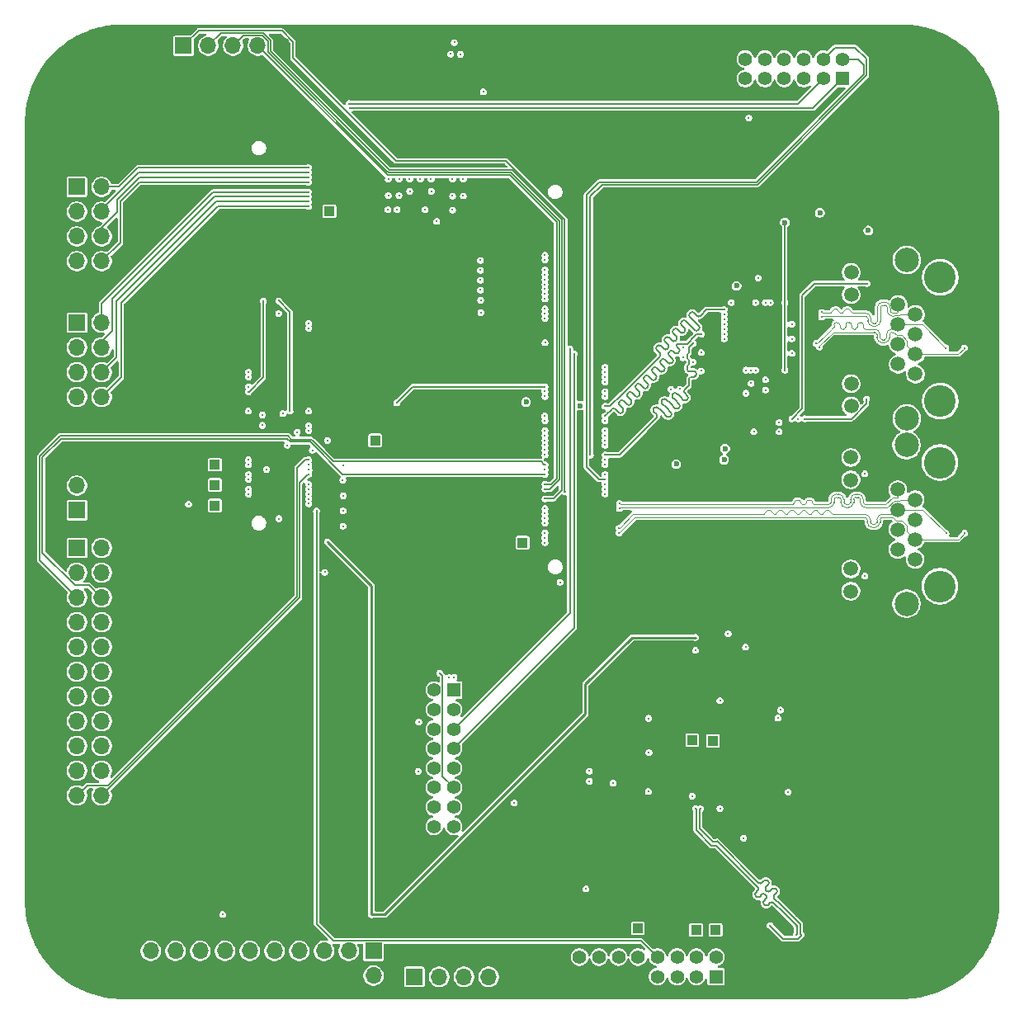
<source format=gbr>
%TF.GenerationSoftware,KiCad,Pcbnew,9.0.3*%
%TF.CreationDate,2025-07-11T15:18:26-07:00*%
%TF.ProjectId,imx8x_carrier_v1,696d7838-785f-4636-9172-726965725f76,A*%
%TF.SameCoordinates,Original*%
%TF.FileFunction,Copper,L4,Inr*%
%TF.FilePolarity,Positive*%
%FSLAX46Y46*%
G04 Gerber Fmt 4.6, Leading zero omitted, Abs format (unit mm)*
G04 Created by KiCad (PCBNEW 9.0.3) date 2025-07-11 15:18:26*
%MOMM*%
%LPD*%
G01*
G04 APERTURE LIST*
%TA.AperFunction,ComponentPad*%
%ADD10O,1.700000X1.700000*%
%TD*%
%TA.AperFunction,ComponentPad*%
%ADD11R,1.700000X1.700000*%
%TD*%
%TA.AperFunction,ComponentPad*%
%ADD12C,1.400000*%
%TD*%
%TA.AperFunction,ComponentPad*%
%ADD13R,1.400000X1.400000*%
%TD*%
%TA.AperFunction,ComponentPad*%
%ADD14C,2.500000*%
%TD*%
%TA.AperFunction,ComponentPad*%
%ADD15C,1.520000*%
%TD*%
%TA.AperFunction,ComponentPad*%
%ADD16C,3.250000*%
%TD*%
%TA.AperFunction,ComponentPad*%
%ADD17R,1.000000X1.000000*%
%TD*%
%TA.AperFunction,ComponentPad*%
%ADD18C,4.700000*%
%TD*%
%TA.AperFunction,ViaPad*%
%ADD19C,0.300000*%
%TD*%
%TA.AperFunction,ViaPad*%
%ADD20C,0.600000*%
%TD*%
%TA.AperFunction,Conductor*%
%ADD21C,0.150000*%
%TD*%
%TA.AperFunction,Conductor*%
%ADD22C,0.156500*%
%TD*%
%TA.AperFunction,Conductor*%
%ADD23C,0.250000*%
%TD*%
%TA.AperFunction,Conductor*%
%ADD24C,0.124000*%
%TD*%
%TA.AperFunction,Conductor*%
%ADD25C,0.158200*%
%TD*%
G04 APERTURE END LIST*
D10*
%TO.N,GND*%
%TO.C,J5*%
X71215000Y-135375000D03*
%TO.N,unconnected-(J5-NC1-Pad19)*%
X71215000Y-132835000D03*
%TO.N,GND*%
X73755000Y-135375000D03*
%TO.N,unconnected-(J5-NC2-Pad17)*%
X73755000Y-132835000D03*
%TO.N,GND*%
X76295000Y-135375000D03*
%TO.N,X_POR_B_3V3*%
X76294999Y-132835000D03*
%TO.N,GND*%
X78835000Y-135375000D03*
%TO.N,Net-(J5-JTAG_TDO)*%
X78835000Y-132835000D03*
%TO.N,GND*%
X81375000Y-135375000D03*
%TO.N,Net-(J5-JTAG_RTCK)*%
X81375000Y-132835000D03*
%TO.N,GND*%
X83915000Y-135375000D03*
%TO.N,X_SCU_JTAG_TCK*%
X83915000Y-132835000D03*
%TO.N,GND*%
X86455000Y-135375000D03*
%TO.N,X_SCU_JTAG_TMS*%
X86455000Y-132835000D03*
%TO.N,GND*%
X88995000Y-135375000D03*
%TO.N,X_SCU_JTAG_TDI*%
X88995001Y-132835000D03*
%TO.N,GND*%
X91535000Y-135375000D03*
%TO.N,X_SCU_JTAG_TRST_B*%
X91535000Y-132835000D03*
%TO.N,VCC_3V3_OUT*%
X94075000Y-135375000D03*
D11*
%TO.N,Net-(J5-TREF)*%
X94075000Y-132835000D03*
%TD*%
D12*
%TO.N,X_SCU_WDOG0_WDOG_OUT*%
%TO.C,CN1*%
X115224800Y-133467600D03*
%TO.N,GND*%
X115224800Y-135467600D03*
%TO.N,X_LSIO_GPIO0_IO14*%
X117224800Y-133467600D03*
%TO.N,GND*%
X117224800Y-135467600D03*
%TO.N,X_LSIO_GPIO0_IO13*%
X119224800Y-133467600D03*
%TO.N,GND*%
X119224800Y-135467600D03*
%TO.N,Net-(CN1-Pad10)*%
X121224800Y-133467600D03*
%TO.N,GND*%
X121224800Y-135467600D03*
%TO.N,X_ADMA_I2C0_SCL*%
X123224800Y-133467600D03*
%TO.N,VCC_3V3*%
X123224800Y-135467600D03*
%TO.N,X_ADMA_I2C0_SDA*%
X125224800Y-133467600D03*
%TO.N,VCC_3V3*%
X125224800Y-135467600D03*
%TO.N,Net-(CN1-Pad4)*%
X127224800Y-133467600D03*
%TO.N,VCC_3V3*%
X127224800Y-135467600D03*
%TO.N,Net-(CN1-Pad2)*%
X129224800Y-133467600D03*
D13*
%TO.N,VCC_3V3*%
X129224800Y-135467600D03*
%TD*%
D14*
%TO.N,GNDPWR*%
%TO.C,RJ1*%
X148769999Y-97200000D03*
X148769999Y-80940000D03*
D15*
%TO.N,VCC_3V3_OUT*%
X143059999Y-82210000D03*
%TO.N,Net-(RJ1-R-)*%
X143060000Y-84500000D03*
%TO.N,VCC_3V3_OUT*%
X143060000Y-93640000D03*
%TO.N,Net-(RJ1-L-)*%
X143059999Y-95930000D03*
%TO.N,X_ETH0_D_RXDV_N*%
X147879999Y-85510000D03*
%TO.N,X_ETH0_D_RXDV_P*%
X149659999Y-86530000D03*
%TO.N,X_ETH0_B_TX_N*%
X147879999Y-87550000D03*
%TO.N,X_ETH0_C_TXCLK_N*%
X149659999Y-88570000D03*
%TO.N,X_ETH0_C_TXCLK_P*%
X147879999Y-89590000D03*
%TO.N,X_ETH0_B_TX_P*%
X149659999Y-90610000D03*
%TO.N,X_ETH0_A_TX_N*%
X147879999Y-91630000D03*
%TO.N,X_ETH0_A_TX_P*%
X149659999Y-92650000D03*
D16*
%TO.N,*%
X152200000Y-95420000D03*
X152200000Y-82720000D03*
%TD*%
D14*
%TO.N,GNDPWR*%
%TO.C,RJ2*%
X148799999Y-78200000D03*
X148799999Y-61940000D03*
D15*
%TO.N,VCC_3V3_OUT*%
X143089999Y-63210000D03*
%TO.N,Net-(RJ2-R-)*%
X143090000Y-65500000D03*
%TO.N,VCC_3V3_OUT*%
X143090000Y-74640000D03*
%TO.N,Net-(RJ2-L-)*%
X143089999Y-76930000D03*
%TO.N,ETH1_D_RXDV_N*%
X147909999Y-66510000D03*
%TO.N,ETH1_D_RXDV_P*%
X149689999Y-67530000D03*
%TO.N,ETH1_B_TX_N*%
X147909999Y-68550000D03*
%TO.N,ETH1_C_TXCLK_N*%
X149689999Y-69570000D03*
%TO.N,ETH1_C_TXCLK_P*%
X147909999Y-70590000D03*
%TO.N,ETH1_B_TX_P*%
X149689999Y-71610000D03*
%TO.N,ETH1_A_TX_N*%
X147909999Y-72630000D03*
%TO.N,ETH1_A_TX_P*%
X149689999Y-73650000D03*
D16*
%TO.N,*%
X152230000Y-76420000D03*
X152230000Y-63720000D03*
%TD*%
D13*
%TO.N,X_ADMA_SPI0_CS0*%
%TO.C,CN3*%
X102300000Y-106075000D03*
D12*
%TO.N,X_ADMA_SPI1_CS0*%
X100300000Y-106075000D03*
%TO.N,X_ADMA_SPI0_CS1*%
X102300000Y-108075000D03*
%TO.N,X_ADMA_SPI1_CS1*%
X100300000Y-108075000D03*
%TO.N,X_ADMA_SPI0_SCK*%
X102300000Y-110075000D03*
%TO.N,X_ADMA_SPI1_SCK*%
X100300000Y-110075000D03*
%TO.N,X_ADMA_SPI0_SDI*%
X102300000Y-112075000D03*
%TO.N,X_ADMA_SPI1_SDI*%
X100300000Y-112075000D03*
%TO.N,X_ADMA_SPI0_SDO*%
X102300000Y-114075000D03*
%TO.N,X_ADMA_SPI1_SDO*%
X100300000Y-114075000D03*
%TO.N,X_ADMA_SPI2_CS0*%
X102300000Y-116075000D03*
%TO.N,X_ADMA_SPI2_SDI*%
X100300000Y-116075000D03*
%TO.N,X_ADMA_SPI2_CS1*%
X102300000Y-118075000D03*
%TO.N,X_ADMA_SPI2_SDO*%
X100300000Y-118075000D03*
%TO.N,X_ADMA_SPI2_SCK*%
X102300000Y-120075000D03*
%TO.N,unconnected-(CN3-Pad16)*%
X100300000Y-120075000D03*
%TD*%
D11*
%TO.N,X_LSIO_QSPIOB_SS0_B*%
%TO.C,J6*%
X63650000Y-68375000D03*
D10*
%TO.N,X_LSIO_QSPI0B_DATA0*%
X66190000Y-68375000D03*
%TO.N,X_LSIO_QSPIOB_SS1_B*%
X63650000Y-70915000D03*
%TO.N,X_LSIO_QSPI0B_DATA1*%
X66190000Y-70915000D03*
%TO.N,X_LSIO_QSPI0B_SCLK*%
X63650000Y-73455000D03*
%TO.N,X_LSIO_QSPI0B_DATA2*%
X66190000Y-73455000D03*
%TO.N,X_LSIO_QSPI0B_DQS*%
X63650000Y-75995000D03*
%TO.N,X_LSIO_QSPI0B_DATA3*%
X66190000Y-75995000D03*
%TO.N,GND*%
X63650000Y-78535000D03*
X66190000Y-78535000D03*
%TD*%
D11*
%TO.N,X_LSIO_GPIO0_IO13*%
%TO.C,J9*%
X63650000Y-91485000D03*
D10*
%TO.N,X_LSIO_GPIO0_IO14*%
X66190000Y-91485000D03*
%TO.N,X_LSIO_GPIO0_IO15*%
X63650000Y-94025000D03*
%TO.N,X_LSIO_GPIO0_IO16*%
X66190000Y-94025000D03*
%TO.N,X_LSO_GPIO0_IO19*%
X63650000Y-96564999D03*
%TO.N,X_LSO_GPIO0_IO20*%
X66190000Y-96565000D03*
%TO.N,X_LSO_GPIO0_IO30*%
X63650000Y-99105000D03*
%TO.N,X_LSO_GPIO0_IO31*%
X66190000Y-99105000D03*
%TO.N,X_LSIO_GPIO1_IO09*%
X63650000Y-101645000D03*
%TO.N,X_LSIO_GPIO1_IO10*%
X66190000Y-101645000D03*
%TO.N,X_LSIO_GPIO1_IO12*%
X63650000Y-104185000D03*
%TO.N,unconnected-(J9-Pin_12-Pad12)*%
X66190000Y-104185000D03*
%TO.N,X_LSIO_GPIO1_IO29*%
X63650000Y-106725000D03*
%TO.N,X_LSIO_GPIO1_IO30*%
X66190000Y-106725000D03*
%TO.N,X_LSIO_GPIO1_IO26*%
X63650000Y-109265001D03*
%TO.N,X_LSIO_GPIO1_IO25*%
X66190000Y-109265000D03*
%TO.N,X_LSO_GPIO1_IO20*%
X63650000Y-111805000D03*
%TO.N,X_LSO_GPIO1_IO19*%
X66190000Y-111805000D03*
%TO.N,X_LSO_GPIO1_IO18*%
X63650000Y-114345000D03*
%TO.N,X_LSO_GPIO1_IO17*%
X66190000Y-114345000D03*
%TO.N,X_LSIO_GPIO1_IO14*%
X63650000Y-116885000D03*
%TO.N,X_LSIO_GPIO1_IO13*%
X66190000Y-116885000D03*
%TD*%
D11*
%TO.N,X_ADMA_UART1_RX*%
%TO.C,J2*%
X74590000Y-39950000D03*
D10*
%TO.N,X_ADMA_UART1_TX*%
X77130000Y-39950000D03*
%TO.N,X_ADMA_UART1_RTS_B*%
X79669999Y-39950000D03*
%TO.N,X_ADMA_UART1_CTS_B*%
X82210000Y-39950000D03*
%TO.N,GND*%
X84750000Y-39950000D03*
%TD*%
D17*
%TO.N,VCC_1V8_OUT*%
%TO.C,TP12*%
X77801600Y-85019800D03*
%TD*%
D18*
%TO.N,GND*%
%TO.C,H3*%
X148318400Y-127769800D03*
%TD*%
D11*
%TO.N,X_ADMA_UART2_RX*%
%TO.C,J3*%
X98270000Y-135500000D03*
D10*
%TO.N,X_ADMA_UART2_TX*%
X100810000Y-135500000D03*
%TO.N,unconnected-(J3-Pin_3-Pad3)*%
X103349999Y-135500000D03*
%TO.N,unconnected-(J3-Pin_4-Pad4)*%
X105890000Y-135500000D03*
%TO.N,GND*%
X108430000Y-135500000D03*
%TD*%
D11*
%TO.N,VCC_3V3_OUT*%
%TO.C,J8*%
X63650000Y-87625000D03*
D10*
%TO.N,Net-(J8-Pin_2)*%
X63650000Y-85085000D03*
%TO.N,GND*%
X63650000Y-82545001D03*
%TD*%
D18*
%TO.N,GND*%
%TO.C,H2*%
X148318400Y-47769800D03*
%TD*%
%TO.N,GND*%
%TO.C,H4*%
X68318400Y-127769800D03*
%TD*%
%TO.N,GND*%
%TO.C,H6*%
X116556000Y-50557700D03*
%TD*%
D17*
%TO.N,VDD_ADC_1V8*%
%TO.C,TP4*%
X94247600Y-80455900D03*
%TD*%
%TO.N,Net-(CN1-Pad4)*%
%TO.C,TP10*%
X127177800Y-130683000D03*
%TD*%
%TO.N,X_SCU_WDOG0_WDOG_OUT*%
%TO.C,TP8*%
X77800000Y-82950000D03*
%TD*%
D13*
%TO.N,X_ADMA_I2C0_SCL*%
%TO.C,CN4*%
X142225000Y-43325000D03*
D12*
%TO.N,X_ADMA_I2C3_SCL*%
X142225000Y-41325000D03*
%TO.N,X_ADMA_I2C0_SDA*%
X140225000Y-43325000D03*
%TO.N,X_ADMA_I2C3_SDA*%
X140225000Y-41325000D03*
%TO.N,X_ADMA_I2C1_SCL*%
X138225000Y-43325000D03*
%TO.N,VCC_3V3_OUT*%
X138225000Y-41325000D03*
%TO.N,X_ADMA_I2C1_SDA*%
X136225000Y-43325000D03*
%TO.N,VCC_3V3_OUT*%
X136225000Y-41325000D03*
%TO.N,X_ADMA_I2C2_SCL*%
X134225000Y-43325000D03*
%TO.N,VCC_3V3_OUT*%
X134225000Y-41325000D03*
%TO.N,X_ADMA_I2C2_SDA*%
X132225000Y-43325000D03*
%TO.N,VCC_3V3_OUT*%
X132225000Y-41325000D03*
%TO.N,GND*%
X130225000Y-43325000D03*
X130225000Y-41325000D03*
X128225000Y-43325000D03*
X128225000Y-41325000D03*
%TD*%
D17*
%TO.N,VCC_QSPI_1V8*%
%TO.C,TP5*%
X89555800Y-56933100D03*
%TD*%
%TO.N,VCC_3V3_OUT*%
%TO.C,TP7*%
X77800000Y-87125000D03*
%TD*%
%TO.N,Net-(CN1-Pad2)*%
%TO.C,TP9*%
X129184400Y-130683000D03*
%TD*%
D18*
%TO.N,GND*%
%TO.C,H5*%
X82545400Y-94575900D03*
%TD*%
D11*
%TO.N,X_LSIO_QSPI0A_SS0_B*%
%TO.C,J10*%
X63640000Y-54440001D03*
D10*
%TO.N,X_LSIO_QSPI0A_DATA0*%
X66180000Y-54440001D03*
%TO.N,X_LSIO_QSPI0A_SS1_B*%
X63640000Y-56980001D03*
%TO.N,X_LSIO_QSPI0A_DATA1*%
X66180000Y-56980001D03*
%TO.N,X_LSIO_QSPI0A_SCLK*%
X63640000Y-59520000D03*
%TO.N,X_LSIO_QSPI0A_DATA2*%
X66180000Y-59520001D03*
%TO.N,X_LSIO_QSPI0A_DQS*%
X63640000Y-62060001D03*
%TO.N,X_LSIO_QSPI0A_DATA3*%
X66180000Y-62060001D03*
%TO.N,GND*%
X63640000Y-64600001D03*
X66180000Y-64600001D03*
%TD*%
D17*
%TO.N,Net-(CN1-Pad10)*%
%TO.C,TP11*%
X121200000Y-130530000D03*
%TD*%
D18*
%TO.N,GND*%
%TO.C,H1*%
X68318400Y-47769800D03*
%TD*%
D17*
%TO.N,X_ETH0_INT*%
%TO.C,TP6*%
X109375000Y-90950000D03*
%TD*%
%TO.N,Net-(U4-ADBUS7)*%
%TO.C,TP2*%
X128900000Y-111300000D03*
%TD*%
%TO.N,Net-(U4-BDBUS7)*%
%TO.C,TP1*%
X126771400Y-111201200D03*
%TD*%
D19*
%TO.N,GND*%
X131900000Y-86400000D03*
X130600000Y-85900000D03*
X81125000Y-129125000D03*
%TO.N,X_SCU_JTAG_TDO*%
X78600000Y-129100000D03*
%TO.N,Net-(Card1-CD{slash}DAT3)*%
X96690000Y-53650000D03*
%TO.N,GND*%
X138900000Y-134925000D03*
X120600000Y-125310000D03*
X114625000Y-126475000D03*
X87422000Y-79950000D03*
X138950000Y-108025000D03*
X118800000Y-106525000D03*
X115440000Y-73750000D03*
X87422000Y-65950000D03*
X116250000Y-112300000D03*
X138925000Y-113225000D03*
X69240000Y-85660000D03*
X94000002Y-38639999D03*
X117838600Y-59437800D03*
X110075000Y-117650000D03*
X131150000Y-100300000D03*
X117838600Y-91437800D03*
X143250000Y-122525000D03*
X128350000Y-103300000D03*
X143250000Y-119650000D03*
X117838600Y-72437800D03*
X115440000Y-74790000D03*
X113375000Y-111750000D03*
X111666600Y-78937800D03*
X117838600Y-62437800D03*
X118725000Y-130000000D03*
X89400000Y-83025000D03*
X81250000Y-74450000D03*
X117838600Y-86437800D03*
X140500000Y-132550000D03*
X118800000Y-103400000D03*
X120260000Y-58440000D03*
X87422000Y-67450000D03*
X133925000Y-107050000D03*
X117838600Y-65437800D03*
X139750000Y-60500000D03*
X99580000Y-50500000D03*
X141625000Y-125450000D03*
X124125000Y-118300000D03*
X131875000Y-103300000D03*
X87422000Y-76950000D03*
X135000000Y-134950000D03*
X134560000Y-117560000D03*
X111666600Y-66437800D03*
X153770000Y-73700000D03*
X141050000Y-134950000D03*
X87422000Y-71950000D03*
X135575000Y-132625000D03*
X111666600Y-59937800D03*
X153780000Y-88300000D03*
X117838600Y-63937800D03*
X137225000Y-134925000D03*
X111666600Y-86937800D03*
X111666600Y-84437800D03*
X87422000Y-60950000D03*
X132925000Y-103325000D03*
X90900000Y-80475000D03*
X87422000Y-84450000D03*
X105350000Y-52160000D03*
X130600000Y-107200000D03*
X122460000Y-67510000D03*
D20*
X123593201Y-82856599D03*
D19*
X116250000Y-113325000D03*
X139825000Y-130725000D03*
X137032400Y-124899000D03*
X122200000Y-107550000D03*
X144880000Y-57030000D03*
X81250000Y-71950000D03*
X116300000Y-109950000D03*
X81250000Y-56950000D03*
X120280000Y-57460000D03*
X138950000Y-109075000D03*
X141625000Y-127025000D03*
X137379999Y-62500000D03*
X87422000Y-57450000D03*
X111666600Y-82437800D03*
X118800000Y-101850000D03*
X89375000Y-84525000D03*
X138950000Y-114275000D03*
X129100000Y-118250000D03*
X111666600Y-74437800D03*
X113350000Y-113375000D03*
X134770000Y-57250000D03*
X116300000Y-108900000D03*
X117838600Y-66437800D03*
X90620000Y-68520000D03*
D20*
X133539999Y-69770000D03*
D19*
X92040000Y-53740000D03*
X111666600Y-62437800D03*
X111666600Y-58937800D03*
X128625000Y-118250000D03*
X125420000Y-67530000D03*
D20*
X128396799Y-63031803D03*
D19*
X81250000Y-66950000D03*
X113500000Y-120325000D03*
D20*
X135699999Y-77660000D03*
D19*
X111666600Y-89437800D03*
X138925000Y-110125000D03*
X135179999Y-60900000D03*
X137660801Y-76260001D03*
X116300000Y-111300000D03*
X81250000Y-75950000D03*
X87422000Y-74450000D03*
X81250000Y-54450000D03*
X110050000Y-116125000D03*
X134550000Y-119950000D03*
X89400000Y-87675000D03*
X125950000Y-126025000D03*
X144000000Y-121025000D03*
X101090000Y-53650000D03*
X125029999Y-74860000D03*
X122300000Y-109975000D03*
X117838600Y-76437800D03*
X81250000Y-83450000D03*
X81250000Y-78950000D03*
X124925000Y-49285000D03*
X133425000Y-112475000D03*
X122125000Y-128450000D03*
X73870000Y-85650000D03*
X111666600Y-91437800D03*
X123950000Y-67530000D03*
X127100000Y-101325000D03*
X138900000Y-112175000D03*
X81250000Y-61950000D03*
X153790000Y-92710000D03*
X127300000Y-103300000D03*
X87422000Y-81950000D03*
X130125000Y-121250000D03*
X116275000Y-107850000D03*
X97725000Y-58200000D03*
X104700001Y-53790000D03*
X87422000Y-54450000D03*
X124620000Y-107170000D03*
X129075000Y-121250000D03*
X139149999Y-66919999D03*
X129500000Y-128575000D03*
X153750000Y-69300000D03*
X137032400Y-126524000D03*
X134780000Y-58860000D03*
X111666600Y-68937800D03*
X113350000Y-116500000D03*
X139051001Y-75031803D03*
X91960000Y-38880000D03*
X124225000Y-128225000D03*
X111666600Y-71937800D03*
X111666600Y-57437800D03*
X126275000Y-103300000D03*
X117838600Y-78937800D03*
X87422000Y-69450000D03*
X98070000Y-50470000D03*
X120550000Y-128450000D03*
X144725000Y-122525000D03*
X117838600Y-81437800D03*
X117838600Y-57937800D03*
X137475000Y-129250000D03*
X129350000Y-74750000D03*
X117838600Y-87937800D03*
X120280000Y-56490000D03*
X117838600Y-74937800D03*
X117838600Y-69437800D03*
X120260000Y-59440000D03*
D20*
X127749999Y-83380000D03*
D19*
X117838600Y-70937800D03*
X111666600Y-76437800D03*
X113350000Y-114925000D03*
X139350000Y-132275000D03*
D20*
X127154999Y-81350001D03*
D19*
X117175000Y-130000000D03*
X113350000Y-110150000D03*
X81250000Y-80950000D03*
X105240000Y-38890000D03*
X81250000Y-64450000D03*
X89400000Y-89250000D03*
X89400000Y-86125000D03*
X144725000Y-119650000D03*
X131670000Y-80660000D03*
X148670000Y-102330000D03*
X138925000Y-115300000D03*
X118800000Y-104975000D03*
X126125000Y-118275000D03*
X100600000Y-56230000D03*
X87422000Y-63450000D03*
X125850000Y-70000000D03*
X119060000Y-83450000D03*
X125840000Y-72900000D03*
X138925000Y-111150000D03*
X122225000Y-106475000D03*
D20*
X131689999Y-76840000D03*
D19*
X117838600Y-67937800D03*
X138950000Y-116350000D03*
X125250000Y-103300000D03*
X81250000Y-69450000D03*
X81250000Y-59450000D03*
X117838600Y-60937800D03*
X131100000Y-118250000D03*
%TO.N,Net-(Card1-VDD)*%
X98890000Y-53650000D03*
%TO.N,X_CONN_USDHC1_CD_B*%
X105350000Y-44690000D03*
X111666600Y-61437800D03*
%TO.N,Net-(Card1-CMD)*%
X97790000Y-53650000D03*
%TO.N,Net-(Card1-DAT0)*%
X102190000Y-53650001D03*
%TO.N,X_CONN_USDHC1_CLK*%
X99990001Y-53650000D03*
X105080200Y-66054900D03*
%TO.N,Net-(Card1-DAT2)*%
X95590000Y-53650000D03*
%TO.N,Net-(Card1-DAT1)*%
X103290000Y-53650000D03*
X103290000Y-53650000D03*
%TO.N,X_LSIO_GPIO0_IO13*%
X117838600Y-84937800D03*
%TO.N,VCC_3V3*%
X87425000Y-86950000D03*
X90950000Y-87675000D03*
X90950000Y-83025000D03*
X81250000Y-85450000D03*
X90925000Y-84525000D03*
X87425000Y-84950000D03*
X87425000Y-85450000D03*
X87425000Y-85950000D03*
X81250000Y-85950000D03*
X90950000Y-89250000D03*
X87425000Y-86450000D03*
X90975000Y-86125000D03*
%TO.N,X_ADMA_I2C0_SDA*%
X91575000Y-45900000D03*
X87425000Y-68950000D03*
%TO.N,X_ADMA_I2C0_SCL*%
X87425000Y-68450000D03*
X91618005Y-46373051D03*
X88225000Y-87700000D03*
%TO.N,X_SCU_WDOG0_WDOG_OUT*%
X81250000Y-82950000D03*
%TO.N,X_LSIO_GPIO0_IO14*%
X117838600Y-85937800D03*
%TO.N,X_ADMA_I2C2_SCL*%
X81250000Y-73450000D03*
%TO.N,VDD_ADC_1V8*%
X89350000Y-80450000D03*
%TO.N,VDD_ETH_1V0*%
X130789999Y-66300000D03*
X137009999Y-70020000D03*
D20*
X139877498Y-57102501D03*
D19*
X125509999Y-75180000D03*
X133289999Y-73240000D03*
X130069999Y-70020000D03*
D20*
%TO.N,VCC_ENET_2V5*%
X130149999Y-81300000D03*
D19*
X137009999Y-68520000D03*
X133289999Y-66300000D03*
D20*
X144847724Y-58910271D03*
D19*
X130069999Y-69520000D03*
D20*
X131333400Y-64595000D03*
D19*
X137009999Y-71519999D03*
X132789998Y-73240000D03*
D20*
X130049999Y-82430000D03*
D19*
%TO.N,3V3_FTDI*%
X122340000Y-112480000D03*
X116225000Y-114375000D03*
X118660000Y-115610000D03*
%TO.N,1V8_FTDI*%
X122300000Y-108975000D03*
X129625000Y-107150000D03*
X129625000Y-118225000D03*
X122275000Y-116475000D03*
%TO.N,X_ADMA_I2C3_SDA*%
X111666600Y-83437800D03*
X116325000Y-81950000D03*
%TO.N,X_ADMA_I2C3_SCL*%
X117838600Y-84437800D03*
%TO.N,X_LSO_GPIO1_IO20*%
X111666600Y-79437800D03*
%TO.N,X_ETH_GPIO1*%
X111666600Y-88937800D03*
X132289999Y-73240000D03*
%TO.N,X_LSO_GPIO1_IO17*%
X111640000Y-77940000D03*
%TO.N,Net-(J1-A19)*%
X111666600Y-65937800D03*
%TO.N,X_CONN_ENET1_TXD1*%
X117838600Y-80937800D03*
X130069999Y-68020001D03*
%TO.N,X_ADMA_UART1_RX*%
X113750000Y-85750000D03*
%TO.N,X_CONN_ENET1_RXD3*%
X117838600Y-78437800D03*
X127700000Y-73320000D03*
%TO.N,X_CONN_ENET1_RXD2*%
X117838600Y-79437800D03*
X126858198Y-72410000D03*
%TO.N,X_ADMA_UART2_TX*%
X111666600Y-81937800D03*
%TO.N,X_ADMA_SPI0_SDI*%
X114675000Y-71575000D03*
%TO.N,X_ETH0_INT*%
X111666600Y-90937800D03*
%TO.N,X_ADMA_SPI2_SDO*%
X102350000Y-104750000D03*
%TO.N,X_CONN_ENET1_RXD0*%
X126869999Y-70490000D03*
X117838600Y-81937800D03*
%TO.N,X_ADMA_UART1_TX*%
X111666600Y-86437800D03*
%TO.N,Net-(J1-A15)*%
X111666600Y-63937800D03*
%TO.N,X_ADMA_SPI2_CS0*%
X111666600Y-66937800D03*
X100875000Y-104325000D03*
%TO.N,Net-(J1-A13)*%
X111666600Y-62937800D03*
%TO.N,X_ADMA_UART1_RTS_B*%
X111666600Y-85437800D03*
%TO.N,X_CONN_ETH0_MDIO*%
X111666600Y-89937800D03*
X134290000Y-66300000D03*
%TO.N,X_ETH0_LED0*%
X111666600Y-87437800D03*
X144490000Y-94370000D03*
%TO.N,X_LSIO_GPIO0_IO15*%
X117838600Y-85437800D03*
%TO.N,X_LSIO_GPIO0_IO16*%
X117838600Y-83937800D03*
%TO.N,X_ADMA_UART0_TX*%
X135570000Y-108950000D03*
X136620000Y-116540000D03*
X111666600Y-80437800D03*
%TO.N,Net-(J1-A18)*%
X111666600Y-65437800D03*
%TO.N,X_ETH_GPIO0*%
X111666600Y-88437800D03*
X132829999Y-74590001D03*
%TO.N,X_ADMA_SPI2_SDI*%
X101850000Y-104775000D03*
X111666600Y-67937800D03*
X98675000Y-114400000D03*
%TO.N,X_CONN_ENET1_TXD0*%
X117838600Y-80437800D03*
X130069999Y-68520000D03*
%TO.N,X_BOOT_MODE2*%
X117838600Y-73937800D03*
%TO.N,X_CONN_ENET1_TXD2*%
X130069999Y-67520000D03*
X117838600Y-75437800D03*
%TO.N,X_ADMA_UART0_RX*%
X135840000Y-108110000D03*
X111666600Y-80937800D03*
X132050000Y-121260000D03*
%TO.N,X_ADMA_SPI0_SCK*%
X114225000Y-71050000D03*
%TO.N,X_CONN_ENET1_RXC*%
X117838600Y-77937800D03*
X127720001Y-69540000D03*
%TO.N,X_BOOT_MODE1*%
X101990000Y-40799998D03*
X117838600Y-73437800D03*
%TO.N,X_CONN_ENET1_TXC*%
X130069999Y-69019999D03*
X117838600Y-75937800D03*
%TO.N,X_ADMA_SPI0_CS1*%
X135699999Y-78610000D03*
X111680000Y-70430000D03*
%TO.N,X_BOOT_MODE3*%
X117838600Y-74437800D03*
%TO.N,X_ADMA_SPI1_CS1*%
X111666600Y-74937800D03*
X96450000Y-76600000D03*
%TO.N,X_LSO_GPIO0_IO20*%
X111666600Y-83937800D03*
%TO.N,X_ADMA_UART1_CTS_B*%
X111666600Y-84937800D03*
%TO.N,VCC_LDO_SD1*%
X102190000Y-56800000D03*
X111666600Y-64937800D03*
X100010000Y-54879999D03*
X96500000Y-56770000D03*
X99370000Y-56770000D03*
X95560000Y-56770000D03*
%TO.N,X_CONN_USDHC1_RESET_B*%
X111675000Y-61925000D03*
%TO.N,X_LSO_GPIO1_IO18*%
X111666600Y-78437800D03*
%TO.N,X_ADMA_UART2_RX*%
X111666600Y-81437800D03*
%TO.N,X_LSO_GPIO0_IO30*%
X111666600Y-75437800D03*
%TO.N,X_CONN_ETH0_MDC*%
X134789999Y-66300000D03*
X111660000Y-90430000D03*
%TO.N,X_CONN_ENET1_RXD1*%
X117838600Y-79937800D03*
X127710000Y-71440000D03*
%TO.N,X_ADMA_SPI2_SCK*%
X111666600Y-67437800D03*
%TO.N,X_CONN_ENET1_TXD3*%
X130069999Y-67020000D03*
X117838600Y-76937800D03*
%TO.N,Net-(J1-A16)*%
X111666600Y-64437800D03*
%TO.N,Net-(J1-A14)*%
X111666600Y-63437800D03*
%TO.N,X_BOOT_MODE0*%
X117838600Y-72937800D03*
X102370000Y-39619999D03*
%TO.N,X_LSO_GPIO0_IO31*%
X111666600Y-75937800D03*
%TO.N,X_ETH0_LED1*%
X111666600Y-87937800D03*
X144490000Y-83890000D03*
%TO.N,X_CONN_ENET1_REFCLK*%
X133550000Y-63790000D03*
X117838600Y-82937800D03*
%TO.N,X_LSO_GPIO1_IO19*%
X111666600Y-79937800D03*
%TO.N,X_LSO_GPIO0_IO19*%
X111666600Y-82937800D03*
%TO.N,X_CONN_ENET1_RX_CTL*%
X117838600Y-82437800D03*
%TO.N,X_SCU_JTAG_TRST_B*%
X87425000Y-79450000D03*
%TO.N,X_M40_UART0_TX*%
X127120000Y-101990000D03*
X87440000Y-82970000D03*
%TO.N,X_LSIO_GPIO1_IO13*%
X87400000Y-83950000D03*
%TO.N,X_SCU_JTAG_TDI*%
X86250000Y-79600000D03*
%TO.N,X_LSIO_QSPI0A_DATA2*%
X87400000Y-53450000D03*
%TO.N,X_LSIO_QSPI0B_DATA3*%
X87400000Y-56450000D03*
%TO.N,X_SCU_JTAG_TDO*%
X84775000Y-77700000D03*
%TO.N,X_ADMA_SPI1_SDI*%
X84370000Y-88480000D03*
X84350000Y-67430000D03*
%TO.N,X_POR_B_3V3*%
X82675000Y-77825000D03*
%TO.N,~{X_nRESET_IN}*%
X81250000Y-74950000D03*
X75110000Y-87000000D03*
%TO.N,X_LSIO_GPIO1_IO09*%
X85225000Y-80950000D03*
%TO.N,X_LSIO_QSPI0B_DATA1*%
X87400000Y-55450000D03*
%TO.N,VCC_SCU_1V8*%
X81250000Y-75475000D03*
X82770000Y-66140000D03*
X103000000Y-40830000D03*
%TO.N,X_LSIO_GPIO1_IO14*%
X87425000Y-82450000D03*
%TO.N,X_LSIO_QSPI0A_DATA1*%
X87400000Y-52950000D03*
%TO.N,VCC_1V8_OUT*%
X137660800Y-78239999D03*
X125838200Y-71956600D03*
X125850001Y-70940000D03*
X81250000Y-83950000D03*
X133099999Y-79560000D03*
X89350000Y-90850000D03*
X132289999Y-75610000D03*
X124599999Y-75190000D03*
X93860000Y-129110000D03*
X127120000Y-100680000D03*
%TO.N,VCC_3V3_OUT*%
X132580000Y-47360000D03*
D20*
X125143202Y-82886599D03*
D19*
X83100000Y-83430000D03*
X134299999Y-75270000D03*
X85510000Y-77440000D03*
X84360000Y-66120000D03*
X132250000Y-101660000D03*
X81250000Y-84450000D03*
X100570000Y-57980000D03*
%TO.N,X_LSIO_GPIO1_IO12*%
X87450000Y-83450000D03*
%TO.N,X_POR_B_1V8*%
X81230000Y-77450000D03*
X135699999Y-79560000D03*
%TO.N,X_LSIO_QSPI0A_DATA0*%
X87400000Y-52450000D03*
%TO.N,X_LSIO_QSPI0B_DATA0*%
X87400000Y-54950000D03*
%TO.N,X_LSIO_GPIO1_IO10*%
X87800000Y-81450000D03*
%TO.N,X_LSIO_QSPI0B_DATA2*%
X87400000Y-55950000D03*
%TO.N,X_LSIO_QSPI0A_DATA3*%
X87400000Y-53950000D03*
%TO.N,X_ADMA_I2C2_SDA*%
X81250000Y-73950000D03*
%TO.N,X_PGOOD*%
X113220000Y-95000000D03*
X82675000Y-78900000D03*
%TO.N,X_SCU_JTAG_TCK*%
X87425000Y-77450000D03*
%TO.N,X_ADMA_SPI1_SDO*%
X98725000Y-109350000D03*
%TO.N,X_SCU_JTAG_TMS*%
X87425000Y-78950000D03*
%TO.N,Net-(Q1-D)*%
X136289999Y-73240000D03*
X136289999Y-66300000D03*
D20*
X136289999Y-58100000D03*
D19*
%TO.N,ETH1_B_TX_P*%
X139837907Y-70867908D03*
X154709999Y-70960000D03*
%TO.N,/Debug USB - UART/DEBUG_USB_DP*%
X134775000Y-130225000D03*
X127625000Y-118225000D03*
X137946643Y-131176456D03*
%TO.N,X_CONN_ETH1_PHY_INT*%
X134299999Y-74220000D03*
%TO.N,ETH1_LED0*%
X138310801Y-78240000D03*
X144670000Y-76210000D03*
%TO.N,ETH1_LED1*%
X137010801Y-78240000D03*
X144709999Y-64350000D03*
%TO.N,Net-(U4-VPLL)*%
X108525000Y-117650000D03*
X126775000Y-116950000D03*
%TO.N,Net-(U6-ORG)*%
X116225000Y-115425000D03*
X115875000Y-126475000D03*
%TO.N,X_M40_UART0_RX*%
X81240000Y-82450000D03*
X130470000Y-100290000D03*
%TO.N,X_CONN_USDHC1_DATA2*%
X95590000Y-55330000D03*
X105047600Y-62989900D03*
%TO.N,X_CONN_USDHC1_DATA3*%
X96700000Y-55320000D03*
X105047600Y-61973900D03*
%TO.N,X_CONN_USDHC1_CMD*%
X97800000Y-54889999D03*
X105087600Y-67335900D03*
%TO.N,X_CONN_USDHC1_DATA0*%
X102190000Y-55370000D03*
X105047600Y-65021900D03*
%TO.N,X_CONN_USDHC1_DATA1*%
X105047600Y-64005900D03*
X103290000Y-55360000D03*
%TO.N,ETH1_D_RXDV_P*%
X140059999Y-67801600D03*
%TO.N,ETH1_B_TX_N*%
X152809999Y-70960000D03*
X139482091Y-70512092D03*
%TO.N,ETH1_D_RXDV_N*%
X140059999Y-67298400D03*
%TO.N,/Debug USB - UART/DEBUG_USB_DN*%
X137450000Y-130250000D03*
X127125000Y-118225000D03*
X137443443Y-131176456D03*
%TO.N,X_ETH0_B_TX_N*%
X119270000Y-89436200D03*
X152830399Y-89976399D03*
%TO.N,X_ETH0_B_TX_P*%
X119270000Y-89939400D03*
X154730399Y-89976399D03*
%TO.N,X_ETH0_D_RXDV_N*%
X119320000Y-86936200D03*
%TO.N,X_ETH0_D_RXDV_P*%
X119320000Y-87439400D03*
D20*
%TO.N,VCC_1V8_OUT*%
X115250000Y-76880000D03*
X109730000Y-76512800D03*
D19*
%TO.N,X_SCU_WDOG0_WDOG_OUT*%
X89075000Y-93975000D03*
%TD*%
D21*
%TO.N,X_ADMA_I2C0_SDA*%
X140225000Y-43325000D02*
X137650000Y-45900000D01*
X137650000Y-45900000D02*
X91575000Y-45900000D01*
%TO.N,X_ADMA_I2C0_SCL*%
X139176949Y-46373051D02*
X91618005Y-46373051D01*
X88225000Y-130050000D02*
X89984000Y-131809000D01*
X89984000Y-131809000D02*
X121566200Y-131809000D01*
X88225000Y-87700000D02*
X88225000Y-130050000D01*
X121566200Y-131809000D02*
X123224800Y-133467600D01*
X142225000Y-43325000D02*
X139176949Y-46373051D01*
%TO.N,X_ADMA_I2C3_SDA*%
X140225000Y-41325000D02*
X141400000Y-40150000D01*
X144651000Y-43005968D02*
X133456968Y-54200000D01*
X144651000Y-41301000D02*
X144651000Y-43005968D01*
X117575000Y-54200000D02*
X116325000Y-55450000D01*
X116325000Y-55450000D02*
X116325000Y-81950000D01*
X141400000Y-40150000D02*
X143500000Y-40150000D01*
X143500000Y-40150000D02*
X144651000Y-41301000D01*
X133456968Y-54200000D02*
X117575000Y-54200000D01*
%TO.N,X_ADMA_I2C3_SCL*%
X115925000Y-83175000D02*
X117200000Y-84450000D01*
X144400000Y-42902000D02*
X133352000Y-53950000D01*
X142225000Y-41325000D02*
X143800000Y-41325000D01*
X117250000Y-53950000D02*
X115925000Y-55275000D01*
X118650000Y-53950000D02*
X117250000Y-53950000D01*
X133352000Y-53950000D02*
X118650000Y-53950000D01*
X115925000Y-55275000D02*
X115925000Y-83175000D01*
X143800000Y-41325000D02*
X144400000Y-41925000D01*
X117200000Y-84450000D02*
X117850000Y-84450000D01*
X144400000Y-41925000D02*
X144400000Y-42902000D01*
%TO.N,X_ADMA_UART1_RX*%
X96366000Y-51759000D02*
X107663968Y-51759000D01*
X85800000Y-39549016D02*
X85800000Y-41175000D01*
X113700000Y-85700000D02*
X113750000Y-85750000D01*
X107663968Y-51759000D02*
X113700000Y-57795032D01*
X85800000Y-41175000D02*
X85800000Y-41150000D01*
X96381250Y-51743750D02*
X96366000Y-51759000D01*
X113700000Y-59800000D02*
X113700000Y-85700000D01*
X113700000Y-57795032D02*
X113700000Y-59800000D01*
X85800000Y-41162500D02*
X96381250Y-51743750D01*
X84672984Y-38422000D02*
X85800000Y-39549016D01*
X74590000Y-39950000D02*
X76118000Y-38422000D01*
X76118000Y-38422000D02*
X84672984Y-38422000D01*
X85800000Y-41150000D02*
X85800000Y-41162500D01*
%TO.N,X_ADMA_SPI0_SDI*%
X102300000Y-112075000D02*
X114675000Y-99700000D01*
X114675000Y-99700000D02*
X114675000Y-71575000D01*
%TO.N,X_CONN_ENET1_RXD0*%
X126457198Y-70902801D02*
X126457198Y-71421928D01*
X125010767Y-77157708D02*
X124555080Y-76702021D01*
X125435030Y-77072856D02*
X125350179Y-77157708D01*
X122911446Y-77094855D02*
X122826592Y-77179708D01*
X124586508Y-77921389D02*
X124501655Y-78006243D01*
X126697198Y-73321928D02*
X126951630Y-73321928D01*
X124555080Y-76702021D02*
X124555079Y-76702020D01*
X124162243Y-78006243D02*
X123706551Y-77550551D01*
X124856018Y-75645312D02*
X124771164Y-75730165D01*
X126283548Y-76224315D02*
X126198697Y-76309167D01*
X126457198Y-72221928D02*
X126457198Y-72621928D01*
X126257198Y-71621928D02*
X126257198Y-72021928D01*
X119319299Y-81937800D02*
X117838600Y-81937800D01*
X123706551Y-77550548D02*
X123536845Y-77380842D01*
X122826592Y-77519119D02*
X123112579Y-77805106D01*
X126869999Y-70490000D02*
X126457198Y-70902801D01*
X123112579Y-78144517D02*
X123027727Y-78229371D01*
X124979343Y-76277756D02*
X125435031Y-76733444D01*
X123536845Y-77380842D02*
X123250858Y-77094855D01*
X126457198Y-74799901D02*
X125997578Y-75259520D01*
X126357198Y-73321928D02*
X126457198Y-73321928D01*
X126457198Y-74281928D02*
X126457198Y-74799901D01*
X125859285Y-76309167D02*
X125573315Y-76023197D01*
X126257198Y-72821928D02*
X126257198Y-73221928D01*
X123759974Y-76246327D02*
X123675121Y-76331179D01*
X126457198Y-73321928D02*
X126697198Y-73321928D01*
X127191630Y-73561928D02*
X127191630Y-73681928D01*
X126457198Y-74161928D02*
X126457198Y-74281928D01*
X123675121Y-76670591D02*
X124130813Y-77126283D01*
X124555079Y-76702020D02*
X124099386Y-76246327D01*
X125403608Y-75853491D02*
X125195429Y-75645312D01*
X126951630Y-73921928D02*
X126697198Y-73921928D01*
X124771164Y-76069576D02*
X124979342Y-76277754D01*
X125573315Y-76023197D02*
X125403608Y-75853491D01*
X124130813Y-77126283D02*
X124130815Y-77126284D01*
X124130815Y-77126284D02*
X124586508Y-77581977D01*
X123706551Y-77550551D02*
X123706551Y-77550548D01*
X125997578Y-75598932D02*
X126283549Y-75884903D01*
X124979342Y-76277754D02*
X124979343Y-76277756D01*
X123027727Y-78229371D02*
X119319299Y-81937800D01*
X126198697Y-76309167D02*
G75*
G02*
X125859285Y-76309167I-169706J169701D01*
G01*
X125195429Y-75645312D02*
G75*
G03*
X124856017Y-75645311I-169706J-169703D01*
G01*
X126357198Y-72721928D02*
G75*
G03*
X126257228Y-72821928I2J-99972D01*
G01*
X126357198Y-72121928D02*
G75*
G02*
X126457172Y-72221928I2J-99972D01*
G01*
X126457198Y-72621928D02*
G75*
G02*
X126357198Y-72721898I-99998J28D01*
G01*
X124099386Y-76246327D02*
G75*
G03*
X123759974Y-76246327I-169706J-169704D01*
G01*
X123112579Y-77805106D02*
G75*
G02*
X123112568Y-78144505I-169679J-169694D01*
G01*
X125350179Y-77157708D02*
G75*
G02*
X125010767Y-77157708I-169706J169701D01*
G01*
X122826592Y-77179708D02*
G75*
G03*
X122826605Y-77519105I169708J-169692D01*
G01*
X124501655Y-78006243D02*
G75*
G02*
X124162243Y-78006243I-169706J169708D01*
G01*
X126283549Y-75884903D02*
G75*
G02*
X126283540Y-76224307I-169749J-169697D01*
G01*
X125435031Y-76733444D02*
G75*
G02*
X125434981Y-77072806I-169731J-169656D01*
G01*
X124771164Y-75730165D02*
G75*
G03*
X124771134Y-76069605I169736J-169735D01*
G01*
X126257198Y-73221928D02*
G75*
G03*
X126357198Y-73321902I100002J28D01*
G01*
X123675121Y-76331179D02*
G75*
G03*
X123675106Y-76670606I169679J-169721D01*
G01*
X126257198Y-72021928D02*
G75*
G03*
X126357198Y-72121902I100002J28D01*
G01*
X123250858Y-77094855D02*
G75*
G03*
X122911446Y-77094855I-169706J-169704D01*
G01*
X124586508Y-77581977D02*
G75*
G02*
X124586525Y-77921406I-169708J-169723D01*
G01*
X126357198Y-71521928D02*
G75*
G03*
X126257228Y-71621928I2J-99972D01*
G01*
X126697198Y-73921928D02*
G75*
G03*
X126457228Y-74161928I2J-239972D01*
G01*
X126457198Y-71421928D02*
G75*
G02*
X126357198Y-71521898I-99998J28D01*
G01*
X125997578Y-75259520D02*
G75*
G03*
X125997604Y-75598906I169722J-169680D01*
G01*
X126951630Y-73321928D02*
G75*
G02*
X127191572Y-73561928I-30J-239972D01*
G01*
X127191630Y-73681928D02*
G75*
G02*
X126951630Y-73921930I-240030J28D01*
G01*
%TO.N,X_ADMA_UART1_TX*%
X95751968Y-52747000D02*
X108297000Y-52747000D01*
X77130000Y-39950000D02*
X78407000Y-38673000D01*
X113377000Y-57827000D02*
X113377000Y-85598000D01*
X112550000Y-86425000D02*
X111700000Y-86425000D01*
X113377000Y-85598000D02*
X112550000Y-86425000D01*
X82738952Y-38673000D02*
X83487000Y-39421048D01*
X83487000Y-40482032D02*
X95751968Y-52747000D01*
X78407000Y-38673000D02*
X82738952Y-38673000D01*
X83487000Y-39421048D02*
X83487000Y-40482032D01*
X108297000Y-52747000D02*
X113377000Y-57827000D01*
%TO.N,X_ADMA_SPI2_CS0*%
X100875000Y-104325000D02*
X101176000Y-104626000D01*
X101176000Y-104626000D02*
X101176000Y-114926000D01*
X101176000Y-114926000D02*
X102300000Y-116050000D01*
%TO.N,X_ADMA_UART1_RTS_B*%
X113126000Y-84478968D02*
X112154968Y-85450000D01*
X108186668Y-52998000D02*
X113126000Y-57937332D01*
X83236000Y-39525016D02*
X83236000Y-40586000D01*
X82634984Y-38924000D02*
X83236000Y-39525016D01*
X95648000Y-52998000D02*
X107625000Y-52998000D01*
X112154968Y-85450000D02*
X111675000Y-85450000D01*
X80695999Y-38924000D02*
X82634984Y-38924000D01*
X107625000Y-52998000D02*
X108186668Y-52998000D01*
X83236000Y-40586000D02*
X95400000Y-52750000D01*
X113126000Y-57937332D02*
X113126000Y-84478968D01*
X79669999Y-39950000D02*
X80695999Y-38924000D01*
X95400000Y-52750000D02*
X95648000Y-52998000D01*
%TO.N,X_ADMA_SPI0_SCK*%
X114225000Y-98150000D02*
X114225000Y-71050000D01*
X102300000Y-110075000D02*
X114225000Y-98150000D01*
D22*
%TO.N,X_CONN_ENET1_RXC*%
X119235950Y-77598413D02*
X118876676Y-77239139D01*
X124327107Y-72507210D02*
X123967856Y-72147959D01*
X125423141Y-71397065D02*
X125338287Y-71481920D01*
X120932995Y-75901338D02*
X120573736Y-75542079D01*
X121781527Y-75052810D02*
X121422266Y-74693549D01*
X120508740Y-76665025D02*
X120423888Y-76749878D01*
X118452411Y-77323990D02*
X117992790Y-77783609D01*
X126252553Y-70535750D02*
X125602553Y-70535750D01*
X122779916Y-72996488D02*
X122695061Y-73081340D01*
X121357259Y-75816484D02*
X121272407Y-75901337D01*
X124392121Y-71384280D02*
X124392120Y-71384280D01*
X123543591Y-72232810D02*
X123543590Y-72232810D01*
X123478578Y-73355741D02*
X123119326Y-72996489D01*
X119300941Y-76475460D02*
X119300940Y-76475460D01*
X120149471Y-75626930D02*
X120149470Y-75626930D01*
X122695060Y-73420752D02*
X123054352Y-73780044D01*
X123054351Y-74119456D02*
X122969499Y-74204309D01*
X123902842Y-73270887D02*
X123817990Y-73355740D01*
X120234326Y-75542078D02*
X120149471Y-75626930D01*
X124751371Y-72422356D02*
X124666519Y-72507209D01*
X121846531Y-73929870D02*
X121846530Y-73929870D01*
X122630087Y-74204310D02*
X122270796Y-73845019D01*
X119385796Y-76390608D02*
X119300941Y-76475460D01*
X117992790Y-77783609D02*
X117838600Y-77937800D01*
X126422532Y-70365770D02*
X126252553Y-70535750D01*
X127248303Y-69540000D02*
X126882152Y-69906151D01*
X122695061Y-73081340D02*
X122695060Y-73081340D01*
X121931386Y-73845018D02*
X121846531Y-73929870D01*
X120084476Y-76749879D02*
X119725206Y-76390609D01*
X124392120Y-71723692D02*
X124751372Y-72082944D01*
X122205791Y-74967956D02*
X122120939Y-75052809D01*
X119300940Y-76814872D02*
X119660215Y-77174147D01*
X126882152Y-69906151D02*
X126422532Y-70365770D01*
X119660214Y-77513559D02*
X119575362Y-77598412D01*
X124998877Y-71481919D02*
X124816387Y-71299429D01*
X123543590Y-72572222D02*
X123902843Y-72931475D01*
X121846530Y-74269282D02*
X122205792Y-74628544D01*
X121082856Y-74693548D02*
X120998001Y-74778400D01*
X124476975Y-71299429D02*
X124392121Y-71384280D01*
X120998000Y-75117812D02*
X121357260Y-75477072D01*
X123628446Y-72147958D02*
X123543591Y-72232810D01*
X120149470Y-75966342D02*
X120508741Y-76325613D01*
X125602553Y-70535750D02*
X125240650Y-70535750D01*
X125240650Y-70875162D02*
X125423141Y-71057653D01*
X120998001Y-74778400D02*
X120998000Y-74778400D01*
X118537266Y-77239138D02*
X118452411Y-77323990D01*
X127720001Y-69540000D02*
X127248303Y-69540000D01*
X121272407Y-75901337D02*
G75*
G02*
X120932995Y-75901338I-169707J169737D01*
G01*
X123902843Y-72931475D02*
G75*
G02*
X123902862Y-73270906I-169743J-169725D01*
G01*
X121422266Y-74693549D02*
G75*
G03*
X121082895Y-74693587I-169666J-169751D01*
G01*
X119575362Y-77598412D02*
G75*
G02*
X119235995Y-77598369I-169662J169712D01*
G01*
X120573736Y-75542079D02*
G75*
G03*
X120234296Y-75542047I-169736J-169721D01*
G01*
X123054352Y-73780044D02*
G75*
G02*
X123054302Y-74119407I-169752J-169656D01*
G01*
X123119326Y-72996489D02*
G75*
G03*
X122779896Y-72996467I-169726J-169711D01*
G01*
X122695060Y-73081340D02*
G75*
G03*
X122695106Y-73420706I169740J-169660D01*
G01*
X122120939Y-75052809D02*
G75*
G02*
X121781495Y-75052843I-169739J169709D01*
G01*
X124392120Y-71384280D02*
G75*
G03*
X124392106Y-71723706I169680J-169720D01*
G01*
X120149470Y-75626930D02*
G75*
G03*
X120149506Y-75966306I169730J-169670D01*
G01*
X124666519Y-72507209D02*
G75*
G02*
X124327095Y-72507223I-169719J169709D01*
G01*
X121846530Y-73929870D02*
G75*
G03*
X121846506Y-74269306I169670J-169730D01*
G01*
X125423141Y-71057653D02*
G75*
G02*
X125423182Y-71397106I-169741J-169747D01*
G01*
X119660215Y-77174147D02*
G75*
G02*
X119660262Y-77513606I-169715J-169753D01*
G01*
X122270796Y-73845019D02*
G75*
G03*
X121931396Y-73845027I-169696J-169681D01*
G01*
X125240650Y-70535750D02*
G75*
G03*
X125240606Y-70875206I169750J-169750D01*
G01*
X124816387Y-71299429D02*
G75*
G03*
X124476975Y-71299429I-169706J-169708D01*
G01*
X120423888Y-76749878D02*
G75*
G02*
X120084495Y-76749861I-169688J169678D01*
G01*
X123543590Y-72232810D02*
G75*
G03*
X123543606Y-72572206I169710J-169690D01*
G01*
X120508741Y-76325613D02*
G75*
G02*
X120508722Y-76665007I-169741J-169687D01*
G01*
X125338287Y-71481920D02*
G75*
G02*
X124998894Y-71481902I-169687J169720D01*
G01*
X122205792Y-74628544D02*
G75*
G02*
X122205742Y-74967906I-169692J-169656D01*
G01*
X124751372Y-72082944D02*
G75*
G02*
X124751322Y-72422306I-169672J-169656D01*
G01*
X119300940Y-76475460D02*
G75*
G03*
X119300906Y-76814906I169660J-169740D01*
G01*
X122969499Y-74204309D02*
G75*
G02*
X122630094Y-74204303I-169699J169709D01*
G01*
X123817990Y-73355740D02*
G75*
G02*
X123478594Y-73355725I-169690J169740D01*
G01*
X120998000Y-74778400D02*
G75*
G03*
X120998006Y-75117806I169700J-169700D01*
G01*
X118876676Y-77239139D02*
G75*
G03*
X118537296Y-77239167I-169676J-169661D01*
G01*
X119725206Y-76390609D02*
G75*
G03*
X119385795Y-76390607I-169706J-169691D01*
G01*
X121357260Y-75477072D02*
G75*
G02*
X121357282Y-75816507I-169660J-169728D01*
G01*
X123967856Y-72147959D02*
G75*
G03*
X123628495Y-72148007I-169656J-169741D01*
G01*
D21*
%TO.N,X_ADMA_SPI1_CS1*%
X111666600Y-74937800D02*
X98087200Y-74937800D01*
X98087200Y-74937800D02*
X96450000Y-76575000D01*
%TO.N,X_LSO_GPIO0_IO20*%
X60101000Y-91976000D02*
X60101000Y-82178968D01*
X85546032Y-80601000D02*
X87576000Y-80601000D01*
X63450000Y-95325000D02*
X60101000Y-91976000D01*
X85220032Y-80275000D02*
X85546032Y-80601000D01*
X62004968Y-80275000D02*
X85220032Y-80275000D01*
X64900000Y-95325000D02*
X63450000Y-95325000D01*
X87576000Y-80601000D02*
X90900000Y-83925000D01*
X66200000Y-96625000D02*
X64900000Y-95325000D01*
X90900000Y-83925000D02*
X111650000Y-83925000D01*
X60101000Y-82178968D02*
X62004968Y-80275000D01*
%TO.N,X_ADMA_UART1_CTS_B*%
X108082700Y-53249000D02*
X112875000Y-58041300D01*
X95509000Y-53249000D02*
X108082700Y-53249000D01*
X112875000Y-58041300D02*
X112875000Y-84375000D01*
X112875000Y-84375000D02*
X112300000Y-84950000D01*
X112300000Y-84950000D02*
X111675000Y-84950000D01*
X82210000Y-39950000D02*
X95509000Y-53249000D01*
D22*
%TO.N,X_CONN_ENET1_TXD3*%
X125571494Y-69369094D02*
X125251325Y-69048925D01*
X123874436Y-71066152D02*
X123554301Y-70746017D01*
X128260000Y-67020000D02*
X127607965Y-67672035D01*
X126420023Y-68520565D02*
X126099889Y-68200431D01*
X124213848Y-71066151D02*
X124213848Y-71066152D01*
X126608972Y-67351866D02*
X126524119Y-67436718D01*
X125910905Y-69369094D02*
X125910906Y-69369094D01*
X124063384Y-69897454D02*
X123978531Y-69982306D01*
X127268553Y-67672035D02*
X126948384Y-67351866D01*
X123214890Y-70746017D02*
X123130037Y-70830869D01*
X123978531Y-70321718D02*
X124298699Y-70641886D01*
X125147228Y-70132769D02*
X125062377Y-70217622D01*
X127013995Y-68266005D02*
X127468523Y-68720533D01*
X127044257Y-69144799D02*
X126589730Y-68690272D01*
X125062377Y-70217622D02*
X125062377Y-70217623D01*
X125675624Y-68624695D02*
X125995758Y-68944829D01*
X124827060Y-69473189D02*
X125147228Y-69793357D01*
X123130037Y-71170281D02*
X123450171Y-71490415D01*
X130069999Y-67020000D02*
X128260000Y-67020000D01*
X124298699Y-70981298D02*
X124213848Y-71066151D01*
X124911913Y-69048925D02*
X124827060Y-69133777D01*
X126844287Y-68096298D02*
X127013995Y-68266005D01*
X124722965Y-70217623D02*
X124402796Y-69897454D01*
X119578150Y-75701850D02*
X118342200Y-76937800D01*
X126524119Y-67776130D02*
X126844287Y-68096298D01*
X123450171Y-71829826D02*
X123365319Y-71914680D01*
X123365319Y-71914680D02*
X119578150Y-75701850D01*
X127468522Y-69059945D02*
X127383669Y-69144799D01*
X125760478Y-68200431D02*
X125675624Y-68285284D01*
X126589730Y-68690272D02*
X126420023Y-68520565D01*
X125995758Y-69284240D02*
X125910905Y-69369094D01*
X118342200Y-76937800D02*
X117838600Y-76937800D01*
X124402796Y-69897454D02*
G75*
G03*
X124063384Y-69897454I-169706J-169704D01*
G01*
X123130037Y-70830869D02*
G75*
G03*
X123130012Y-71170306I169663J-169731D01*
G01*
X124298699Y-70641886D02*
G75*
G02*
X124298707Y-70981306I-169699J-169714D01*
G01*
X123978531Y-69982306D02*
G75*
G03*
X123978543Y-70321706I169669J-169694D01*
G01*
X125675624Y-68285284D02*
G75*
G03*
X125675613Y-68624706I169676J-169716D01*
G01*
X127383669Y-69144799D02*
G75*
G02*
X127044257Y-69144799I-169706J169701D01*
G01*
X123450171Y-71490415D02*
G75*
G02*
X123450151Y-71829805I-169671J-169685D01*
G01*
X124213848Y-71066152D02*
G75*
G02*
X123874436Y-71066152I-169706J169704D01*
G01*
X127607965Y-67672035D02*
G75*
G02*
X127268553Y-67672035I-169706J169704D01*
G01*
X125147228Y-69793357D02*
G75*
G02*
X125147265Y-70132806I-169728J-169743D01*
G01*
X124827060Y-69133777D02*
G75*
G03*
X124827043Y-69473206I169740J-169723D01*
G01*
X123554301Y-70746017D02*
G75*
G03*
X123214889Y-70746016I-169706J-169703D01*
G01*
X125251325Y-69048925D02*
G75*
G03*
X124911913Y-69048925I-169706J-169704D01*
G01*
X125910906Y-69369094D02*
G75*
G02*
X125571494Y-69369094I-169706J169704D01*
G01*
X125995758Y-68944829D02*
G75*
G02*
X125995724Y-69284205I-169658J-169671D01*
G01*
X126948384Y-67351866D02*
G75*
G03*
X126608972Y-67351866I-169706J-169704D01*
G01*
X127468523Y-68720533D02*
G75*
G02*
X127468484Y-69059906I-169723J-169667D01*
G01*
X126099889Y-68200431D02*
G75*
G03*
X125760479Y-68200431I-169705J-169703D01*
G01*
X126524119Y-67436718D02*
G75*
G03*
X126524143Y-67776106I169681J-169682D01*
G01*
X125062377Y-70217623D02*
G75*
G02*
X124722965Y-70217623I-169706J169704D01*
G01*
D21*
%TO.N,X_LSO_GPIO0_IO19*%
X111586700Y-82925000D02*
X111700000Y-82925000D01*
X85275000Y-79975000D02*
X85650000Y-80350000D01*
X111285700Y-82624000D02*
X111586700Y-82925000D01*
X59850000Y-92764999D02*
X59850000Y-82075000D01*
X59850000Y-82075000D02*
X61950000Y-79975000D01*
X85650000Y-80350000D02*
X87700000Y-80350000D01*
X89974000Y-82624000D02*
X111285700Y-82624000D01*
X63650000Y-96564999D02*
X59850000Y-92764999D01*
X87700000Y-80350000D02*
X87825000Y-80475000D01*
X87823000Y-80473000D02*
X89974000Y-82624000D01*
X61950000Y-79975000D02*
X85275000Y-79975000D01*
%TO.N,X_LSIO_GPIO1_IO13*%
X86475000Y-96600000D02*
X86475000Y-84829900D01*
X66190000Y-116885000D02*
X86475000Y-96600000D01*
X87354900Y-83950000D02*
X87400000Y-83950000D01*
X86475000Y-84829900D02*
X87354900Y-83950000D01*
%TO.N,X_LSIO_QSPI0A_DATA2*%
X66180000Y-58670000D02*
X67800000Y-57050000D01*
X67800000Y-57050000D02*
X67800000Y-55725000D01*
X67800000Y-55725000D02*
X70075000Y-53450000D01*
X70075000Y-53450000D02*
X87400000Y-53450000D01*
X66180000Y-59520001D02*
X66180000Y-58670000D01*
%TO.N,X_LSIO_QSPI0B_DATA3*%
X68200000Y-66350000D02*
X78100000Y-56450000D01*
X66190000Y-75995000D02*
X68200000Y-73985000D01*
X78100000Y-56450000D02*
X87400000Y-56450000D01*
X68200000Y-73985000D02*
X68200000Y-66350000D01*
%TO.N,X_LSIO_QSPI0B_DATA1*%
X77725000Y-55450000D02*
X87400000Y-55450000D01*
X66190000Y-70915000D02*
X66190000Y-70310000D01*
X66190000Y-70310000D02*
X67300000Y-69200000D01*
X67300000Y-69200000D02*
X67300000Y-65875000D01*
X67300000Y-65875000D02*
X77725000Y-55450000D01*
%TO.N,VCC_SCU_1V8*%
X82770000Y-73997100D02*
X81307100Y-75460000D01*
X82770000Y-66140000D02*
X82770000Y-73997100D01*
X81307100Y-75460000D02*
X81240000Y-75460000D01*
%TO.N,X_LSIO_GPIO1_IO14*%
X66861032Y-115859000D02*
X64741000Y-115859000D01*
X64741000Y-115859000D02*
X63675000Y-116925000D01*
X86224000Y-96496032D02*
X66861032Y-115859000D01*
X87050000Y-82450000D02*
X86224000Y-83276000D01*
X86224000Y-83276000D02*
X86224000Y-96496032D01*
X87425000Y-82450000D02*
X87050000Y-82450000D01*
%TO.N,X_LSIO_QSPI0A_DATA1*%
X66180000Y-56980001D02*
X66180000Y-56745000D01*
X66180000Y-56745000D02*
X69975000Y-52950000D01*
X69975000Y-52950000D02*
X87400000Y-52950000D01*
D23*
%TO.N,VCC_1V8_OUT*%
X115824000Y-108526000D02*
X115824000Y-105463811D01*
X120607811Y-100680000D02*
X127120000Y-100680000D01*
X93860000Y-95360000D02*
X89350000Y-90850000D01*
X93860000Y-129110000D02*
X93860000Y-95360000D01*
X93860000Y-129110000D02*
X95240000Y-129110000D01*
X115824000Y-105463811D02*
X120607811Y-100680000D01*
X95240000Y-129110000D02*
X115824000Y-108526000D01*
D21*
%TO.N,VCC_3V3_OUT*%
X84360000Y-66120000D02*
X85510000Y-67270000D01*
X85510000Y-67270000D02*
X85510000Y-77440000D01*
%TO.N,X_LSIO_QSPI0A_DATA0*%
X67934999Y-54440001D02*
X69925000Y-52450000D01*
X69925000Y-52450000D02*
X87400000Y-52450000D01*
X66180000Y-54440001D02*
X67934999Y-54440001D01*
%TO.N,X_LSIO_QSPI0B_DATA0*%
X66190000Y-66385000D02*
X77625000Y-54950000D01*
X77625000Y-54950000D02*
X87400000Y-54950000D01*
X66190000Y-68375000D02*
X66190000Y-66385000D01*
%TO.N,X_LSIO_QSPI0B_DATA2*%
X77975000Y-55950000D02*
X87400000Y-55950000D01*
X67725000Y-71920000D02*
X67725000Y-66200000D01*
X66190000Y-73455000D02*
X67725000Y-71920000D01*
X67725000Y-66200000D02*
X77975000Y-55950000D01*
%TO.N,X_LSIO_QSPI0A_DATA3*%
X70050000Y-53950000D02*
X68095001Y-55904999D01*
X68095001Y-55904999D02*
X68095001Y-60145001D01*
X87400000Y-53950000D02*
X70050000Y-53950000D01*
X68095001Y-60145001D02*
X66180000Y-62060001D01*
%TO.N,Net-(Q1-D)*%
X136289999Y-66300000D02*
X136289999Y-73240000D01*
X136289999Y-66300000D02*
X136289999Y-58100000D01*
D24*
%TO.N,ETH1_B_TX_P*%
X147043136Y-69590000D02*
X147043136Y-69877848D01*
X139837907Y-70743458D02*
X139837907Y-70867908D01*
X148832999Y-70753000D02*
X148832999Y-70207680D01*
X148832999Y-70207680D02*
X148292319Y-69667000D01*
X145479536Y-69353600D02*
X145279536Y-69353600D01*
X145210000Y-69353600D02*
X141227765Y-69353600D01*
X154059999Y-71610000D02*
X154709999Y-70960000D01*
X149689999Y-71610000D02*
X154059999Y-71610000D01*
X147433599Y-69353600D02*
X147279536Y-69353600D01*
X147746999Y-69667000D02*
X147433599Y-69353600D01*
X148292319Y-69667000D02*
X147746999Y-69667000D01*
X145279536Y-69353600D02*
X145210000Y-69353600D01*
X149689999Y-71610000D02*
X148832999Y-70753000D01*
X146479536Y-70441448D02*
X146279536Y-70441448D01*
X145715936Y-69877848D02*
X145715936Y-69590000D01*
X141227765Y-69353600D02*
X139837907Y-70743458D01*
X147279536Y-69353600D02*
G75*
G03*
X147043100Y-69590000I-36J-236400D01*
G01*
X145715936Y-69590000D02*
G75*
G03*
X145479536Y-69353564I-236436J0D01*
G01*
X146279536Y-70441448D02*
G75*
G02*
X145715852Y-69877848I-36J563648D01*
G01*
X147043136Y-69877848D02*
G75*
G02*
X146479536Y-70441436I-563636J48D01*
G01*
D25*
%TO.N,/Debug USB - UART/DEBUG_USB_DP*%
X136131556Y-131581556D02*
X137611241Y-131581556D01*
X127625000Y-118225000D02*
X127555700Y-118294300D01*
X135206749Y-127451200D02*
X135291603Y-127536053D01*
X135740155Y-127984605D02*
X137875743Y-130120193D01*
X133933959Y-125838998D02*
X134155885Y-125617069D01*
X134495297Y-125617070D02*
X134580149Y-125701922D01*
X135428638Y-126889901D02*
X135206748Y-127111788D01*
X135291603Y-127536053D02*
X135740155Y-127984605D01*
X129326724Y-121571174D02*
X133594547Y-125838997D01*
X137875743Y-131105556D02*
X137946643Y-131176456D01*
X134775000Y-130225000D02*
X136131556Y-131581556D01*
X134358221Y-126602672D02*
X134443075Y-126687525D01*
X129242798Y-121655100D02*
X129326724Y-121571174D01*
X137611241Y-131581556D02*
X137950000Y-131242797D01*
X128907202Y-121655100D02*
X129242798Y-121655100D01*
X127555700Y-120303598D02*
X128907202Y-121655100D01*
X137875743Y-130120193D02*
X137875743Y-131105556D01*
X135343786Y-126465637D02*
X135428638Y-126550489D01*
X134782487Y-126687526D02*
X135004374Y-126465636D01*
X127555700Y-118294300D02*
X127555700Y-120303598D01*
X134580149Y-126041334D02*
X134358220Y-126263260D01*
X137950000Y-131242797D02*
X137950000Y-131175000D01*
X134155885Y-125617069D02*
G75*
G02*
X134495306Y-125617060I169715J-169731D01*
G01*
X134443075Y-126687525D02*
G75*
G03*
X134782505Y-126687545I169725J169725D01*
G01*
X135004374Y-126465636D02*
G75*
G02*
X135343807Y-126465616I169726J-169664D01*
G01*
X135428638Y-126550489D02*
G75*
G02*
X135428643Y-126889906I-169738J-169711D01*
G01*
X135206748Y-127111788D02*
G75*
G03*
X135206742Y-127451206I169752J-169712D01*
G01*
X134358220Y-126263260D02*
G75*
G03*
X134358186Y-126602707I169680J-169740D01*
G01*
X134580149Y-125701922D02*
G75*
G02*
X134580121Y-126041306I-169749J-169678D01*
G01*
X133594547Y-125838997D02*
G75*
G03*
X133934005Y-125839045I169753J169697D01*
G01*
D21*
%TO.N,ETH1_LED0*%
X143103703Y-78240000D02*
X144649999Y-76693704D01*
X144649999Y-76693704D02*
X144649999Y-76190000D01*
X138310801Y-78240000D02*
X143103703Y-78240000D01*
%TO.N,ETH1_LED1*%
X138069999Y-77180802D02*
X138069999Y-65620000D01*
X139299999Y-64350000D02*
X144709999Y-64350000D01*
X138069999Y-65620000D02*
X138049999Y-65600000D01*
X138049999Y-65600000D02*
X139299999Y-64350000D01*
X137010801Y-78240000D02*
X138069999Y-77180802D01*
D24*
%TO.N,ETH1_D_RXDV_P*%
X149689999Y-67530000D02*
X148141365Y-67530000D01*
X144110000Y-67713600D02*
X140147999Y-67713600D01*
X144549280Y-67713600D02*
X144349280Y-67713600D01*
X148141365Y-67530000D02*
X148044365Y-67627000D01*
X146112880Y-67950000D02*
X146112880Y-68183379D01*
X146112880Y-66816622D02*
X146112880Y-67150000D01*
X144785680Y-68183379D02*
X144785680Y-67950000D01*
X146549280Y-66580222D02*
X146349280Y-66580222D01*
X148044365Y-67627000D02*
X147527679Y-67627000D01*
X146785680Y-67150000D02*
X146785680Y-66816622D01*
X146112880Y-67150000D02*
X146112880Y-67950000D01*
X140147999Y-67713600D02*
X140059999Y-67801600D01*
X145549280Y-68746979D02*
X145349280Y-68746979D01*
X147527679Y-67627000D02*
X147441079Y-67713600D01*
X144349280Y-67713600D02*
X144110000Y-67713600D01*
X147441079Y-67713600D02*
X147349280Y-67713600D01*
X146785680Y-66816622D02*
G75*
G03*
X146549280Y-66580220I-236380J22D01*
G01*
X147349280Y-67713600D02*
G75*
G02*
X146785700Y-67150000I20J563600D01*
G01*
X146112880Y-68183379D02*
G75*
G02*
X145549280Y-68746980I-563580J-21D01*
G01*
X145349280Y-68746979D02*
G75*
G02*
X144785721Y-68183379I20J563579D01*
G01*
X146349280Y-66580222D02*
G75*
G03*
X146112922Y-66816622I20J-236378D01*
G01*
X144785680Y-67950000D02*
G75*
G03*
X144549280Y-67713620I-236380J0D01*
G01*
%TO.N,ETH1_B_TX_N*%
X143972233Y-68354548D02*
X144092233Y-68354548D01*
X150399999Y-68550000D02*
X152809999Y-70960000D01*
X145190000Y-69026400D02*
X145210000Y-69026400D01*
X142172233Y-69026400D02*
X142292233Y-69026400D01*
X147909999Y-68550000D02*
X147433599Y-69026400D01*
X144692233Y-69026400D02*
X145190000Y-69026400D01*
X146479536Y-70114248D02*
X146279536Y-70114248D01*
X144332233Y-68594548D02*
X144332233Y-68786400D01*
X140812890Y-69305742D02*
X141092233Y-69026400D01*
X140353271Y-69765362D02*
X140812890Y-69305742D01*
X147909999Y-68550000D02*
X150399999Y-68550000D01*
X142532233Y-68786400D02*
X142532233Y-68594552D01*
X139482091Y-70512092D02*
X139606541Y-70512092D01*
X142772233Y-68354552D02*
X142892233Y-68354552D01*
X141572233Y-68354551D02*
X141692233Y-68354551D01*
X141332233Y-68786400D02*
X141332233Y-68594551D01*
X143132233Y-68594552D02*
X143132233Y-68786400D01*
X143732233Y-68786400D02*
X143732233Y-68594548D01*
X146715936Y-69590000D02*
X146715936Y-69877848D01*
X143372233Y-69026400D02*
X143492233Y-69026400D01*
X144572233Y-69026400D02*
X144692233Y-69026400D01*
X146043136Y-69877848D02*
X146043136Y-69590000D01*
X145279536Y-69026400D02*
X145210000Y-69026400D01*
X139606541Y-70512092D02*
X140353271Y-69765362D01*
X145479536Y-69026400D02*
X145279536Y-69026400D01*
X147433599Y-69026400D02*
X147279536Y-69026400D01*
X141932233Y-68594551D02*
X141932233Y-68786400D01*
X146715936Y-69877848D02*
G75*
G02*
X146479536Y-70114236I-236436J48D01*
G01*
X144092233Y-68354548D02*
G75*
G02*
X144332152Y-68594548I-33J-239952D01*
G01*
X141332233Y-68594551D02*
G75*
G02*
X141572233Y-68354533I239967J51D01*
G01*
X146043136Y-69590000D02*
G75*
G03*
X145479536Y-69026364I-563636J0D01*
G01*
X143732233Y-68594548D02*
G75*
G02*
X143972233Y-68354533I239967J48D01*
G01*
X147279536Y-69026400D02*
G75*
G03*
X146715900Y-69590000I-36J-563600D01*
G01*
X144332233Y-68786400D02*
G75*
G03*
X144572233Y-69026367I239967J0D01*
G01*
X141692233Y-68354551D02*
G75*
G02*
X141932149Y-68594551I-33J-239949D01*
G01*
X142292233Y-69026400D02*
G75*
G03*
X142532200Y-68786400I-33J240000D01*
G01*
X143492233Y-69026400D02*
G75*
G03*
X143732200Y-68786400I-33J240000D01*
G01*
X142892233Y-68354552D02*
G75*
G02*
X143132248Y-68594552I-33J-240048D01*
G01*
X143132233Y-68786400D02*
G75*
G03*
X143372233Y-69026367I239967J0D01*
G01*
X141932233Y-68786400D02*
G75*
G03*
X142172233Y-69026367I239967J0D01*
G01*
X146279536Y-70114248D02*
G75*
G02*
X146043052Y-69877848I-36J236448D01*
G01*
X141092233Y-69026400D02*
G75*
G03*
X141332200Y-68786400I-33J240000D01*
G01*
X142532233Y-68594552D02*
G75*
G02*
X142772233Y-68354633I239967J-48D01*
G01*
%TO.N,ETH1_D_RXDV_N*%
X140059999Y-67298400D02*
X140147999Y-67386400D01*
X147822233Y-67386400D02*
X147349280Y-67386400D01*
X147909999Y-67298634D02*
X147822233Y-67386400D01*
X145785680Y-67950000D02*
X145785680Y-68183379D01*
X146549280Y-66253022D02*
X146349280Y-66253022D01*
X144349280Y-67386400D02*
X144110000Y-67386400D01*
X142009548Y-67386400D02*
X142190000Y-67386400D01*
X142609650Y-66966750D02*
X142790000Y-66966750D01*
X143209650Y-67386400D02*
X143390000Y-67386400D01*
X145549280Y-68419779D02*
X145349280Y-68419779D01*
X145112880Y-68183379D02*
X145112880Y-67950000D01*
X143390000Y-67386400D02*
X144110000Y-67386400D01*
X141409548Y-66966852D02*
X141590000Y-66966852D01*
X147909999Y-66510000D02*
X147909999Y-67298634D01*
X145785680Y-66816622D02*
X145785680Y-67150000D01*
X147112880Y-67150000D02*
X147112880Y-66816622D01*
X145785680Y-67150000D02*
X145785680Y-67950000D01*
X144549280Y-67386400D02*
X144349280Y-67386400D01*
X140147999Y-67386400D02*
X140990000Y-67386400D01*
X141199774Y-67176626D02*
G75*
G02*
X141409548Y-66966874I209726J26D01*
G01*
X142790000Y-66966750D02*
G75*
G02*
X142999850Y-67176575I0J-209850D01*
G01*
X145349280Y-68419779D02*
G75*
G02*
X145112921Y-68183379I20J236379D01*
G01*
X147349280Y-67386400D02*
G75*
G02*
X147112900Y-67150000I20J236400D01*
G01*
X142999825Y-67176575D02*
G75*
G03*
X143209650Y-67386375I209775J-25D01*
G01*
X145785680Y-68183379D02*
G75*
G02*
X145549280Y-68419780I-236380J-21D01*
G01*
X142399825Y-67176575D02*
G75*
G02*
X142609650Y-66966825I209775J-25D01*
G01*
X141799774Y-67176626D02*
G75*
G03*
X142009548Y-67386326I209726J26D01*
G01*
X142190000Y-67386400D02*
G75*
G03*
X142399800Y-67176575I0J209800D01*
G01*
X141590000Y-66966852D02*
G75*
G02*
X141799748Y-67176626I0J-209748D01*
G01*
X146349280Y-66253022D02*
G75*
G03*
X145785722Y-66816622I20J-563578D01*
G01*
X140990000Y-67386400D02*
G75*
G03*
X141199800Y-67176626I0J209800D01*
G01*
X147112880Y-66816622D02*
G75*
G03*
X146549280Y-66253020I-563580J22D01*
G01*
X145112880Y-67950000D02*
G75*
G03*
X144549280Y-67386420I-563580J0D01*
G01*
D25*
%TO.N,/Debug USB - UART/DEBUG_USB_DN*%
X133515404Y-126610365D02*
X133281189Y-126844579D01*
X133705453Y-127268842D02*
X133939667Y-127034627D01*
X135212460Y-127968010D02*
X136067160Y-128822710D01*
X135127606Y-127883155D02*
X135212460Y-127968010D01*
X129260930Y-122016480D02*
X133515404Y-126270954D01*
X134129735Y-128032500D02*
X134214587Y-128117352D01*
X134363932Y-127458893D02*
X134129735Y-127693089D01*
X133281189Y-127183990D02*
X133366041Y-127268842D01*
X137514343Y-131105556D02*
X137443443Y-131176456D01*
X127194300Y-120453266D02*
X128757514Y-122016480D01*
X134553999Y-128117352D02*
X134788195Y-127883155D01*
X127125000Y-118225000D02*
X127194300Y-118294300D01*
X136067160Y-128822710D02*
X137514343Y-130269893D01*
X128757514Y-122016480D02*
X129260930Y-122016480D01*
X127194300Y-118294300D02*
X127194300Y-120453266D01*
X137514343Y-130269893D02*
X137514343Y-131105556D01*
X134279078Y-127034627D02*
X134363932Y-127119482D01*
X134129735Y-127693089D02*
G75*
G03*
X134129729Y-128032506I169665J-169711D01*
G01*
X133939667Y-127034627D02*
G75*
G02*
X134279078Y-127034626I169706J-169707D01*
G01*
X133281189Y-126844579D02*
G75*
G03*
X133281173Y-127184005I169711J-169721D01*
G01*
X134788195Y-127883155D02*
G75*
G02*
X135127606Y-127883154I169706J-169707D01*
G01*
X134214587Y-128117352D02*
G75*
G03*
X134553999Y-128117352I169706J169704D01*
G01*
X134363932Y-127119482D02*
G75*
G02*
X134363945Y-127458905I-169732J-169718D01*
G01*
X133366041Y-127268842D02*
G75*
G03*
X133705453Y-127268842I169706J169704D01*
G01*
X133515404Y-126270954D02*
G75*
G02*
X133515445Y-126610405I-169704J-169746D01*
G01*
D24*
%TO.N,X_ETH0_B_TX_N*%
X134740852Y-87597252D02*
X134570000Y-87597252D01*
X142790000Y-88026400D02*
X141170000Y-88026400D01*
X133970000Y-88026400D02*
X127513637Y-88026400D01*
X140140952Y-88026400D02*
X139970000Y-88026400D01*
X150404000Y-87550000D02*
X152830399Y-89976399D01*
X127513637Y-88026400D02*
X120720269Y-88026400D01*
X137740876Y-88026400D02*
X137570000Y-88026400D01*
X144491643Y-88026400D02*
X144291643Y-88026400D01*
X140740952Y-87597352D02*
X140570000Y-87597352D01*
X135340876Y-88026400D02*
X135170000Y-88026400D01*
X147403599Y-88026400D02*
X146291643Y-88026400D01*
X145728043Y-88590000D02*
X145728043Y-88824154D01*
X147879999Y-87550000D02*
X150404000Y-87550000D01*
X139540876Y-87597276D02*
X139370000Y-87597276D01*
X145491643Y-89060554D02*
X145291643Y-89060554D01*
X120720269Y-88026400D02*
X119310469Y-89436200D01*
X119310469Y-89436200D02*
X119270000Y-89436200D01*
X135940876Y-87597276D02*
X135770000Y-87597276D01*
X145055243Y-88824154D02*
X145055243Y-88590000D01*
X138340876Y-87597276D02*
X138170000Y-87597276D01*
X138940876Y-88026400D02*
X138770000Y-88026400D01*
X136540952Y-88026400D02*
X136370000Y-88026400D01*
X134140852Y-88026400D02*
X133970000Y-88026400D01*
X147879999Y-87550000D02*
X147403599Y-88026400D01*
X144291643Y-88026400D02*
X142790000Y-88026400D01*
X137140952Y-87597352D02*
X136970000Y-87597352D01*
X139370000Y-87597276D02*
G75*
G03*
X139155476Y-87811838I0J-214524D01*
G01*
X139970000Y-88026400D02*
G75*
G02*
X139755400Y-87811838I0J214600D01*
G01*
X146291643Y-88026400D02*
G75*
G03*
X145728000Y-88590000I-43J-563600D01*
G01*
X137355476Y-87811876D02*
G75*
G03*
X137140952Y-87597424I-214476J-24D01*
G01*
X145055243Y-88590000D02*
G75*
G03*
X144491643Y-88026357I-563643J0D01*
G01*
X137570000Y-88026400D02*
G75*
G02*
X137355500Y-87811876I0J214500D01*
G01*
X134355426Y-87811826D02*
G75*
G02*
X134140852Y-88026326I-214526J26D01*
G01*
X138770000Y-88026400D02*
G75*
G02*
X138555400Y-87811838I0J214600D01*
G01*
X139755438Y-87811838D02*
G75*
G03*
X139540876Y-87597262I-214538J38D01*
G01*
X145728043Y-88824154D02*
G75*
G02*
X145491643Y-89060643I-236443J-46D01*
G01*
X138555438Y-87811838D02*
G75*
G03*
X138340876Y-87597262I-214538J38D01*
G01*
X140355476Y-87811876D02*
G75*
G02*
X140140952Y-88026376I-214476J-24D01*
G01*
X140570000Y-87597352D02*
G75*
G03*
X140355452Y-87811876I0J-214548D01*
G01*
X137955438Y-87811838D02*
G75*
G02*
X137740876Y-88026338I-214538J38D01*
G01*
X135170000Y-88026400D02*
G75*
G02*
X134955400Y-87811826I0J214600D01*
G01*
X135555438Y-87811838D02*
G75*
G02*
X135340876Y-88026338I-214538J38D01*
G01*
X134955426Y-87811826D02*
G75*
G03*
X134740852Y-87597274I-214526J26D01*
G01*
X136155438Y-87811838D02*
G75*
G03*
X135940876Y-87597262I-214538J38D01*
G01*
X138170000Y-87597276D02*
G75*
G03*
X137955476Y-87811838I0J-214524D01*
G01*
X136370000Y-88026400D02*
G75*
G02*
X136155400Y-87811838I0J214600D01*
G01*
X140955476Y-87811876D02*
G75*
G03*
X140740952Y-87597424I-214476J-24D01*
G01*
X145291643Y-89060554D02*
G75*
G02*
X145055246Y-88824154I-43J236354D01*
G01*
X139155438Y-87811838D02*
G75*
G02*
X138940876Y-88026338I-214538J38D01*
G01*
X136970000Y-87597352D02*
G75*
G03*
X136755452Y-87811876I0J-214548D01*
G01*
X135770000Y-87597276D02*
G75*
G03*
X135555476Y-87811838I0J-214524D01*
G01*
X136755476Y-87811876D02*
G75*
G02*
X136540952Y-88026376I-214476J-24D01*
G01*
X141170000Y-88026400D02*
G75*
G02*
X140955500Y-87811876I0J214500D01*
G01*
X134570000Y-87597252D02*
G75*
G03*
X134355452Y-87811826I0J-214548D01*
G01*
%TO.N,X_ETH0_B_TX_P*%
X147403599Y-88353600D02*
X146291643Y-88353600D01*
X144728043Y-88824154D02*
X144728043Y-88590000D01*
X148802999Y-89207680D02*
X148262319Y-88667000D01*
X149659999Y-90610000D02*
X148802999Y-89753000D01*
X145491643Y-89387754D02*
X145291643Y-89387754D01*
X146055243Y-88590000D02*
X146055243Y-88824154D01*
X148262319Y-88667000D02*
X147716999Y-88667000D01*
X120901315Y-88353600D02*
X119430715Y-89824200D01*
X144291643Y-88353600D02*
X142790000Y-88353600D01*
X142790000Y-88353600D02*
X120901315Y-88353600D01*
X119430715Y-89824200D02*
X119385200Y-89824200D01*
X154096798Y-90610000D02*
X154730399Y-89976399D01*
X119385200Y-89824200D02*
X119270000Y-89939400D01*
X149659999Y-90610000D02*
X154096798Y-90610000D01*
X144491643Y-88353600D02*
X144291643Y-88353600D01*
X147716999Y-88667000D02*
X147403599Y-88353600D01*
X148802999Y-89753000D02*
X148802999Y-89207680D01*
X146291643Y-88353600D02*
G75*
G03*
X146055200Y-88590000I-43J-236400D01*
G01*
X145291643Y-89387754D02*
G75*
G02*
X144728046Y-88824154I-43J563554D01*
G01*
X144728043Y-88590000D02*
G75*
G03*
X144491643Y-88353557I-236443J0D01*
G01*
X146055243Y-88824154D02*
G75*
G02*
X145491643Y-89387843I-563643J-46D01*
G01*
%TO.N,X_ETH0_D_RXDV_N*%
X143016400Y-86515447D02*
X143016400Y-86787800D01*
X147879999Y-86298634D02*
X147878813Y-86299820D01*
X136938857Y-87024200D02*
X133490000Y-87024200D01*
X138887151Y-86572494D02*
X138738857Y-86572494D01*
X147879999Y-85510000D02*
X147879999Y-86298634D01*
X141016400Y-86515449D02*
X141016400Y-86787800D01*
X133490000Y-87024200D02*
X119408000Y-87024200D01*
X137087151Y-87024200D02*
X136938857Y-87024200D01*
X147878813Y-86299820D02*
X147362157Y-86299820D01*
X144343600Y-86787800D02*
X144343600Y-86515447D01*
X141780000Y-85951849D02*
X141580000Y-85951849D01*
X142780000Y-87024200D02*
X142580000Y-87024200D01*
X147362157Y-86299820D02*
X146637777Y-87024200D01*
X140580000Y-87024200D02*
X139890000Y-87024200D01*
X137687151Y-86572494D02*
X137538857Y-86572494D01*
X146637777Y-87024200D02*
X144580000Y-87024200D01*
X140780000Y-87024200D02*
X140580000Y-87024200D01*
X143780000Y-85951847D02*
X143580000Y-85951847D01*
X139890000Y-87024200D02*
X139338857Y-87024200D01*
X142343600Y-86787800D02*
X142343600Y-86515449D01*
X138287151Y-87024200D02*
X138138857Y-87024200D01*
X119408000Y-87024200D02*
X119320000Y-86936200D01*
X144343600Y-86515447D02*
G75*
G03*
X143780000Y-85951800I-563600J47D01*
G01*
X143016400Y-86787800D02*
G75*
G02*
X142780000Y-87024200I-236400J0D01*
G01*
X141580000Y-85951849D02*
G75*
G03*
X141016349Y-86515449I0J-563651D01*
G01*
X138513004Y-86798347D02*
G75*
G02*
X138287151Y-87024104I-225804J47D01*
G01*
X142343600Y-86515449D02*
G75*
G03*
X141780000Y-85951900I-563600J-51D01*
G01*
X137913004Y-86798347D02*
G75*
G03*
X137687151Y-86572496I-225804J47D01*
G01*
X139113004Y-86798347D02*
G75*
G03*
X138887151Y-86572496I-225804J47D01*
G01*
X143580000Y-85951847D02*
G75*
G03*
X143016447Y-86515447I0J-563553D01*
G01*
X137313004Y-86798347D02*
G75*
G02*
X137087151Y-87024104I-225804J47D01*
G01*
X141016400Y-86787800D02*
G75*
G02*
X140780000Y-87024200I-236400J0D01*
G01*
X139338857Y-87024200D02*
G75*
G02*
X139113000Y-86798347I43J225900D01*
G01*
X137538857Y-86572494D02*
G75*
G03*
X137313094Y-86798347I43J-225806D01*
G01*
X142580000Y-87024200D02*
G75*
G02*
X142343600Y-86787800I0J236400D01*
G01*
X138138857Y-87024200D02*
G75*
G02*
X137913000Y-86798347I43J225900D01*
G01*
X138738857Y-86572494D02*
G75*
G03*
X138513094Y-86798347I43J-225806D01*
G01*
X144580000Y-87024200D02*
G75*
G02*
X144343600Y-86787800I0J236400D01*
G01*
%TO.N,X_ETH0_D_RXDV_P*%
X140780000Y-87351400D02*
X140580000Y-87351400D01*
X146773279Y-87351400D02*
X144580000Y-87351400D01*
X143343600Y-86515447D02*
X143343600Y-86787800D01*
X140580000Y-87351400D02*
X139890000Y-87351400D01*
X147497679Y-86627000D02*
X146773279Y-87351400D01*
X143780000Y-86279047D02*
X143580000Y-86279047D01*
X142780000Y-87351400D02*
X142580000Y-87351400D01*
X139890000Y-87351400D02*
X138235491Y-87351400D01*
X148111365Y-86530000D02*
X148014365Y-86627000D01*
X138235491Y-87351400D02*
X136545834Y-87351400D01*
X141343600Y-86515449D02*
X141343600Y-86787800D01*
X136545834Y-87351400D02*
X119408000Y-87351400D01*
X144016400Y-86787800D02*
X144016400Y-86515447D01*
X141780000Y-86279049D02*
X141580000Y-86279049D01*
X142016400Y-86787800D02*
X142016400Y-86515449D01*
X149659999Y-86530000D02*
X148111365Y-86530000D01*
X119408000Y-87351400D02*
X119320000Y-87439400D01*
X148014365Y-86627000D02*
X147497679Y-86627000D01*
X144580000Y-87351400D02*
G75*
G02*
X144016400Y-86787800I0J563600D01*
G01*
X143580000Y-86279047D02*
G75*
G03*
X143343647Y-86515447I0J-236353D01*
G01*
X142016400Y-86515449D02*
G75*
G03*
X141780000Y-86279000I-236400J49D01*
G01*
X141580000Y-86279049D02*
G75*
G03*
X141343649Y-86515449I0J-236351D01*
G01*
X144016400Y-86515447D02*
G75*
G03*
X143780000Y-86279000I-236400J47D01*
G01*
X143343600Y-86787800D02*
G75*
G02*
X142780000Y-87351400I-563600J0D01*
G01*
X141343600Y-86787800D02*
G75*
G02*
X140780000Y-87351400I-563600J0D01*
G01*
X142580000Y-87351400D02*
G75*
G02*
X142016400Y-86787800I0J563600D01*
G01*
%TD*%
%TA.AperFunction,Conductor*%
%TO.N,GND*%
G36*
X142454561Y-44245185D02*
G01*
X142500316Y-44297989D01*
X142510260Y-44367147D01*
X142481235Y-44430703D01*
X142475203Y-44437181D01*
X133274204Y-53638181D01*
X133212881Y-53671666D01*
X133186523Y-53674500D01*
X117195199Y-53674500D01*
X117151787Y-53692482D01*
X117108374Y-53710464D01*
X117093943Y-53716442D01*
X117093940Y-53716444D01*
X115691444Y-55118940D01*
X115649500Y-55220199D01*
X115649500Y-76317948D01*
X115629815Y-76384987D01*
X115577011Y-76430742D01*
X115507853Y-76440686D01*
X115463502Y-76425336D01*
X115443191Y-76413610D01*
X115443188Y-76413609D01*
X115443187Y-76413608D01*
X115443186Y-76413608D01*
X115315892Y-76379500D01*
X115184108Y-76379500D01*
X115110676Y-76399176D01*
X115106593Y-76400270D01*
X115036743Y-76398607D01*
X114978881Y-76359444D01*
X114951377Y-76295216D01*
X114950500Y-76280495D01*
X114950500Y-71832044D01*
X114967114Y-71770042D01*
X114969094Y-71766614D01*
X115001614Y-71710288D01*
X115025500Y-71621144D01*
X115025500Y-71528856D01*
X115001614Y-71439712D01*
X115001611Y-71439706D01*
X114955473Y-71359794D01*
X114955470Y-71359791D01*
X114955469Y-71359788D01*
X114890212Y-71294531D01*
X114890209Y-71294529D01*
X114890205Y-71294526D01*
X114810293Y-71248388D01*
X114810290Y-71248387D01*
X114810289Y-71248386D01*
X114810288Y-71248386D01*
X114721144Y-71224500D01*
X114699500Y-71224500D01*
X114632461Y-71204815D01*
X114586706Y-71152011D01*
X114575500Y-71100500D01*
X114575500Y-71003858D01*
X114575500Y-71003856D01*
X114551614Y-70914712D01*
X114551233Y-70914052D01*
X114505473Y-70834794D01*
X114505470Y-70834791D01*
X114505469Y-70834788D01*
X114440212Y-70769531D01*
X114440209Y-70769529D01*
X114440205Y-70769526D01*
X114360293Y-70723388D01*
X114360290Y-70723387D01*
X114360289Y-70723386D01*
X114360288Y-70723386D01*
X114271144Y-70699500D01*
X114178856Y-70699500D01*
X114131593Y-70712164D01*
X114061743Y-70710501D01*
X114003881Y-70671338D01*
X113976377Y-70607109D01*
X113975500Y-70592389D01*
X113975500Y-57740233D01*
X113975499Y-57740229D01*
X113937982Y-57649656D01*
X113937981Y-57649653D01*
X113933558Y-57638974D01*
X111321092Y-55026508D01*
X111962099Y-55026508D01*
X111991247Y-55173040D01*
X111991250Y-55173050D01*
X112048422Y-55311077D01*
X112048429Y-55311090D01*
X112131434Y-55435315D01*
X112131437Y-55435319D01*
X112237080Y-55540962D01*
X112237084Y-55540965D01*
X112361309Y-55623970D01*
X112361322Y-55623977D01*
X112473640Y-55670500D01*
X112499354Y-55681151D01*
X112499358Y-55681151D01*
X112499359Y-55681152D01*
X112645891Y-55710300D01*
X112645894Y-55710300D01*
X112795308Y-55710300D01*
X112914397Y-55686611D01*
X112941846Y-55681151D01*
X113079884Y-55623974D01*
X113204116Y-55540965D01*
X113309765Y-55435316D01*
X113392774Y-55311084D01*
X113449951Y-55173046D01*
X113460713Y-55118942D01*
X113479100Y-55026508D01*
X113479100Y-54877091D01*
X113449952Y-54730559D01*
X113449951Y-54730558D01*
X113449951Y-54730554D01*
X113449949Y-54730549D01*
X113392777Y-54592522D01*
X113392770Y-54592509D01*
X113309765Y-54468284D01*
X113309762Y-54468280D01*
X113204119Y-54362637D01*
X113204115Y-54362634D01*
X113079890Y-54279629D01*
X113079877Y-54279622D01*
X112941850Y-54222450D01*
X112941840Y-54222447D01*
X112795308Y-54193300D01*
X112795306Y-54193300D01*
X112645894Y-54193300D01*
X112645892Y-54193300D01*
X112499359Y-54222447D01*
X112499349Y-54222450D01*
X112361322Y-54279622D01*
X112361309Y-54279629D01*
X112237084Y-54362634D01*
X112237080Y-54362637D01*
X112131437Y-54468280D01*
X112131434Y-54468284D01*
X112048429Y-54592509D01*
X112048422Y-54592522D01*
X111991250Y-54730549D01*
X111991247Y-54730559D01*
X111962100Y-54877091D01*
X111962100Y-54877094D01*
X111962100Y-55026506D01*
X111962100Y-55026508D01*
X111962099Y-55026508D01*
X111321092Y-55026508D01*
X111253267Y-54958683D01*
X107820027Y-51525444D01*
X107820026Y-51525443D01*
X107718768Y-51483500D01*
X96561978Y-51483500D01*
X96494939Y-51463815D01*
X96474297Y-51447181D01*
X92340972Y-47313856D01*
X132229500Y-47313856D01*
X132229500Y-47406144D01*
X132245971Y-47467616D01*
X132253387Y-47495290D01*
X132253388Y-47495293D01*
X132299526Y-47575205D01*
X132299529Y-47575209D01*
X132299531Y-47575212D01*
X132364788Y-47640469D01*
X132364791Y-47640470D01*
X132364794Y-47640473D01*
X132444706Y-47686611D01*
X132444707Y-47686611D01*
X132444712Y-47686614D01*
X132533856Y-47710500D01*
X132533858Y-47710500D01*
X132626142Y-47710500D01*
X132626144Y-47710500D01*
X132715288Y-47686614D01*
X132795212Y-47640469D01*
X132860469Y-47575212D01*
X132906614Y-47495288D01*
X132930500Y-47406144D01*
X132930500Y-47313856D01*
X132906614Y-47224712D01*
X132905918Y-47223506D01*
X132860473Y-47144794D01*
X132860470Y-47144791D01*
X132860469Y-47144788D01*
X132795212Y-47079531D01*
X132795209Y-47079529D01*
X132795205Y-47079526D01*
X132715293Y-47033388D01*
X132715290Y-47033387D01*
X132715289Y-47033386D01*
X132715288Y-47033386D01*
X132626144Y-47009500D01*
X132533856Y-47009500D01*
X132444712Y-47033386D01*
X132444711Y-47033386D01*
X132444709Y-47033387D01*
X132444706Y-47033388D01*
X132364794Y-47079526D01*
X132364785Y-47079533D01*
X132299533Y-47144785D01*
X132299526Y-47144794D01*
X132253388Y-47224706D01*
X132253387Y-47224709D01*
X132253386Y-47224711D01*
X132253386Y-47224712D01*
X132229500Y-47313856D01*
X92340972Y-47313856D01*
X91887348Y-46860232D01*
X91853863Y-46798909D01*
X91858847Y-46729217D01*
X91900719Y-46673284D01*
X91966183Y-46648867D01*
X91975029Y-46648551D01*
X139231748Y-46648551D01*
X139231749Y-46648551D01*
X139333007Y-46606608D01*
X139410506Y-46529109D01*
X139410505Y-46529109D01*
X139469074Y-46470540D01*
X139469073Y-46470540D01*
X141677797Y-44261819D01*
X141739120Y-44228334D01*
X141765478Y-44225500D01*
X142387522Y-44225500D01*
X142454561Y-44245185D01*
G37*
%TD.AperFunction*%
%TA.AperFunction,Conductor*%
G36*
X84574546Y-38717185D02*
G01*
X84595188Y-38733819D01*
X85488181Y-39626812D01*
X85521666Y-39688135D01*
X85524500Y-39714493D01*
X85524500Y-41095200D01*
X85524500Y-41229800D01*
X85566443Y-41331058D01*
X85643942Y-41408557D01*
X85643944Y-41408558D01*
X85654097Y-41415342D01*
X85653926Y-41415596D01*
X85682721Y-41434836D01*
X96093434Y-51845550D01*
X96120313Y-51885776D01*
X96132442Y-51915057D01*
X96132443Y-51915058D01*
X96209942Y-51992557D01*
X96311200Y-52034500D01*
X107498491Y-52034500D01*
X107565530Y-52054185D01*
X107586172Y-52070819D01*
X107775172Y-52259819D01*
X107808657Y-52321142D01*
X107803673Y-52390834D01*
X107761801Y-52446767D01*
X107696337Y-52471184D01*
X107687491Y-52471500D01*
X95917446Y-52471500D01*
X95850407Y-52451815D01*
X95829765Y-52435181D01*
X83798819Y-40404235D01*
X83765334Y-40342912D01*
X83762500Y-40316554D01*
X83762500Y-39366249D01*
X83762500Y-39366248D01*
X83751433Y-39339530D01*
X83720558Y-39264990D01*
X83364747Y-38909180D01*
X83331263Y-38847858D01*
X83336247Y-38778167D01*
X83378118Y-38722233D01*
X83443583Y-38697816D01*
X83452429Y-38697500D01*
X84507507Y-38697500D01*
X84574546Y-38717185D01*
G37*
%TD.AperFunction*%
%TA.AperFunction,Conductor*%
G36*
X126557659Y-69052413D02*
G01*
X126861987Y-69356741D01*
X126866324Y-69364685D01*
X126873573Y-69370111D01*
X126882808Y-69394872D01*
X126895472Y-69418064D01*
X126894826Y-69427093D01*
X126897990Y-69435576D01*
X126892373Y-69461396D01*
X126890488Y-69487756D01*
X126884669Y-69496810D01*
X126883138Y-69503849D01*
X126861989Y-69532100D01*
X126710996Y-69683095D01*
X126303241Y-70090848D01*
X126233934Y-70160155D01*
X126173411Y-70220680D01*
X126112088Y-70254166D01*
X126085728Y-70257000D01*
X125599051Y-70257000D01*
X125532012Y-70237315D01*
X125486257Y-70184511D01*
X125476313Y-70115353D01*
X125482005Y-70092059D01*
X125482429Y-70090848D01*
X125486500Y-70079208D01*
X125499575Y-69963043D01*
X125486475Y-69846881D01*
X125486474Y-69846878D01*
X125486292Y-69845263D01*
X125498340Y-69776440D01*
X125545684Y-69725056D01*
X125613292Y-69707425D01*
X125623395Y-69708147D01*
X125625035Y-69708331D01*
X125625036Y-69708332D01*
X125658894Y-69712147D01*
X125741198Y-69721421D01*
X125741200Y-69721421D01*
X125741203Y-69721421D01*
X125857358Y-69708333D01*
X125857359Y-69708332D01*
X125857364Y-69708332D01*
X125967702Y-69669723D01*
X125967701Y-69669723D01*
X125967705Y-69669722D01*
X126066677Y-69607533D01*
X126066678Y-69607532D01*
X126066683Y-69607529D01*
X126108013Y-69566199D01*
X126142768Y-69531443D01*
X126142768Y-69531441D01*
X126159977Y-69514232D01*
X126160004Y-69514203D01*
X126191585Y-69482623D01*
X126192816Y-69481394D01*
X126192815Y-69481393D01*
X126228665Y-69445602D01*
X126229134Y-69445021D01*
X126234123Y-69440035D01*
X126296340Y-69341061D01*
X126334970Y-69230722D01*
X126346760Y-69126193D01*
X126373833Y-69061785D01*
X126431433Y-69022237D01*
X126501270Y-69020107D01*
X126557659Y-69052413D01*
G37*
%TD.AperFunction*%
%TA.AperFunction,Conductor*%
G36*
X148320286Y-37770357D02*
G01*
X148860853Y-37786691D01*
X148864698Y-37786870D01*
X148989933Y-37794749D01*
X148993251Y-37795004D01*
X149468994Y-37838236D01*
X149473238Y-37838697D01*
X149594294Y-37853989D01*
X149597271Y-37854404D01*
X150073602Y-37926900D01*
X150078127Y-37927675D01*
X150192093Y-37949415D01*
X150194785Y-37949962D01*
X150672292Y-38052464D01*
X150676978Y-38053568D01*
X150780582Y-38080169D01*
X150782934Y-38080798D01*
X151262620Y-38214521D01*
X151267552Y-38216010D01*
X151356840Y-38245021D01*
X151358803Y-38245678D01*
X151842295Y-38412521D01*
X151847446Y-38414429D01*
X151917290Y-38442081D01*
X151918998Y-38442773D01*
X152409123Y-38645789D01*
X152414414Y-38648128D01*
X152457920Y-38668600D01*
X152459328Y-38669275D01*
X152960860Y-38913472D01*
X152966296Y-38916287D01*
X152969323Y-38917951D01*
X152972696Y-38919806D01*
X152973840Y-38920443D01*
X153387420Y-39153703D01*
X153488255Y-39210574D01*
X153494663Y-39214448D01*
X153995640Y-39538354D01*
X154001764Y-39542581D01*
X154414848Y-39846534D01*
X154482259Y-39896136D01*
X154488154Y-39900754D01*
X154946434Y-40282683D01*
X154952017Y-40287630D01*
X155010745Y-40342912D01*
X155386385Y-40696518D01*
X155391681Y-40701814D01*
X155588866Y-40911286D01*
X155800568Y-41136180D01*
X155805518Y-41141767D01*
X156032142Y-41413695D01*
X156187444Y-41600044D01*
X156192063Y-41605940D01*
X156545613Y-42086428D01*
X156549850Y-42092566D01*
X156636817Y-42227075D01*
X156873750Y-42593534D01*
X156877625Y-42599944D01*
X157167739Y-43114329D01*
X157168392Y-43115502D01*
X157171907Y-43121895D01*
X157174735Y-43127355D01*
X157418901Y-43628824D01*
X157419612Y-43630309D01*
X157440058Y-43673758D01*
X157442421Y-43679103D01*
X157645396Y-44169129D01*
X157646127Y-44170935D01*
X157673764Y-44240738D01*
X157675689Y-44245936D01*
X157842491Y-44729311D01*
X157843205Y-44731442D01*
X157872175Y-44820602D01*
X157873690Y-44825622D01*
X158007386Y-45305213D01*
X158008042Y-45307667D01*
X158008044Y-45307673D01*
X158034615Y-45411157D01*
X158035749Y-45415970D01*
X158138226Y-45893363D01*
X158138792Y-45896153D01*
X158160518Y-46010045D01*
X158161302Y-46014622D01*
X158233784Y-46490857D01*
X158234218Y-46493974D01*
X158249497Y-46614923D01*
X158249966Y-46619242D01*
X158293189Y-47094890D01*
X158293453Y-47098325D01*
X158301323Y-47223403D01*
X158301511Y-47227445D01*
X158317843Y-47767913D01*
X158317900Y-47771658D01*
X158317900Y-127767941D01*
X158317843Y-127771686D01*
X158301511Y-128312153D01*
X158301323Y-128316195D01*
X158293453Y-128441273D01*
X158293189Y-128444708D01*
X158249966Y-128920356D01*
X158249497Y-128924675D01*
X158234218Y-129045624D01*
X158233784Y-129048741D01*
X158161302Y-129524976D01*
X158160518Y-129529553D01*
X158138792Y-129643445D01*
X158138226Y-129646235D01*
X158035749Y-130123628D01*
X158034615Y-130128441D01*
X158008044Y-130231925D01*
X158007386Y-130234385D01*
X157873690Y-130713976D01*
X157872176Y-130718992D01*
X157872175Y-130718996D01*
X157843205Y-130808156D01*
X157842491Y-130810287D01*
X157675689Y-131293662D01*
X157673764Y-131298860D01*
X157646127Y-131368663D01*
X157645396Y-131370469D01*
X157442421Y-131860495D01*
X157440058Y-131865840D01*
X157419612Y-131909289D01*
X157418901Y-131910774D01*
X157174735Y-132412243D01*
X157171907Y-132417703D01*
X157168370Y-132424136D01*
X157167717Y-132425309D01*
X156877629Y-132939648D01*
X156873754Y-132946058D01*
X156549859Y-133447020D01*
X156545604Y-133453184D01*
X156192063Y-133933659D01*
X156187444Y-133939555D01*
X155805527Y-134397822D01*
X155800559Y-134403429D01*
X155391681Y-134837785D01*
X155386385Y-134843081D01*
X154952029Y-135251959D01*
X154946422Y-135256927D01*
X154488155Y-135638844D01*
X154482259Y-135643463D01*
X154001784Y-135997004D01*
X153995620Y-136001259D01*
X153494658Y-136325154D01*
X153488248Y-136329029D01*
X152973909Y-136619117D01*
X152972736Y-136619770D01*
X152966303Y-136623307D01*
X152960843Y-136626135D01*
X152459374Y-136870301D01*
X152457889Y-136871012D01*
X152414440Y-136891458D01*
X152409095Y-136893821D01*
X151919069Y-137096796D01*
X151917263Y-137097527D01*
X151847460Y-137125164D01*
X151842262Y-137127089D01*
X151358887Y-137293891D01*
X151356756Y-137294605D01*
X151267596Y-137323575D01*
X151262576Y-137325090D01*
X150782985Y-137458786D01*
X150780525Y-137459444D01*
X150677041Y-137486015D01*
X150672228Y-137487149D01*
X150194835Y-137589626D01*
X150192045Y-137590192D01*
X150078153Y-137611918D01*
X150073576Y-137612702D01*
X149597341Y-137685184D01*
X149594224Y-137685618D01*
X149473275Y-137700897D01*
X149468956Y-137701366D01*
X148993308Y-137744589D01*
X148989873Y-137744853D01*
X148864795Y-137752723D01*
X148860753Y-137752911D01*
X148320286Y-137769243D01*
X148316541Y-137769300D01*
X68320258Y-137769300D01*
X68316513Y-137769243D01*
X67776044Y-137752911D01*
X67772002Y-137752723D01*
X67646924Y-137744853D01*
X67643489Y-137744589D01*
X67167848Y-137701367D01*
X67163529Y-137700898D01*
X67042557Y-137685616D01*
X67039440Y-137685182D01*
X66563239Y-137612705D01*
X66558662Y-137611921D01*
X66444731Y-137590188D01*
X66441941Y-137589622D01*
X65964571Y-137487148D01*
X65959758Y-137486014D01*
X65856267Y-137459442D01*
X65853807Y-137458784D01*
X65374228Y-137325092D01*
X65369206Y-137323576D01*
X65280032Y-137294600D01*
X65277903Y-137293887D01*
X64794527Y-137127086D01*
X64789328Y-137125161D01*
X64719561Y-137097538D01*
X64717756Y-137096807D01*
X64227688Y-136893814D01*
X64222344Y-136891451D01*
X64178956Y-136871034D01*
X64177470Y-136870323D01*
X63675938Y-136626126D01*
X63670481Y-136623300D01*
X63664133Y-136619810D01*
X63662958Y-136619155D01*
X63148551Y-136329029D01*
X63142140Y-136325154D01*
X62641179Y-136001259D01*
X62635015Y-135997004D01*
X62154540Y-135643463D01*
X62148644Y-135638844D01*
X61814896Y-135360700D01*
X61765575Y-135319596D01*
X61707900Y-135271530D01*
X93024500Y-135271530D01*
X93024500Y-135478469D01*
X93064868Y-135681412D01*
X93064870Y-135681420D01*
X93144059Y-135872598D01*
X93201541Y-135958626D01*
X93259024Y-136044657D01*
X93405342Y-136190975D01*
X93405345Y-136190977D01*
X93577402Y-136305941D01*
X93768580Y-136385130D01*
X93971530Y-136425499D01*
X93971534Y-136425500D01*
X93971535Y-136425500D01*
X94178466Y-136425500D01*
X94178467Y-136425499D01*
X94381420Y-136385130D01*
X94572598Y-136305941D01*
X94744655Y-136190977D01*
X94890977Y-136044655D01*
X95005941Y-135872598D01*
X95085130Y-135681420D01*
X95125500Y-135478465D01*
X95125500Y-135271535D01*
X95085130Y-135068580D01*
X95005941Y-134877402D01*
X94890977Y-134705345D01*
X94890976Y-134705344D01*
X94890974Y-134705341D01*
X94815880Y-134630247D01*
X97219500Y-134630247D01*
X97219500Y-136369752D01*
X97231131Y-136428229D01*
X97231132Y-136428230D01*
X97275447Y-136494552D01*
X97341769Y-136538867D01*
X97341770Y-136538868D01*
X97400247Y-136550499D01*
X97400250Y-136550500D01*
X97400252Y-136550500D01*
X99139750Y-136550500D01*
X99139751Y-136550499D01*
X99154568Y-136547552D01*
X99198229Y-136538868D01*
X99198229Y-136538867D01*
X99198231Y-136538867D01*
X99264552Y-136494552D01*
X99308867Y-136428231D01*
X99308867Y-136428229D01*
X99308868Y-136428229D01*
X99320499Y-136369752D01*
X99320500Y-136369750D01*
X99320500Y-135396530D01*
X99759500Y-135396530D01*
X99759500Y-135603469D01*
X99787101Y-135742228D01*
X99799870Y-135806420D01*
X99879059Y-135997598D01*
X99910501Y-136044655D01*
X99994024Y-136169657D01*
X100140342Y-136315975D01*
X100140345Y-136315977D01*
X100312402Y-136430941D01*
X100503580Y-136510130D01*
X100648052Y-136538867D01*
X100706530Y-136550499D01*
X100706534Y-136550500D01*
X100706535Y-136550500D01*
X100913466Y-136550500D01*
X100913467Y-136550499D01*
X101116420Y-136510130D01*
X101307598Y-136430941D01*
X101479655Y-136315977D01*
X101625977Y-136169655D01*
X101740941Y-135997598D01*
X101820130Y-135806420D01*
X101860500Y-135603465D01*
X101860500Y-135396535D01*
X101860499Y-135396530D01*
X102299499Y-135396530D01*
X102299499Y-135603469D01*
X102327100Y-135742228D01*
X102339869Y-135806420D01*
X102419058Y-135997598D01*
X102450500Y-136044655D01*
X102534023Y-136169657D01*
X102680341Y-136315975D01*
X102680344Y-136315977D01*
X102852401Y-136430941D01*
X103043579Y-136510130D01*
X103188051Y-136538867D01*
X103246529Y-136550499D01*
X103246533Y-136550500D01*
X103246534Y-136550500D01*
X103453465Y-136550500D01*
X103453466Y-136550499D01*
X103656419Y-136510130D01*
X103847597Y-136430941D01*
X104019654Y-136315977D01*
X104165976Y-136169655D01*
X104280940Y-135997598D01*
X104360129Y-135806420D01*
X104400499Y-135603465D01*
X104400499Y-135396535D01*
X104400498Y-135396530D01*
X104839500Y-135396530D01*
X104839500Y-135603469D01*
X104867101Y-135742228D01*
X104879870Y-135806420D01*
X104959059Y-135997598D01*
X104990501Y-136044655D01*
X105074024Y-136169657D01*
X105220342Y-136315975D01*
X105220345Y-136315977D01*
X105392402Y-136430941D01*
X105583580Y-136510130D01*
X105728052Y-136538867D01*
X105786530Y-136550499D01*
X105786534Y-136550500D01*
X105786535Y-136550500D01*
X105993466Y-136550500D01*
X105993467Y-136550499D01*
X106196420Y-136510130D01*
X106387598Y-136430941D01*
X106559655Y-136315977D01*
X106705977Y-136169655D01*
X106820941Y-135997598D01*
X106900130Y-135806420D01*
X106940500Y-135603465D01*
X106940500Y-135396535D01*
X106900130Y-135193580D01*
X106820941Y-135002402D01*
X106705977Y-134830345D01*
X106705975Y-134830342D01*
X106559657Y-134684024D01*
X106436455Y-134601704D01*
X106387598Y-134569059D01*
X106379066Y-134565525D01*
X106196420Y-134489870D01*
X106196412Y-134489868D01*
X105993469Y-134449500D01*
X105993465Y-134449500D01*
X105786535Y-134449500D01*
X105786530Y-134449500D01*
X105583587Y-134489868D01*
X105583579Y-134489870D01*
X105392403Y-134569058D01*
X105220342Y-134684024D01*
X105074024Y-134830342D01*
X104959058Y-135002403D01*
X104879870Y-135193579D01*
X104879868Y-135193587D01*
X104839500Y-135396530D01*
X104400498Y-135396530D01*
X104360129Y-135193580D01*
X104280940Y-135002402D01*
X104165976Y-134830345D01*
X104165974Y-134830342D01*
X104019656Y-134684024D01*
X103896454Y-134601704D01*
X103847597Y-134569059D01*
X103839065Y-134565525D01*
X103656419Y-134489870D01*
X103656411Y-134489868D01*
X103453468Y-134449500D01*
X103453464Y-134449500D01*
X103246534Y-134449500D01*
X103246529Y-134449500D01*
X103043586Y-134489868D01*
X103043578Y-134489870D01*
X102852402Y-134569058D01*
X102680341Y-134684024D01*
X102534023Y-134830342D01*
X102419057Y-135002403D01*
X102339869Y-135193579D01*
X102339867Y-135193587D01*
X102299499Y-135396530D01*
X101860499Y-135396530D01*
X101820130Y-135193580D01*
X101740941Y-135002402D01*
X101625977Y-134830345D01*
X101625975Y-134830342D01*
X101479657Y-134684024D01*
X101356455Y-134601704D01*
X101307598Y-134569059D01*
X101299066Y-134565525D01*
X101116420Y-134489870D01*
X101116412Y-134489868D01*
X100913469Y-134449500D01*
X100913465Y-134449500D01*
X100706535Y-134449500D01*
X100706530Y-134449500D01*
X100503587Y-134489868D01*
X100503579Y-134489870D01*
X100312403Y-134569058D01*
X100140342Y-134684024D01*
X99994024Y-134830342D01*
X99879058Y-135002403D01*
X99799870Y-135193579D01*
X99799868Y-135193587D01*
X99759500Y-135396530D01*
X99320500Y-135396530D01*
X99320500Y-134630249D01*
X99320499Y-134630247D01*
X99308868Y-134571770D01*
X99308867Y-134571769D01*
X99264552Y-134505447D01*
X99198230Y-134461132D01*
X99198229Y-134461131D01*
X99139752Y-134449500D01*
X99139748Y-134449500D01*
X97400252Y-134449500D01*
X97400247Y-134449500D01*
X97341770Y-134461131D01*
X97341769Y-134461132D01*
X97275447Y-134505447D01*
X97231132Y-134571769D01*
X97231131Y-134571770D01*
X97219500Y-134630247D01*
X94815880Y-134630247D01*
X94744657Y-134559024D01*
X94598151Y-134461133D01*
X94572598Y-134444059D01*
X94560587Y-134439084D01*
X94381420Y-134364870D01*
X94381412Y-134364868D01*
X94178469Y-134324500D01*
X94178465Y-134324500D01*
X93971535Y-134324500D01*
X93971530Y-134324500D01*
X93768587Y-134364868D01*
X93768579Y-134364870D01*
X93577403Y-134444058D01*
X93405342Y-134559024D01*
X93259024Y-134705342D01*
X93144058Y-134877403D01*
X93064870Y-135068579D01*
X93064868Y-135068587D01*
X93024500Y-135271530D01*
X61707900Y-135271530D01*
X61690367Y-135256918D01*
X61684780Y-135251968D01*
X61489963Y-135068579D01*
X61250414Y-134843081D01*
X61245118Y-134837785D01*
X60917609Y-134489868D01*
X60836230Y-134403417D01*
X60831283Y-134397834D01*
X60449354Y-133939554D01*
X60444736Y-133933659D01*
X60415667Y-133894153D01*
X60091192Y-133453180D01*
X60086940Y-133447020D01*
X60012959Y-133332596D01*
X59889350Y-133141412D01*
X59763045Y-132946059D01*
X59759170Y-132939649D01*
X59641791Y-132731530D01*
X70164500Y-132731530D01*
X70164500Y-132938469D01*
X70204868Y-133141412D01*
X70204870Y-133141420D01*
X70231178Y-133204934D01*
X70284059Y-133332598D01*
X70315001Y-133378906D01*
X70399024Y-133504657D01*
X70545342Y-133650975D01*
X70545345Y-133650977D01*
X70717402Y-133765941D01*
X70908580Y-133845130D01*
X71053052Y-133873867D01*
X71111530Y-133885499D01*
X71111534Y-133885500D01*
X71111535Y-133885500D01*
X71318466Y-133885500D01*
X71318467Y-133885499D01*
X71521420Y-133845130D01*
X71712598Y-133765941D01*
X71884655Y-133650977D01*
X72030977Y-133504655D01*
X72145941Y-133332598D01*
X72225130Y-133141420D01*
X72265500Y-132938465D01*
X72265500Y-132731535D01*
X72265499Y-132731530D01*
X72704500Y-132731530D01*
X72704500Y-132938469D01*
X72744868Y-133141412D01*
X72744870Y-133141420D01*
X72771178Y-133204934D01*
X72824059Y-133332598D01*
X72855001Y-133378906D01*
X72939024Y-133504657D01*
X73085342Y-133650975D01*
X73085345Y-133650977D01*
X73257402Y-133765941D01*
X73448580Y-133845130D01*
X73593052Y-133873867D01*
X73651530Y-133885499D01*
X73651534Y-133885500D01*
X73651535Y-133885500D01*
X73858466Y-133885500D01*
X73858467Y-133885499D01*
X74061420Y-133845130D01*
X74252598Y-133765941D01*
X74424655Y-133650977D01*
X74570977Y-133504655D01*
X74685941Y-133332598D01*
X74765130Y-133141420D01*
X74805500Y-132938465D01*
X74805500Y-132731535D01*
X74805499Y-132731530D01*
X75244499Y-132731530D01*
X75244499Y-132938469D01*
X75284867Y-133141412D01*
X75284869Y-133141420D01*
X75311177Y-133204934D01*
X75364058Y-133332598D01*
X75395000Y-133378906D01*
X75479023Y-133504657D01*
X75625341Y-133650975D01*
X75625344Y-133650977D01*
X75797401Y-133765941D01*
X75988579Y-133845130D01*
X76133051Y-133873867D01*
X76191529Y-133885499D01*
X76191533Y-133885500D01*
X76191534Y-133885500D01*
X76398465Y-133885500D01*
X76398466Y-133885499D01*
X76601419Y-133845130D01*
X76792597Y-133765941D01*
X76964654Y-133650977D01*
X77110976Y-133504655D01*
X77225940Y-133332598D01*
X77305129Y-133141420D01*
X77345499Y-132938465D01*
X77345499Y-132731535D01*
X77345498Y-132731530D01*
X77784500Y-132731530D01*
X77784500Y-132938469D01*
X77824868Y-133141412D01*
X77824870Y-133141420D01*
X77851178Y-133204934D01*
X77904059Y-133332598D01*
X77935001Y-133378906D01*
X78019024Y-133504657D01*
X78165342Y-133650975D01*
X78165345Y-133650977D01*
X78337402Y-133765941D01*
X78528580Y-133845130D01*
X78673052Y-133873867D01*
X78731530Y-133885499D01*
X78731534Y-133885500D01*
X78731535Y-133885500D01*
X78938466Y-133885500D01*
X78938467Y-133885499D01*
X79141420Y-133845130D01*
X79332598Y-133765941D01*
X79504655Y-133650977D01*
X79650977Y-133504655D01*
X79765941Y-133332598D01*
X79845130Y-133141420D01*
X79885500Y-132938465D01*
X79885500Y-132731535D01*
X79885499Y-132731530D01*
X80324500Y-132731530D01*
X80324500Y-132938469D01*
X80364868Y-133141412D01*
X80364870Y-133141420D01*
X80391178Y-133204934D01*
X80444059Y-133332598D01*
X80475001Y-133378906D01*
X80559024Y-133504657D01*
X80705342Y-133650975D01*
X80705345Y-133650977D01*
X80877402Y-133765941D01*
X81068580Y-133845130D01*
X81213052Y-133873867D01*
X81271530Y-133885499D01*
X81271534Y-133885500D01*
X81271535Y-133885500D01*
X81478466Y-133885500D01*
X81478467Y-133885499D01*
X81681420Y-133845130D01*
X81872598Y-133765941D01*
X82044655Y-133650977D01*
X82190977Y-133504655D01*
X82305941Y-133332598D01*
X82385130Y-133141420D01*
X82425500Y-132938465D01*
X82425500Y-132731535D01*
X82425499Y-132731530D01*
X82864500Y-132731530D01*
X82864500Y-132938469D01*
X82904868Y-133141412D01*
X82904870Y-133141420D01*
X82931178Y-133204934D01*
X82984059Y-133332598D01*
X83015001Y-133378906D01*
X83099024Y-133504657D01*
X83245342Y-133650975D01*
X83245345Y-133650977D01*
X83417402Y-133765941D01*
X83608580Y-133845130D01*
X83753052Y-133873867D01*
X83811530Y-133885499D01*
X83811534Y-133885500D01*
X83811535Y-133885500D01*
X84018466Y-133885500D01*
X84018467Y-133885499D01*
X84221420Y-133845130D01*
X84412598Y-133765941D01*
X84584655Y-133650977D01*
X84730977Y-133504655D01*
X84845941Y-133332598D01*
X84925130Y-133141420D01*
X84965500Y-132938465D01*
X84965500Y-132731535D01*
X84965499Y-132731530D01*
X85404500Y-132731530D01*
X85404500Y-132938469D01*
X85444868Y-133141412D01*
X85444870Y-133141420D01*
X85471178Y-133204934D01*
X85524059Y-133332598D01*
X85555001Y-133378906D01*
X85639024Y-133504657D01*
X85785342Y-133650975D01*
X85785345Y-133650977D01*
X85957402Y-133765941D01*
X86148580Y-133845130D01*
X86293052Y-133873867D01*
X86351530Y-133885499D01*
X86351534Y-133885500D01*
X86351535Y-133885500D01*
X86558466Y-133885500D01*
X86558467Y-133885499D01*
X86761420Y-133845130D01*
X86952598Y-133765941D01*
X87124655Y-133650977D01*
X87270977Y-133504655D01*
X87385941Y-133332598D01*
X87465130Y-133141420D01*
X87505500Y-132938465D01*
X87505500Y-132731535D01*
X87465130Y-132528580D01*
X87385941Y-132337402D01*
X87270977Y-132165345D01*
X87270975Y-132165342D01*
X87124657Y-132019024D01*
X87038626Y-131961541D01*
X86952598Y-131904059D01*
X86803021Y-131842102D01*
X86761420Y-131824870D01*
X86761412Y-131824868D01*
X86558469Y-131784500D01*
X86558465Y-131784500D01*
X86351535Y-131784500D01*
X86351530Y-131784500D01*
X86148587Y-131824868D01*
X86148579Y-131824870D01*
X85957403Y-131904058D01*
X85785342Y-132019024D01*
X85639024Y-132165342D01*
X85524058Y-132337403D01*
X85444870Y-132528579D01*
X85444868Y-132528587D01*
X85404500Y-132731530D01*
X84965499Y-132731530D01*
X84925130Y-132528580D01*
X84845941Y-132337402D01*
X84730977Y-132165345D01*
X84730975Y-132165342D01*
X84584657Y-132019024D01*
X84498626Y-131961541D01*
X84412598Y-131904059D01*
X84263021Y-131842102D01*
X84221420Y-131824870D01*
X84221412Y-131824868D01*
X84018469Y-131784500D01*
X84018465Y-131784500D01*
X83811535Y-131784500D01*
X83811530Y-131784500D01*
X83608587Y-131824868D01*
X83608579Y-131824870D01*
X83417403Y-131904058D01*
X83245342Y-132019024D01*
X83099024Y-132165342D01*
X82984058Y-132337403D01*
X82904870Y-132528579D01*
X82904868Y-132528587D01*
X82864500Y-132731530D01*
X82425499Y-132731530D01*
X82385130Y-132528580D01*
X82305941Y-132337402D01*
X82190977Y-132165345D01*
X82190975Y-132165342D01*
X82044657Y-132019024D01*
X81958626Y-131961541D01*
X81872598Y-131904059D01*
X81723021Y-131842102D01*
X81681420Y-131824870D01*
X81681412Y-131824868D01*
X81478469Y-131784500D01*
X81478465Y-131784500D01*
X81271535Y-131784500D01*
X81271530Y-131784500D01*
X81068587Y-131824868D01*
X81068579Y-131824870D01*
X80877403Y-131904058D01*
X80705342Y-132019024D01*
X80559024Y-132165342D01*
X80444058Y-132337403D01*
X80364870Y-132528579D01*
X80364868Y-132528587D01*
X80324500Y-132731530D01*
X79885499Y-132731530D01*
X79845130Y-132528580D01*
X79765941Y-132337402D01*
X79650977Y-132165345D01*
X79650975Y-132165342D01*
X79504657Y-132019024D01*
X79418626Y-131961541D01*
X79332598Y-131904059D01*
X79183021Y-131842102D01*
X79141420Y-131824870D01*
X79141412Y-131824868D01*
X78938469Y-131784500D01*
X78938465Y-131784500D01*
X78731535Y-131784500D01*
X78731530Y-131784500D01*
X78528587Y-131824868D01*
X78528579Y-131824870D01*
X78337403Y-131904058D01*
X78165342Y-132019024D01*
X78019024Y-132165342D01*
X77904058Y-132337403D01*
X77824870Y-132528579D01*
X77824868Y-132528587D01*
X77784500Y-132731530D01*
X77345498Y-132731530D01*
X77305129Y-132528580D01*
X77225940Y-132337402D01*
X77110976Y-132165345D01*
X77110974Y-132165342D01*
X76964656Y-132019024D01*
X76878625Y-131961541D01*
X76792597Y-131904059D01*
X76643020Y-131842102D01*
X76601419Y-131824870D01*
X76601411Y-131824868D01*
X76398468Y-131784500D01*
X76398464Y-131784500D01*
X76191534Y-131784500D01*
X76191529Y-131784500D01*
X75988586Y-131824868D01*
X75988578Y-131824870D01*
X75797402Y-131904058D01*
X75625341Y-132019024D01*
X75479023Y-132165342D01*
X75364057Y-132337403D01*
X75284869Y-132528579D01*
X75284867Y-132528587D01*
X75244499Y-132731530D01*
X74805499Y-132731530D01*
X74765130Y-132528580D01*
X74685941Y-132337402D01*
X74570977Y-132165345D01*
X74570975Y-132165342D01*
X74424657Y-132019024D01*
X74338626Y-131961541D01*
X74252598Y-131904059D01*
X74103021Y-131842102D01*
X74061420Y-131824870D01*
X74061412Y-131824868D01*
X73858469Y-131784500D01*
X73858465Y-131784500D01*
X73651535Y-131784500D01*
X73651530Y-131784500D01*
X73448587Y-131824868D01*
X73448579Y-131824870D01*
X73257403Y-131904058D01*
X73085342Y-132019024D01*
X72939024Y-132165342D01*
X72824058Y-132337403D01*
X72744870Y-132528579D01*
X72744868Y-132528587D01*
X72704500Y-132731530D01*
X72265499Y-132731530D01*
X72225130Y-132528580D01*
X72145941Y-132337402D01*
X72030977Y-132165345D01*
X72030975Y-132165342D01*
X71884657Y-132019024D01*
X71798626Y-131961541D01*
X71712598Y-131904059D01*
X71563021Y-131842102D01*
X71521420Y-131824870D01*
X71521412Y-131824868D01*
X71318469Y-131784500D01*
X71318465Y-131784500D01*
X71111535Y-131784500D01*
X71111530Y-131784500D01*
X70908587Y-131824868D01*
X70908579Y-131824870D01*
X70717403Y-131904058D01*
X70545342Y-132019024D01*
X70399024Y-132165342D01*
X70284058Y-132337403D01*
X70204870Y-132528579D01*
X70204868Y-132528587D01*
X70164500Y-132731530D01*
X59641791Y-132731530D01*
X59468988Y-132425142D01*
X59468428Y-132424136D01*
X59464883Y-132417689D01*
X59462072Y-132412260D01*
X59425624Y-132337403D01*
X59217830Y-131910634D01*
X59217164Y-131909242D01*
X59196747Y-131865854D01*
X59194399Y-131860545D01*
X58991367Y-131370384D01*
X58990671Y-131368663D01*
X58963023Y-131298834D01*
X58961125Y-131293708D01*
X58794308Y-130810287D01*
X58793598Y-130808166D01*
X58775366Y-130752058D01*
X58764614Y-130718965D01*
X58763123Y-130714028D01*
X58629412Y-130234385D01*
X58628756Y-130231931D01*
X58602184Y-130128440D01*
X58601050Y-130123627D01*
X58576712Y-130010249D01*
X58498557Y-129646165D01*
X58498028Y-129643556D01*
X58476270Y-129529497D01*
X58475496Y-129524976D01*
X58403793Y-129053856D01*
X78249500Y-129053856D01*
X78249500Y-129146144D01*
X78252179Y-129156144D01*
X78273387Y-129235290D01*
X78273388Y-129235293D01*
X78319526Y-129315205D01*
X78319529Y-129315209D01*
X78319531Y-129315212D01*
X78384788Y-129380469D01*
X78384791Y-129380470D01*
X78384794Y-129380473D01*
X78464706Y-129426611D01*
X78464707Y-129426611D01*
X78464712Y-129426614D01*
X78553856Y-129450500D01*
X78553858Y-129450500D01*
X78646142Y-129450500D01*
X78646144Y-129450500D01*
X78735288Y-129426614D01*
X78815212Y-129380469D01*
X78880469Y-129315212D01*
X78926614Y-129235288D01*
X78950500Y-129146144D01*
X78950500Y-129053856D01*
X78926614Y-128964712D01*
X78926611Y-128964706D01*
X78880473Y-128884794D01*
X78880470Y-128884791D01*
X78880469Y-128884788D01*
X78815212Y-128819531D01*
X78815209Y-128819529D01*
X78815205Y-128819526D01*
X78735293Y-128773388D01*
X78735290Y-128773387D01*
X78735289Y-128773386D01*
X78735288Y-128773386D01*
X78646144Y-128749500D01*
X78553856Y-128749500D01*
X78464712Y-128773386D01*
X78464711Y-128773386D01*
X78464709Y-128773387D01*
X78464706Y-128773388D01*
X78384794Y-128819526D01*
X78384785Y-128819533D01*
X78319533Y-128884785D01*
X78319526Y-128884794D01*
X78273388Y-128964706D01*
X78273387Y-128964709D01*
X78273386Y-128964711D01*
X78273386Y-128964712D01*
X78249500Y-129053856D01*
X58403793Y-129053856D01*
X58402996Y-129048622D01*
X58402597Y-129045755D01*
X58387293Y-128924606D01*
X58386837Y-128920414D01*
X58343604Y-128444651D01*
X58343349Y-128441334D01*
X58335470Y-128316099D01*
X58335291Y-128312254D01*
X58318957Y-127771686D01*
X58318900Y-127767942D01*
X58318900Y-116781530D01*
X62599500Y-116781530D01*
X62599500Y-116988469D01*
X62639868Y-117191412D01*
X62639870Y-117191420D01*
X62719058Y-117382596D01*
X62834024Y-117554657D01*
X62980342Y-117700975D01*
X62980345Y-117700977D01*
X63152402Y-117815941D01*
X63343580Y-117895130D01*
X63546530Y-117935499D01*
X63546534Y-117935500D01*
X63546535Y-117935500D01*
X63753466Y-117935500D01*
X63753467Y-117935499D01*
X63956420Y-117895130D01*
X64147598Y-117815941D01*
X64319655Y-117700977D01*
X64465977Y-117554655D01*
X64580941Y-117382598D01*
X64660130Y-117191420D01*
X64700500Y-116988465D01*
X64700500Y-116781535D01*
X64660130Y-116578580D01*
X64618877Y-116478990D01*
X64616740Y-116459113D01*
X64609755Y-116440384D01*
X64613082Y-116425087D01*
X64611409Y-116409522D01*
X64620357Y-116391645D01*
X64624607Y-116372111D01*
X64641293Y-116349820D01*
X64642684Y-116347043D01*
X64645758Y-116343857D01*
X64724719Y-116264897D01*
X64818797Y-116170819D01*
X64880120Y-116137334D01*
X64906478Y-116134500D01*
X65196055Y-116134500D01*
X65263094Y-116154185D01*
X65308849Y-116206989D01*
X65318793Y-116276147D01*
X65299157Y-116327391D01*
X65259058Y-116387402D01*
X65179870Y-116578579D01*
X65179868Y-116578587D01*
X65139500Y-116781530D01*
X65139500Y-116988469D01*
X65179868Y-117191412D01*
X65179870Y-117191420D01*
X65259058Y-117382596D01*
X65374024Y-117554657D01*
X65520342Y-117700975D01*
X65520345Y-117700977D01*
X65692402Y-117815941D01*
X65883580Y-117895130D01*
X66086530Y-117935499D01*
X66086534Y-117935500D01*
X66086535Y-117935500D01*
X66293466Y-117935500D01*
X66293467Y-117935499D01*
X66496420Y-117895130D01*
X66687598Y-117815941D01*
X66859655Y-117700977D01*
X67005977Y-117554655D01*
X67120941Y-117382598D01*
X67200130Y-117191420D01*
X67240500Y-116988465D01*
X67240500Y-116781535D01*
X67200130Y-116578580D01*
X67139838Y-116433024D01*
X67132370Y-116363559D01*
X67163645Y-116301080D01*
X67166691Y-116297922D01*
X86708557Y-96756059D01*
X86727842Y-96709501D01*
X86750500Y-96654800D01*
X86750500Y-87653856D01*
X87874500Y-87653856D01*
X87874500Y-87746144D01*
X87879259Y-87763906D01*
X87898386Y-87835290D01*
X87932886Y-87895042D01*
X87949500Y-87957044D01*
X87949500Y-130104800D01*
X87980685Y-130180086D01*
X87981538Y-130182144D01*
X87981538Y-130182146D01*
X87990370Y-130203468D01*
X87991443Y-130206058D01*
X87991445Y-130206060D01*
X89397892Y-131612508D01*
X89431377Y-131673831D01*
X89426393Y-131743523D01*
X89384521Y-131799456D01*
X89319057Y-131823873D01*
X89286020Y-131821806D01*
X89098470Y-131784500D01*
X89098466Y-131784500D01*
X88891536Y-131784500D01*
X88891531Y-131784500D01*
X88688588Y-131824868D01*
X88688580Y-131824870D01*
X88497404Y-131904058D01*
X88325343Y-132019024D01*
X88179025Y-132165342D01*
X88064059Y-132337403D01*
X87984871Y-132528579D01*
X87984869Y-132528587D01*
X87944501Y-132731530D01*
X87944501Y-132938469D01*
X87984869Y-133141412D01*
X87984871Y-133141420D01*
X88011179Y-133204934D01*
X88064060Y-133332598D01*
X88095002Y-133378906D01*
X88179025Y-133504657D01*
X88325343Y-133650975D01*
X88325346Y-133650977D01*
X88497403Y-133765941D01*
X88688581Y-133845130D01*
X88833053Y-133873867D01*
X88891531Y-133885499D01*
X88891535Y-133885500D01*
X88891536Y-133885500D01*
X89098467Y-133885500D01*
X89098468Y-133885499D01*
X89301421Y-133845130D01*
X89492599Y-133765941D01*
X89664656Y-133650977D01*
X89810978Y-133504655D01*
X89925942Y-133332598D01*
X90005131Y-133141420D01*
X90045501Y-132938465D01*
X90045501Y-132731535D01*
X90005131Y-132528580D01*
X89925942Y-132337402D01*
X89885843Y-132277390D01*
X89864966Y-132210713D01*
X89883451Y-132143333D01*
X89935430Y-132096643D01*
X89988946Y-132084500D01*
X90541055Y-132084500D01*
X90608094Y-132104185D01*
X90653849Y-132156989D01*
X90663793Y-132226147D01*
X90644157Y-132277391D01*
X90604058Y-132337402D01*
X90524870Y-132528579D01*
X90524868Y-132528587D01*
X90484500Y-132731530D01*
X90484500Y-132938469D01*
X90524868Y-133141412D01*
X90524870Y-133141420D01*
X90551178Y-133204934D01*
X90604059Y-133332598D01*
X90635001Y-133378906D01*
X90719024Y-133504657D01*
X90865342Y-133650975D01*
X90865345Y-133650977D01*
X91037402Y-133765941D01*
X91228580Y-133845130D01*
X91373052Y-133873867D01*
X91431530Y-133885499D01*
X91431534Y-133885500D01*
X91431535Y-133885500D01*
X91638466Y-133885500D01*
X91638467Y-133885499D01*
X91841420Y-133845130D01*
X92032598Y-133765941D01*
X92204655Y-133650977D01*
X92350977Y-133504655D01*
X92465941Y-133332598D01*
X92545130Y-133141420D01*
X92585500Y-132938465D01*
X92585500Y-132731535D01*
X92545130Y-132528580D01*
X92465941Y-132337402D01*
X92425842Y-132277390D01*
X92404965Y-132210713D01*
X92423450Y-132143333D01*
X92475429Y-132096643D01*
X92528945Y-132084500D01*
X92900500Y-132084500D01*
X92967539Y-132104185D01*
X93013294Y-132156989D01*
X93024500Y-132208500D01*
X93024500Y-133704752D01*
X93036131Y-133763229D01*
X93036132Y-133763230D01*
X93080447Y-133829552D01*
X93146769Y-133873867D01*
X93146770Y-133873868D01*
X93205247Y-133885499D01*
X93205250Y-133885500D01*
X93205252Y-133885500D01*
X94944750Y-133885500D01*
X94944751Y-133885499D01*
X94959568Y-133882552D01*
X95003229Y-133873868D01*
X95003229Y-133873867D01*
X95003231Y-133873867D01*
X95069552Y-133829552D01*
X95113867Y-133763231D01*
X95113867Y-133763229D01*
X95113868Y-133763229D01*
X95125499Y-133704752D01*
X95125500Y-133704750D01*
X95125500Y-132208500D01*
X95145185Y-132141461D01*
X95197989Y-132095706D01*
X95249500Y-132084500D01*
X121400723Y-132084500D01*
X121467762Y-132104185D01*
X121488404Y-132120819D01*
X121923855Y-132556270D01*
X121957340Y-132617593D01*
X121952356Y-132687285D01*
X121910484Y-132743218D01*
X121845020Y-132767635D01*
X121776747Y-132752783D01*
X121767283Y-132747053D01*
X121651353Y-132669590D01*
X121651340Y-132669583D01*
X121487467Y-132601706D01*
X121487458Y-132601703D01*
X121313494Y-132567100D01*
X121313491Y-132567100D01*
X121136109Y-132567100D01*
X121136106Y-132567100D01*
X120962141Y-132601703D01*
X120962132Y-132601706D01*
X120798259Y-132669583D01*
X120798246Y-132669590D01*
X120650765Y-132768135D01*
X120650761Y-132768138D01*
X120525338Y-132893561D01*
X120525335Y-132893565D01*
X120426790Y-133041046D01*
X120426783Y-133041059D01*
X120358906Y-133204932D01*
X120358904Y-133204940D01*
X120346417Y-133267718D01*
X120314032Y-133329628D01*
X120253316Y-133364203D01*
X120183547Y-133360463D01*
X120126875Y-133319596D01*
X120103183Y-133267718D01*
X120090695Y-133204940D01*
X120090694Y-133204934D01*
X120028129Y-133053886D01*
X120022816Y-133041059D01*
X120022809Y-133041046D01*
X119924264Y-132893565D01*
X119924261Y-132893561D01*
X119798838Y-132768138D01*
X119798834Y-132768135D01*
X119651353Y-132669590D01*
X119651340Y-132669583D01*
X119487467Y-132601706D01*
X119487458Y-132601703D01*
X119313494Y-132567100D01*
X119313491Y-132567100D01*
X119136109Y-132567100D01*
X119136106Y-132567100D01*
X118962141Y-132601703D01*
X118962132Y-132601706D01*
X118798259Y-132669583D01*
X118798246Y-132669590D01*
X118650765Y-132768135D01*
X118650761Y-132768138D01*
X118525338Y-132893561D01*
X118525335Y-132893565D01*
X118426790Y-133041046D01*
X118426783Y-133041059D01*
X118358906Y-133204932D01*
X118358904Y-133204940D01*
X118346417Y-133267718D01*
X118314032Y-133329628D01*
X118253316Y-133364203D01*
X118183547Y-133360463D01*
X118126875Y-133319596D01*
X118103183Y-133267718D01*
X118090695Y-133204940D01*
X118090694Y-133204934D01*
X118028129Y-133053886D01*
X118022816Y-133041059D01*
X118022809Y-133041046D01*
X117924264Y-132893565D01*
X117924261Y-132893561D01*
X117798838Y-132768138D01*
X117798834Y-132768135D01*
X117651353Y-132669590D01*
X117651340Y-132669583D01*
X117487467Y-132601706D01*
X117487458Y-132601703D01*
X117313494Y-132567100D01*
X117313491Y-132567100D01*
X117136109Y-132567100D01*
X117136106Y-132567100D01*
X116962141Y-132601703D01*
X116962132Y-132601706D01*
X116798259Y-132669583D01*
X116798246Y-132669590D01*
X116650765Y-132768135D01*
X116650761Y-132768138D01*
X116525338Y-132893561D01*
X116525335Y-132893565D01*
X116426790Y-133041046D01*
X116426783Y-133041059D01*
X116358906Y-133204932D01*
X116358904Y-133204940D01*
X116346417Y-133267718D01*
X116314032Y-133329628D01*
X116253316Y-133364203D01*
X116183547Y-133360463D01*
X116126875Y-133319596D01*
X116103183Y-133267718D01*
X116090695Y-133204940D01*
X116090694Y-133204934D01*
X116028129Y-133053886D01*
X116022816Y-133041059D01*
X116022809Y-133041046D01*
X115924264Y-132893565D01*
X115924261Y-132893561D01*
X115798838Y-132768138D01*
X115798834Y-132768135D01*
X115651353Y-132669590D01*
X115651340Y-132669583D01*
X115487467Y-132601706D01*
X115487458Y-132601703D01*
X115313494Y-132567100D01*
X115313491Y-132567100D01*
X115136109Y-132567100D01*
X115136106Y-132567100D01*
X114962141Y-132601703D01*
X114962132Y-132601706D01*
X114798259Y-132669583D01*
X114798246Y-132669590D01*
X114650765Y-132768135D01*
X114650761Y-132768138D01*
X114525338Y-132893561D01*
X114525335Y-132893565D01*
X114426790Y-133041046D01*
X114426783Y-133041059D01*
X114358906Y-133204932D01*
X114358903Y-133204941D01*
X114324300Y-133378904D01*
X114324300Y-133556295D01*
X114358903Y-133730258D01*
X114358906Y-133730267D01*
X114426783Y-133894140D01*
X114426790Y-133894153D01*
X114525335Y-134041634D01*
X114525338Y-134041638D01*
X114650761Y-134167061D01*
X114650765Y-134167064D01*
X114798246Y-134265609D01*
X114798259Y-134265616D01*
X114921163Y-134316523D01*
X114962134Y-134333494D01*
X114962136Y-134333494D01*
X114962141Y-134333496D01*
X115136104Y-134368099D01*
X115136107Y-134368100D01*
X115136109Y-134368100D01*
X115313493Y-134368100D01*
X115313494Y-134368099D01*
X115371482Y-134356564D01*
X115487458Y-134333496D01*
X115487461Y-134333494D01*
X115487466Y-134333494D01*
X115651347Y-134265613D01*
X115798835Y-134167064D01*
X115924264Y-134041635D01*
X116022813Y-133894147D01*
X116090694Y-133730266D01*
X116095770Y-133704750D01*
X116103183Y-133667482D01*
X116135568Y-133605571D01*
X116196283Y-133570997D01*
X116266053Y-133574736D01*
X116322725Y-133615603D01*
X116346417Y-133667482D01*
X116358903Y-133730258D01*
X116358906Y-133730267D01*
X116426783Y-133894140D01*
X116426790Y-133894153D01*
X116525335Y-134041634D01*
X116525338Y-134041638D01*
X116650761Y-134167061D01*
X116650765Y-134167064D01*
X116798246Y-134265609D01*
X116798259Y-134265616D01*
X116921163Y-134316523D01*
X116962134Y-134333494D01*
X116962136Y-134333494D01*
X116962141Y-134333496D01*
X117136104Y-134368099D01*
X117136107Y-134368100D01*
X117136109Y-134368100D01*
X117313493Y-134368100D01*
X117313494Y-134368099D01*
X117371482Y-134356564D01*
X117487458Y-134333496D01*
X117487461Y-134333494D01*
X117487466Y-134333494D01*
X117651347Y-134265613D01*
X117798835Y-134167064D01*
X117924264Y-134041635D01*
X118022813Y-133894147D01*
X118090694Y-133730266D01*
X118095770Y-133704750D01*
X118103183Y-133667482D01*
X118135568Y-133605571D01*
X118196283Y-133570997D01*
X118266053Y-133574736D01*
X118322725Y-133615603D01*
X118346417Y-133667482D01*
X118358903Y-133730258D01*
X118358906Y-133730267D01*
X118426783Y-133894140D01*
X118426790Y-133894153D01*
X118525335Y-134041634D01*
X118525338Y-134041638D01*
X118650761Y-134167061D01*
X118650765Y-134167064D01*
X118798246Y-134265609D01*
X118798259Y-134265616D01*
X118921163Y-134316523D01*
X118962134Y-134333494D01*
X118962136Y-134333494D01*
X118962141Y-134333496D01*
X119136104Y-134368099D01*
X119136107Y-134368100D01*
X119136109Y-134368100D01*
X119313493Y-134368100D01*
X119313494Y-134368099D01*
X119371482Y-134356564D01*
X119487458Y-134333496D01*
X119487461Y-134333494D01*
X119487466Y-134333494D01*
X119651347Y-134265613D01*
X119798835Y-134167064D01*
X119924264Y-134041635D01*
X120022813Y-133894147D01*
X120090694Y-133730266D01*
X120095770Y-133704750D01*
X120103183Y-133667482D01*
X120135568Y-133605571D01*
X120196283Y-133570997D01*
X120266053Y-133574736D01*
X120322725Y-133615603D01*
X120346417Y-133667482D01*
X120358903Y-133730258D01*
X120358906Y-133730267D01*
X120426783Y-133894140D01*
X120426790Y-133894153D01*
X120525335Y-134041634D01*
X120525338Y-134041638D01*
X120650761Y-134167061D01*
X120650765Y-134167064D01*
X120798246Y-134265609D01*
X120798259Y-134265616D01*
X120921163Y-134316523D01*
X120962134Y-134333494D01*
X120962136Y-134333494D01*
X120962141Y-134333496D01*
X121136104Y-134368099D01*
X121136107Y-134368100D01*
X121136109Y-134368100D01*
X121313493Y-134368100D01*
X121313494Y-134368099D01*
X121371482Y-134356564D01*
X121487458Y-134333496D01*
X121487461Y-134333494D01*
X121487466Y-134333494D01*
X121651347Y-134265613D01*
X121798835Y-134167064D01*
X121924264Y-134041635D01*
X122022813Y-133894147D01*
X122090694Y-133730266D01*
X122095770Y-133704750D01*
X122103183Y-133667482D01*
X122135568Y-133605571D01*
X122196283Y-133570997D01*
X122266053Y-133574736D01*
X122322725Y-133615603D01*
X122346417Y-133667482D01*
X122358903Y-133730258D01*
X122358906Y-133730267D01*
X122426783Y-133894140D01*
X122426790Y-133894153D01*
X122525335Y-134041634D01*
X122525338Y-134041638D01*
X122650761Y-134167061D01*
X122650765Y-134167064D01*
X122798246Y-134265609D01*
X122798259Y-134265616D01*
X122921163Y-134316523D01*
X122962134Y-134333494D01*
X122982394Y-134337524D01*
X123024918Y-134345983D01*
X123086828Y-134378368D01*
X123121403Y-134439084D01*
X123117663Y-134508853D01*
X123076796Y-134565525D01*
X123024918Y-134589217D01*
X122962140Y-134601704D01*
X122962132Y-134601706D01*
X122798259Y-134669583D01*
X122798246Y-134669590D01*
X122650765Y-134768135D01*
X122650761Y-134768138D01*
X122525338Y-134893561D01*
X122525335Y-134893565D01*
X122426790Y-135041046D01*
X122426783Y-135041059D01*
X122358906Y-135204932D01*
X122358903Y-135204941D01*
X122324300Y-135378904D01*
X122324300Y-135556295D01*
X122358903Y-135730258D01*
X122358906Y-135730267D01*
X122426783Y-135894140D01*
X122426790Y-135894153D01*
X122525335Y-136041634D01*
X122525338Y-136041638D01*
X122650761Y-136167061D01*
X122650765Y-136167064D01*
X122798246Y-136265609D01*
X122798259Y-136265616D01*
X122895614Y-136305941D01*
X122962134Y-136333494D01*
X122962136Y-136333494D01*
X122962141Y-136333496D01*
X123136104Y-136368099D01*
X123136107Y-136368100D01*
X123136109Y-136368100D01*
X123313493Y-136368100D01*
X123313494Y-136368099D01*
X123371974Y-136356467D01*
X123487458Y-136333496D01*
X123487461Y-136333494D01*
X123487466Y-136333494D01*
X123651347Y-136265613D01*
X123798835Y-136167064D01*
X123924264Y-136041635D01*
X124022813Y-135894147D01*
X124090694Y-135730266D01*
X124099137Y-135687824D01*
X124103183Y-135667482D01*
X124135568Y-135605571D01*
X124196283Y-135570997D01*
X124266053Y-135574736D01*
X124322725Y-135615603D01*
X124346417Y-135667482D01*
X124358903Y-135730258D01*
X124358906Y-135730267D01*
X124426783Y-135894140D01*
X124426790Y-135894153D01*
X124525335Y-136041634D01*
X124525338Y-136041638D01*
X124650761Y-136167061D01*
X124650765Y-136167064D01*
X124798246Y-136265609D01*
X124798259Y-136265616D01*
X124895614Y-136305941D01*
X124962134Y-136333494D01*
X124962136Y-136333494D01*
X124962141Y-136333496D01*
X125136104Y-136368099D01*
X125136107Y-136368100D01*
X125136109Y-136368100D01*
X125313493Y-136368100D01*
X125313494Y-136368099D01*
X125371974Y-136356467D01*
X125487458Y-136333496D01*
X125487461Y-136333494D01*
X125487466Y-136333494D01*
X125651347Y-136265613D01*
X125798835Y-136167064D01*
X125924264Y-136041635D01*
X126022813Y-135894147D01*
X126090694Y-135730266D01*
X126099137Y-135687824D01*
X126103183Y-135667482D01*
X126135568Y-135605571D01*
X126196283Y-135570997D01*
X126266053Y-135574736D01*
X126322725Y-135615603D01*
X126346417Y-135667482D01*
X126358903Y-135730258D01*
X126358906Y-135730267D01*
X126426783Y-135894140D01*
X126426790Y-135894153D01*
X126525335Y-136041634D01*
X126525338Y-136041638D01*
X126650761Y-136167061D01*
X126650765Y-136167064D01*
X126798246Y-136265609D01*
X126798259Y-136265616D01*
X126895614Y-136305941D01*
X126962134Y-136333494D01*
X126962136Y-136333494D01*
X126962141Y-136333496D01*
X127136104Y-136368099D01*
X127136107Y-136368100D01*
X127136109Y-136368100D01*
X127313493Y-136368100D01*
X127313494Y-136368099D01*
X127371974Y-136356467D01*
X127487458Y-136333496D01*
X127487461Y-136333494D01*
X127487466Y-136333494D01*
X127651347Y-136265613D01*
X127798835Y-136167064D01*
X127924264Y-136041635D01*
X128022813Y-135894147D01*
X128022814Y-135894144D01*
X128022816Y-135894141D01*
X128085739Y-135742228D01*
X128129579Y-135687824D01*
X128195873Y-135665759D01*
X128263573Y-135683038D01*
X128311183Y-135734175D01*
X128324300Y-135789680D01*
X128324300Y-136187352D01*
X128335931Y-136245829D01*
X128335932Y-136245830D01*
X128380247Y-136312152D01*
X128446569Y-136356467D01*
X128446570Y-136356468D01*
X128505047Y-136368099D01*
X128505050Y-136368100D01*
X128505052Y-136368100D01*
X129944550Y-136368100D01*
X129944551Y-136368099D01*
X129959368Y-136365152D01*
X130003029Y-136356468D01*
X130003029Y-136356467D01*
X130003031Y-136356467D01*
X130069352Y-136312152D01*
X130113667Y-136245831D01*
X130113667Y-136245829D01*
X130113668Y-136245829D01*
X130124578Y-136190977D01*
X130125300Y-136187348D01*
X130125300Y-134747852D01*
X130125300Y-134747849D01*
X130125299Y-134747847D01*
X130113668Y-134689370D01*
X130113667Y-134689369D01*
X130069352Y-134623047D01*
X130003030Y-134578732D01*
X130003029Y-134578731D01*
X129944552Y-134567100D01*
X129944548Y-134567100D01*
X129546880Y-134567100D01*
X129479841Y-134547415D01*
X129434086Y-134494611D01*
X129424142Y-134425453D01*
X129453167Y-134361897D01*
X129499427Y-134328539D01*
X129546463Y-134309056D01*
X129651341Y-134265616D01*
X129651344Y-134265614D01*
X129651347Y-134265613D01*
X129798835Y-134167064D01*
X129924264Y-134041635D01*
X130022813Y-133894147D01*
X130090694Y-133730266D01*
X130095770Y-133704750D01*
X130125299Y-133556295D01*
X130125300Y-133556293D01*
X130125300Y-133378906D01*
X130125299Y-133378904D01*
X130090696Y-133204941D01*
X130090693Y-133204933D01*
X130028129Y-133053886D01*
X130022816Y-133041059D01*
X130022809Y-133041046D01*
X129924264Y-132893565D01*
X129924261Y-132893561D01*
X129798838Y-132768138D01*
X129798834Y-132768135D01*
X129651353Y-132669590D01*
X129651340Y-132669583D01*
X129487467Y-132601706D01*
X129487458Y-132601703D01*
X129313494Y-132567100D01*
X129313491Y-132567100D01*
X129136109Y-132567100D01*
X129136106Y-132567100D01*
X128962141Y-132601703D01*
X128962132Y-132601706D01*
X128798259Y-132669583D01*
X128798246Y-132669590D01*
X128650765Y-132768135D01*
X128650761Y-132768138D01*
X128525338Y-132893561D01*
X128525335Y-132893565D01*
X128426790Y-133041046D01*
X128426783Y-133041059D01*
X128358906Y-133204932D01*
X128358904Y-133204940D01*
X128346417Y-133267718D01*
X128314032Y-133329628D01*
X128253316Y-133364203D01*
X128183547Y-133360463D01*
X128126875Y-133319596D01*
X128103183Y-133267718D01*
X128090695Y-133204940D01*
X128090694Y-133204934D01*
X128028129Y-133053886D01*
X128022816Y-133041059D01*
X128022809Y-133041046D01*
X127924264Y-132893565D01*
X127924261Y-132893561D01*
X127798838Y-132768138D01*
X127798834Y-132768135D01*
X127651353Y-132669590D01*
X127651340Y-132669583D01*
X127487467Y-132601706D01*
X127487458Y-132601703D01*
X127313494Y-132567100D01*
X127313491Y-132567100D01*
X127136109Y-132567100D01*
X127136106Y-132567100D01*
X126962141Y-132601703D01*
X126962132Y-132601706D01*
X126798259Y-132669583D01*
X126798246Y-132669590D01*
X126650765Y-132768135D01*
X126650761Y-132768138D01*
X126525338Y-132893561D01*
X126525335Y-132893565D01*
X126426790Y-133041046D01*
X126426783Y-133041059D01*
X126358906Y-133204932D01*
X126358904Y-133204940D01*
X126346417Y-133267718D01*
X126314032Y-133329628D01*
X126253316Y-133364203D01*
X126183547Y-133360463D01*
X126126875Y-133319596D01*
X126103183Y-133267718D01*
X126090695Y-133204940D01*
X126090694Y-133204934D01*
X126028129Y-133053886D01*
X126022816Y-133041059D01*
X126022809Y-133041046D01*
X125924264Y-132893565D01*
X125924261Y-132893561D01*
X125798838Y-132768138D01*
X125798834Y-132768135D01*
X125651353Y-132669590D01*
X125651340Y-132669583D01*
X125487467Y-132601706D01*
X125487458Y-132601703D01*
X125313494Y-132567100D01*
X125313491Y-132567100D01*
X125136109Y-132567100D01*
X125136106Y-132567100D01*
X124962141Y-132601703D01*
X124962132Y-132601706D01*
X124798259Y-132669583D01*
X124798246Y-132669590D01*
X124650765Y-132768135D01*
X124650761Y-132768138D01*
X124525338Y-132893561D01*
X124525335Y-132893565D01*
X124426790Y-133041046D01*
X124426783Y-133041059D01*
X124358906Y-133204932D01*
X124358904Y-133204940D01*
X124346417Y-133267718D01*
X124314032Y-133329628D01*
X124253316Y-133364203D01*
X124183547Y-133360463D01*
X124126875Y-133319596D01*
X124103183Y-133267718D01*
X124090695Y-133204940D01*
X124090694Y-133204934D01*
X124028129Y-133053886D01*
X124022816Y-133041059D01*
X124022809Y-133041046D01*
X123924264Y-132893565D01*
X123924261Y-132893561D01*
X123798838Y-132768138D01*
X123798834Y-132768135D01*
X123651353Y-132669590D01*
X123651340Y-132669583D01*
X123487467Y-132601706D01*
X123487458Y-132601703D01*
X123313494Y-132567100D01*
X123313491Y-132567100D01*
X123136109Y-132567100D01*
X123136106Y-132567100D01*
X122962141Y-132601703D01*
X122962133Y-132601706D01*
X122887630Y-132632565D01*
X122818161Y-132640032D01*
X122755682Y-132608756D01*
X122752499Y-132605684D01*
X121722259Y-131575444D01*
X121722258Y-131575443D01*
X121621000Y-131533500D01*
X90149478Y-131533500D01*
X90082439Y-131513815D01*
X90061797Y-131497181D01*
X88574863Y-130010247D01*
X120499500Y-130010247D01*
X120499500Y-131049752D01*
X120511131Y-131108229D01*
X120511132Y-131108230D01*
X120555447Y-131174552D01*
X120621769Y-131218867D01*
X120621770Y-131218868D01*
X120680247Y-131230499D01*
X120680250Y-131230500D01*
X120680252Y-131230500D01*
X121719750Y-131230500D01*
X121719751Y-131230499D01*
X121734568Y-131227552D01*
X121778229Y-131218868D01*
X121778229Y-131218867D01*
X121778231Y-131218867D01*
X121844552Y-131174552D01*
X121888867Y-131108231D01*
X121888867Y-131108229D01*
X121888868Y-131108229D01*
X121900499Y-131049752D01*
X121900500Y-131049750D01*
X121900500Y-130163247D01*
X126477300Y-130163247D01*
X126477300Y-131202752D01*
X126488931Y-131261229D01*
X126488932Y-131261230D01*
X126533247Y-131327552D01*
X126599569Y-131371867D01*
X126599570Y-131371868D01*
X126658047Y-131383499D01*
X126658050Y-131383500D01*
X126658052Y-131383500D01*
X127697550Y-131383500D01*
X127697551Y-131383499D01*
X127712368Y-131380552D01*
X127756029Y-131371868D01*
X127756029Y-131371867D01*
X127756031Y-131371867D01*
X127822352Y-131327552D01*
X127866667Y-131261231D01*
X127866667Y-131261229D01*
X127866668Y-131261229D01*
X127878299Y-131202752D01*
X127878300Y-131202750D01*
X127878300Y-130163249D01*
X127878299Y-130163247D01*
X128483900Y-130163247D01*
X128483900Y-131202752D01*
X128495531Y-131261229D01*
X128495532Y-131261230D01*
X128539847Y-131327552D01*
X128606169Y-131371867D01*
X128606170Y-131371868D01*
X128664647Y-131383499D01*
X128664650Y-131383500D01*
X128664652Y-131383500D01*
X129704150Y-131383500D01*
X129704151Y-131383499D01*
X129718968Y-131380552D01*
X129762629Y-131371868D01*
X129762629Y-131371867D01*
X129762631Y-131371867D01*
X129828952Y-131327552D01*
X129873267Y-131261231D01*
X129873267Y-131261229D01*
X129873268Y-131261229D01*
X129884899Y-131202752D01*
X129884900Y-131202750D01*
X129884900Y-130163249D01*
X129884899Y-130163247D01*
X129873268Y-130104770D01*
X129873267Y-130104769D01*
X129828952Y-130038447D01*
X129762630Y-129994132D01*
X129762629Y-129994131D01*
X129704152Y-129982500D01*
X129704148Y-129982500D01*
X128664652Y-129982500D01*
X128664647Y-129982500D01*
X128606170Y-129994131D01*
X128606169Y-129994132D01*
X128539847Y-130038447D01*
X128495532Y-130104769D01*
X128495531Y-130104770D01*
X128483900Y-130163247D01*
X127878299Y-130163247D01*
X127866668Y-130104770D01*
X127866667Y-130104769D01*
X127822352Y-130038447D01*
X127756030Y-129994132D01*
X127756029Y-129994131D01*
X127697552Y-129982500D01*
X127697548Y-129982500D01*
X126658052Y-129982500D01*
X126658047Y-129982500D01*
X126599570Y-129994131D01*
X126599569Y-129994132D01*
X126533247Y-130038447D01*
X126488932Y-130104769D01*
X126488931Y-130104770D01*
X126477300Y-130163247D01*
X121900500Y-130163247D01*
X121900500Y-130010249D01*
X121900499Y-130010247D01*
X121888868Y-129951770D01*
X121888867Y-129951769D01*
X121844552Y-129885447D01*
X121778230Y-129841132D01*
X121778229Y-129841131D01*
X121719752Y-129829500D01*
X121719748Y-129829500D01*
X120680252Y-129829500D01*
X120680247Y-129829500D01*
X120621770Y-129841131D01*
X120621769Y-129841132D01*
X120555447Y-129885447D01*
X120511132Y-129951769D01*
X120511131Y-129951770D01*
X120499500Y-130010247D01*
X88574863Y-130010247D01*
X88536819Y-129972203D01*
X88503334Y-129910880D01*
X88500500Y-129884522D01*
X88500500Y-94127037D01*
X88520185Y-94059998D01*
X88572989Y-94014243D01*
X88642147Y-94004299D01*
X88705703Y-94033324D01*
X88743477Y-94092102D01*
X88744266Y-94094912D01*
X88744551Y-94095977D01*
X88748387Y-94110290D01*
X88748388Y-94110293D01*
X88794526Y-94190205D01*
X88794529Y-94190209D01*
X88794531Y-94190212D01*
X88859788Y-94255469D01*
X88859791Y-94255470D01*
X88859794Y-94255473D01*
X88939706Y-94301611D01*
X88939707Y-94301611D01*
X88939712Y-94301614D01*
X89028856Y-94325500D01*
X89028858Y-94325500D01*
X89121142Y-94325500D01*
X89121144Y-94325500D01*
X89210288Y-94301614D01*
X89290212Y-94255469D01*
X89355469Y-94190212D01*
X89401614Y-94110288D01*
X89425500Y-94021144D01*
X89425500Y-93928856D01*
X89401614Y-93839712D01*
X89396153Y-93830253D01*
X89355473Y-93759794D01*
X89355470Y-93759791D01*
X89355469Y-93759788D01*
X89290212Y-93694531D01*
X89290209Y-93694529D01*
X89290205Y-93694526D01*
X89210293Y-93648388D01*
X89210290Y-93648387D01*
X89210289Y-93648386D01*
X89210288Y-93648386D01*
X89121144Y-93624500D01*
X89028856Y-93624500D01*
X88939712Y-93648386D01*
X88939711Y-93648386D01*
X88939709Y-93648387D01*
X88939706Y-93648388D01*
X88859794Y-93694526D01*
X88859785Y-93694533D01*
X88794533Y-93759785D01*
X88794526Y-93759794D01*
X88748388Y-93839706D01*
X88748387Y-93839707D01*
X88744275Y-93855056D01*
X88707909Y-93914717D01*
X88645062Y-93945245D01*
X88575687Y-93936950D01*
X88521809Y-93892464D01*
X88500535Y-93825912D01*
X88500500Y-93822962D01*
X88500500Y-90430247D01*
X108674500Y-90430247D01*
X108674500Y-91469752D01*
X108686131Y-91528229D01*
X108686132Y-91528230D01*
X108730447Y-91594552D01*
X108796769Y-91638867D01*
X108796770Y-91638868D01*
X108855247Y-91650499D01*
X108855250Y-91650500D01*
X108855252Y-91650500D01*
X109894750Y-91650500D01*
X109894751Y-91650499D01*
X109909568Y-91647552D01*
X109953229Y-91638868D01*
X109953229Y-91638867D01*
X109953231Y-91638867D01*
X110019552Y-91594552D01*
X110063867Y-91528231D01*
X110063867Y-91528229D01*
X110063868Y-91528229D01*
X110075499Y-91469752D01*
X110075500Y-91469750D01*
X110075500Y-90430249D01*
X110069467Y-90399921D01*
X110069466Y-90399919D01*
X110069008Y-90397616D01*
X110066271Y-90383856D01*
X111309500Y-90383856D01*
X111309500Y-90476144D01*
X111331103Y-90556769D01*
X111333387Y-90565290D01*
X111333388Y-90565293D01*
X111369370Y-90627614D01*
X111385844Y-90695514D01*
X111369371Y-90751615D01*
X111339987Y-90802508D01*
X111339987Y-90802509D01*
X111339986Y-90802511D01*
X111339986Y-90802512D01*
X111316100Y-90891656D01*
X111316100Y-90983944D01*
X111337876Y-91065214D01*
X111339987Y-91073090D01*
X111339988Y-91073093D01*
X111386126Y-91153005D01*
X111386129Y-91153009D01*
X111386131Y-91153012D01*
X111451388Y-91218269D01*
X111451391Y-91218270D01*
X111451394Y-91218273D01*
X111531306Y-91264411D01*
X111531307Y-91264411D01*
X111531312Y-91264414D01*
X111620456Y-91288300D01*
X111620458Y-91288300D01*
X111712742Y-91288300D01*
X111712744Y-91288300D01*
X111801888Y-91264414D01*
X111881812Y-91218269D01*
X111947069Y-91153012D01*
X111993214Y-91073088D01*
X112017100Y-90983944D01*
X112017100Y-90891656D01*
X111993214Y-90802512D01*
X111993213Y-90802511D01*
X111993213Y-90802509D01*
X111957229Y-90740186D01*
X111940755Y-90672286D01*
X111957228Y-90616184D01*
X111986614Y-90565288D01*
X112010500Y-90476144D01*
X112010500Y-90383856D01*
X111986614Y-90294712D01*
X111961731Y-90251615D01*
X111945259Y-90183716D01*
X111961733Y-90127613D01*
X111967322Y-90117934D01*
X111993214Y-90073088D01*
X112017100Y-89983944D01*
X112017100Y-89891656D01*
X111993214Y-89802512D01*
X111993211Y-89802506D01*
X111947073Y-89722594D01*
X111947070Y-89722591D01*
X111947069Y-89722588D01*
X111881812Y-89657331D01*
X111881809Y-89657329D01*
X111881805Y-89657326D01*
X111801893Y-89611188D01*
X111801890Y-89611187D01*
X111801889Y-89611186D01*
X111801888Y-89611186D01*
X111712744Y-89587300D01*
X111620456Y-89587300D01*
X111531312Y-89611186D01*
X111531311Y-89611186D01*
X111531309Y-89611187D01*
X111531306Y-89611188D01*
X111451394Y-89657326D01*
X111451385Y-89657333D01*
X111386133Y-89722585D01*
X111386126Y-89722594D01*
X111339988Y-89802506D01*
X111339987Y-89802509D01*
X111339986Y-89802511D01*
X111339986Y-89802512D01*
X111316100Y-89891656D01*
X111316100Y-89983944D01*
X111333647Y-90049431D01*
X111339987Y-90073090D01*
X111339987Y-90073091D01*
X111364867Y-90116184D01*
X111365113Y-90117199D01*
X111365859Y-90117934D01*
X111373333Y-90151080D01*
X111381340Y-90184084D01*
X111381020Y-90185172D01*
X111381228Y-90186093D01*
X111373987Y-90220636D01*
X111370278Y-90230813D01*
X111333386Y-90294712D01*
X111309500Y-90383856D01*
X110066271Y-90383856D01*
X110063867Y-90371769D01*
X110040011Y-90336066D01*
X110019552Y-90305447D01*
X109953230Y-90261132D01*
X109953229Y-90261131D01*
X109894752Y-90249500D01*
X109894748Y-90249500D01*
X108855252Y-90249500D01*
X108855247Y-90249500D01*
X108796770Y-90261131D01*
X108796769Y-90261132D01*
X108730447Y-90305447D01*
X108686132Y-90371769D01*
X108686131Y-90371770D01*
X108674500Y-90430247D01*
X88500500Y-90430247D01*
X88500500Y-89203856D01*
X90599500Y-89203856D01*
X90599500Y-89296144D01*
X90614140Y-89350783D01*
X90623387Y-89385290D01*
X90623388Y-89385293D01*
X90669526Y-89465205D01*
X90669529Y-89465209D01*
X90669531Y-89465212D01*
X90734788Y-89530469D01*
X90734791Y-89530470D01*
X90734794Y-89530473D01*
X90814706Y-89576611D01*
X90814707Y-89576611D01*
X90814712Y-89576614D01*
X90903856Y-89600500D01*
X90903858Y-89600500D01*
X90996142Y-89600500D01*
X90996144Y-89600500D01*
X91085288Y-89576614D01*
X91165212Y-89530469D01*
X91230469Y-89465212D01*
X91276614Y-89385288D01*
X91300500Y-89296144D01*
X91300500Y-89203856D01*
X91276614Y-89114712D01*
X91273655Y-89109587D01*
X91230473Y-89034794D01*
X91230470Y-89034791D01*
X91230469Y-89034788D01*
X91165212Y-88969531D01*
X91165209Y-88969529D01*
X91165205Y-88969526D01*
X91085293Y-88923388D01*
X91085290Y-88923387D01*
X91085289Y-88923386D01*
X91085288Y-88923386D01*
X90996144Y-88899500D01*
X90903856Y-88899500D01*
X90814712Y-88923386D01*
X90814711Y-88923386D01*
X90814709Y-88923387D01*
X90814706Y-88923388D01*
X90734794Y-88969526D01*
X90734785Y-88969533D01*
X90669533Y-89034785D01*
X90669526Y-89034794D01*
X90623388Y-89114706D01*
X90623387Y-89114709D01*
X90623386Y-89114711D01*
X90623386Y-89114712D01*
X90599500Y-89203856D01*
X88500500Y-89203856D01*
X88500500Y-87957044D01*
X88517114Y-87895042D01*
X88551613Y-87835290D01*
X88552986Y-87830167D01*
X88575500Y-87746144D01*
X88575500Y-87653856D01*
X88568801Y-87628856D01*
X90599500Y-87628856D01*
X90599500Y-87721144D01*
X90622937Y-87808614D01*
X90623387Y-87810290D01*
X90623388Y-87810293D01*
X90669526Y-87890205D01*
X90669529Y-87890209D01*
X90669531Y-87890212D01*
X90734788Y-87955469D01*
X90734791Y-87955470D01*
X90734794Y-87955473D01*
X90814706Y-88001611D01*
X90814707Y-88001611D01*
X90814712Y-88001614D01*
X90903856Y-88025500D01*
X90903858Y-88025500D01*
X90996142Y-88025500D01*
X90996144Y-88025500D01*
X91085288Y-88001614D01*
X91165212Y-87955469D01*
X91230469Y-87890212D01*
X91276614Y-87810288D01*
X91300500Y-87721144D01*
X91300500Y-87628856D01*
X91276614Y-87539712D01*
X91265164Y-87519881D01*
X91230470Y-87459789D01*
X91165214Y-87394533D01*
X91165212Y-87394531D01*
X91165209Y-87394529D01*
X91165205Y-87394526D01*
X91160234Y-87391656D01*
X111316100Y-87391656D01*
X111316100Y-87483944D01*
X111337740Y-87564707D01*
X111339987Y-87573090D01*
X111339987Y-87573091D01*
X111370419Y-87625800D01*
X111386892Y-87693700D01*
X111370419Y-87749800D01*
X111339987Y-87802508D01*
X111339987Y-87802509D01*
X111339986Y-87802511D01*
X111339986Y-87802512D01*
X111316100Y-87891656D01*
X111316100Y-87983944D01*
X111319324Y-87995978D01*
X111339987Y-88073090D01*
X111339987Y-88073091D01*
X111370419Y-88125800D01*
X111386892Y-88193700D01*
X111370419Y-88249800D01*
X111339987Y-88302508D01*
X111339987Y-88302509D01*
X111339986Y-88302511D01*
X111339986Y-88302512D01*
X111316100Y-88391656D01*
X111316100Y-88483944D01*
X111334665Y-88553231D01*
X111339987Y-88573090D01*
X111339987Y-88573091D01*
X111370419Y-88625800D01*
X111386892Y-88693700D01*
X111370419Y-88749800D01*
X111339987Y-88802508D01*
X111339987Y-88802509D01*
X111339986Y-88802511D01*
X111339986Y-88802512D01*
X111316100Y-88891656D01*
X111316100Y-88983944D01*
X111337849Y-89065113D01*
X111339987Y-89073090D01*
X111339988Y-89073093D01*
X111386126Y-89153005D01*
X111386129Y-89153009D01*
X111386131Y-89153012D01*
X111451388Y-89218269D01*
X111451391Y-89218270D01*
X111451394Y-89218273D01*
X111531306Y-89264411D01*
X111531307Y-89264411D01*
X111531312Y-89264414D01*
X111620456Y-89288300D01*
X111620458Y-89288300D01*
X111712742Y-89288300D01*
X111712744Y-89288300D01*
X111801888Y-89264414D01*
X111881812Y-89218269D01*
X111947069Y-89153012D01*
X111993214Y-89073088D01*
X112017100Y-88983944D01*
X112017100Y-88891656D01*
X111993214Y-88802512D01*
X111993213Y-88802511D01*
X111993213Y-88802509D01*
X111962781Y-88749802D01*
X111946307Y-88681902D01*
X111962781Y-88625798D01*
X111968381Y-88616100D01*
X111993214Y-88573088D01*
X112017100Y-88483944D01*
X112017100Y-88391656D01*
X111993214Y-88302512D01*
X111993213Y-88302511D01*
X111993213Y-88302509D01*
X111962781Y-88249802D01*
X111946307Y-88181902D01*
X111962781Y-88125798D01*
X111968997Y-88115033D01*
X111993214Y-88073088D01*
X112017100Y-87983944D01*
X112017100Y-87891656D01*
X111993214Y-87802512D01*
X111993213Y-87802511D01*
X111993213Y-87802509D01*
X111962781Y-87749802D01*
X111946307Y-87681902D01*
X111962781Y-87625798D01*
X111968015Y-87616734D01*
X111993214Y-87573088D01*
X112017100Y-87483944D01*
X112017100Y-87391656D01*
X111993214Y-87302512D01*
X111993211Y-87302506D01*
X111947073Y-87222594D01*
X111947070Y-87222591D01*
X111947069Y-87222588D01*
X111881812Y-87157331D01*
X111881809Y-87157329D01*
X111881805Y-87157326D01*
X111801893Y-87111188D01*
X111801890Y-87111187D01*
X111801889Y-87111186D01*
X111801888Y-87111186D01*
X111712744Y-87087300D01*
X111620456Y-87087300D01*
X111531312Y-87111186D01*
X111531311Y-87111186D01*
X111531309Y-87111187D01*
X111531306Y-87111188D01*
X111451394Y-87157326D01*
X111451385Y-87157333D01*
X111386133Y-87222585D01*
X111386126Y-87222594D01*
X111339988Y-87302506D01*
X111339987Y-87302509D01*
X111339986Y-87302511D01*
X111339986Y-87302512D01*
X111316100Y-87391656D01*
X91160234Y-87391656D01*
X91085293Y-87348388D01*
X91085290Y-87348387D01*
X91085289Y-87348386D01*
X91085288Y-87348386D01*
X90996144Y-87324500D01*
X90903856Y-87324500D01*
X90814712Y-87348386D01*
X90814711Y-87348386D01*
X90814709Y-87348387D01*
X90814706Y-87348388D01*
X90734794Y-87394526D01*
X90734785Y-87394533D01*
X90669533Y-87459785D01*
X90669526Y-87459794D01*
X90623388Y-87539706D01*
X90623387Y-87539709D01*
X90623386Y-87539711D01*
X90623386Y-87539712D01*
X90599500Y-87628856D01*
X88568801Y-87628856D01*
X88551614Y-87564712D01*
X88551612Y-87564709D01*
X88551612Y-87564707D01*
X88551611Y-87564706D01*
X88505473Y-87484794D01*
X88505470Y-87484791D01*
X88505469Y-87484788D01*
X88440212Y-87419531D01*
X88440209Y-87419529D01*
X88440205Y-87419526D01*
X88360293Y-87373388D01*
X88360290Y-87373387D01*
X88360289Y-87373386D01*
X88360288Y-87373386D01*
X88271144Y-87349500D01*
X88178856Y-87349500D01*
X88089712Y-87373386D01*
X88089711Y-87373386D01*
X88089709Y-87373387D01*
X88089706Y-87373388D01*
X88009794Y-87419526D01*
X88009785Y-87419533D01*
X87944533Y-87484785D01*
X87944526Y-87484794D01*
X87898388Y-87564706D01*
X87898387Y-87564709D01*
X87898386Y-87564711D01*
X87898386Y-87564712D01*
X87874500Y-87653856D01*
X86750500Y-87653856D01*
X86750500Y-84995377D01*
X86759144Y-84965936D01*
X86765668Y-84935950D01*
X86769422Y-84930934D01*
X86770185Y-84928338D01*
X86786819Y-84907696D01*
X86862819Y-84831696D01*
X86924142Y-84798211D01*
X86993834Y-84803195D01*
X87049767Y-84845067D01*
X87074184Y-84910531D01*
X87074500Y-84919377D01*
X87074500Y-84996144D01*
X87095967Y-85076262D01*
X87098387Y-85085290D01*
X87098387Y-85085291D01*
X87128819Y-85138000D01*
X87145292Y-85205900D01*
X87128819Y-85262000D01*
X87098387Y-85314708D01*
X87098387Y-85314709D01*
X87098386Y-85314711D01*
X87098386Y-85314712D01*
X87074500Y-85403856D01*
X87074500Y-85496144D01*
X87097665Y-85582598D01*
X87098387Y-85585290D01*
X87098387Y-85585291D01*
X87128819Y-85638000D01*
X87145292Y-85705900D01*
X87128819Y-85762000D01*
X87098387Y-85814708D01*
X87098387Y-85814709D01*
X87098386Y-85814711D01*
X87098386Y-85814712D01*
X87074500Y-85903856D01*
X87074500Y-85996144D01*
X87096663Y-86078858D01*
X87098387Y-86085290D01*
X87098387Y-86085291D01*
X87128819Y-86138000D01*
X87145292Y-86205900D01*
X87128819Y-86262000D01*
X87098387Y-86314708D01*
X87098387Y-86314709D01*
X87098386Y-86314711D01*
X87098386Y-86314712D01*
X87074500Y-86403856D01*
X87074500Y-86496144D01*
X87097473Y-86581881D01*
X87098387Y-86585290D01*
X87098387Y-86585291D01*
X87128819Y-86638000D01*
X87145292Y-86705900D01*
X87128819Y-86762000D01*
X87098387Y-86814708D01*
X87098387Y-86814709D01*
X87098386Y-86814711D01*
X87098386Y-86814712D01*
X87074500Y-86903856D01*
X87074500Y-86996144D01*
X87094688Y-87071488D01*
X87098387Y-87085290D01*
X87098388Y-87085293D01*
X87144526Y-87165205D01*
X87144529Y-87165209D01*
X87144531Y-87165212D01*
X87209788Y-87230469D01*
X87209791Y-87230470D01*
X87209794Y-87230473D01*
X87289706Y-87276611D01*
X87289707Y-87276611D01*
X87289712Y-87276614D01*
X87378856Y-87300500D01*
X87378858Y-87300500D01*
X87471142Y-87300500D01*
X87471144Y-87300500D01*
X87560288Y-87276614D01*
X87640212Y-87230469D01*
X87705469Y-87165212D01*
X87751614Y-87085288D01*
X87775500Y-86996144D01*
X87775500Y-86903856D01*
X87751614Y-86814712D01*
X87751613Y-86814711D01*
X87751613Y-86814709D01*
X87722574Y-86764414D01*
X87721180Y-86762001D01*
X87704707Y-86694102D01*
X87721181Y-86637998D01*
X87721337Y-86637729D01*
X87751614Y-86585288D01*
X87775500Y-86496144D01*
X87775500Y-86403856D01*
X87751614Y-86314712D01*
X87751613Y-86314711D01*
X87751613Y-86314709D01*
X87728375Y-86274462D01*
X87721180Y-86262001D01*
X87720107Y-86257576D01*
X87717043Y-86254207D01*
X87711946Y-86223940D01*
X87704707Y-86194102D01*
X87705985Y-86188541D01*
X87705441Y-86185307D01*
X87709610Y-86172773D01*
X87714568Y-86151214D01*
X87717481Y-86144406D01*
X87751614Y-86085288D01*
X87753337Y-86078856D01*
X90624500Y-86078856D01*
X90624500Y-86171144D01*
X90647659Y-86257576D01*
X90648387Y-86260290D01*
X90648388Y-86260293D01*
X90694526Y-86340205D01*
X90694529Y-86340209D01*
X90694531Y-86340212D01*
X90759788Y-86405469D01*
X90759791Y-86405470D01*
X90759794Y-86405473D01*
X90839706Y-86451611D01*
X90839707Y-86451611D01*
X90839712Y-86451614D01*
X90928856Y-86475500D01*
X90928858Y-86475500D01*
X91021142Y-86475500D01*
X91021144Y-86475500D01*
X91110288Y-86451614D01*
X91190212Y-86405469D01*
X91255469Y-86340212D01*
X91301614Y-86260288D01*
X91325500Y-86171144D01*
X91325500Y-86078856D01*
X91301614Y-85989712D01*
X91301611Y-85989706D01*
X91255473Y-85909794D01*
X91255470Y-85909791D01*
X91255469Y-85909788D01*
X91190212Y-85844531D01*
X91190209Y-85844529D01*
X91190205Y-85844526D01*
X91110293Y-85798388D01*
X91110290Y-85798387D01*
X91110289Y-85798386D01*
X91110288Y-85798386D01*
X91021144Y-85774500D01*
X90928856Y-85774500D01*
X90839712Y-85798386D01*
X90839711Y-85798386D01*
X90839709Y-85798387D01*
X90839706Y-85798388D01*
X90759794Y-85844526D01*
X90759785Y-85844533D01*
X90694533Y-85909785D01*
X90694526Y-85909794D01*
X90648388Y-85989706D01*
X90648387Y-85989709D01*
X90648386Y-85989711D01*
X90648386Y-85989712D01*
X90624500Y-86078856D01*
X87753337Y-86078856D01*
X87775500Y-85996144D01*
X87775500Y-85903856D01*
X87751614Y-85814712D01*
X87751613Y-85814711D01*
X87751613Y-85814709D01*
X87722573Y-85764413D01*
X87721180Y-85762001D01*
X87704707Y-85694102D01*
X87721181Y-85637998D01*
X87751613Y-85585290D01*
X87751614Y-85585288D01*
X87775500Y-85496144D01*
X87775500Y-85403856D01*
X87751614Y-85314712D01*
X87751613Y-85314711D01*
X87751613Y-85314709D01*
X87721181Y-85262002D01*
X87704707Y-85194102D01*
X87721181Y-85137998D01*
X87729617Y-85123388D01*
X87751614Y-85085288D01*
X87775500Y-84996144D01*
X87775500Y-84903856D01*
X87751614Y-84814712D01*
X87746280Y-84805473D01*
X87705473Y-84734794D01*
X87705470Y-84734791D01*
X87705469Y-84734788D01*
X87640212Y-84669531D01*
X87640209Y-84669529D01*
X87640205Y-84669526D01*
X87560293Y-84623388D01*
X87560290Y-84623387D01*
X87560289Y-84623386D01*
X87560288Y-84623386D01*
X87471144Y-84599500D01*
X87394378Y-84599500D01*
X87373132Y-84593261D01*
X87351044Y-84591682D01*
X87340260Y-84583609D01*
X87327339Y-84579815D01*
X87312839Y-84563081D01*
X87295111Y-84549810D01*
X87290403Y-84537189D01*
X87281584Y-84527011D01*
X87278432Y-84505093D01*
X87270694Y-84484346D01*
X87273556Y-84471185D01*
X87271640Y-84457853D01*
X87280839Y-84437709D01*
X87285546Y-84416073D01*
X87298814Y-84398347D01*
X87300665Y-84394297D01*
X87306697Y-84387819D01*
X87357697Y-84336819D01*
X87419020Y-84303334D01*
X87445378Y-84300500D01*
X87446142Y-84300500D01*
X87446144Y-84300500D01*
X87535288Y-84276614D01*
X87615212Y-84230469D01*
X87680469Y-84165212D01*
X87726614Y-84085288D01*
X87750500Y-83996144D01*
X87750500Y-83903856D01*
X87726614Y-83814712D01*
X87720441Y-83804021D01*
X87703969Y-83736122D01*
X87726821Y-83670095D01*
X87729459Y-83666528D01*
X87730471Y-83665209D01*
X87776611Y-83585293D01*
X87776610Y-83585293D01*
X87776614Y-83585288D01*
X87800500Y-83496144D01*
X87800500Y-83403856D01*
X87776614Y-83314712D01*
X87771280Y-83305473D01*
X87746954Y-83263340D01*
X87730481Y-83195439D01*
X87746955Y-83139337D01*
X87750275Y-83133588D01*
X87766614Y-83105288D01*
X87790500Y-83016144D01*
X87790500Y-82923856D01*
X87766614Y-82834712D01*
X87764182Y-82830500D01*
X87722907Y-82759010D01*
X87706433Y-82691110D01*
X87722907Y-82635008D01*
X87751614Y-82585288D01*
X87775500Y-82496144D01*
X87775500Y-82403856D01*
X87751614Y-82314712D01*
X87750153Y-82312181D01*
X87705473Y-82234794D01*
X87705470Y-82234791D01*
X87705469Y-82234788D01*
X87640212Y-82169531D01*
X87640209Y-82169529D01*
X87640205Y-82169526D01*
X87560293Y-82123388D01*
X87560290Y-82123387D01*
X87560289Y-82123386D01*
X87560288Y-82123386D01*
X87471144Y-82099500D01*
X87378856Y-82099500D01*
X87289711Y-82123386D01*
X87246252Y-82148477D01*
X87238412Y-82153005D01*
X87229956Y-82157887D01*
X87167955Y-82174500D01*
X86995199Y-82174500D01*
X86980524Y-82180579D01*
X86937827Y-82198265D01*
X86937825Y-82198266D01*
X86893941Y-82216442D01*
X86067942Y-83042443D01*
X85990444Y-83119940D01*
X85948500Y-83221199D01*
X85948500Y-96330555D01*
X85928815Y-96397594D01*
X85912181Y-96418236D01*
X67272412Y-115058004D01*
X67211089Y-115091489D01*
X67141397Y-115086505D01*
X67085464Y-115044633D01*
X67061047Y-114979169D01*
X67075899Y-114910896D01*
X67081622Y-114901442D01*
X67120941Y-114842598D01*
X67200130Y-114651420D01*
X67240500Y-114448465D01*
X67240500Y-114241535D01*
X67200130Y-114038580D01*
X67120941Y-113847402D01*
X67005977Y-113675345D01*
X67005975Y-113675342D01*
X66859657Y-113529024D01*
X66723906Y-113438319D01*
X66687598Y-113414059D01*
X66594593Y-113375535D01*
X66496420Y-113334870D01*
X66496412Y-113334868D01*
X66293469Y-113294500D01*
X66293465Y-113294500D01*
X66086535Y-113294500D01*
X66086530Y-113294500D01*
X65883587Y-113334868D01*
X65883579Y-113334870D01*
X65692403Y-113414058D01*
X65520342Y-113529024D01*
X65374024Y-113675342D01*
X65259058Y-113847403D01*
X65179870Y-114038579D01*
X65179868Y-114038587D01*
X65139500Y-114241530D01*
X65139500Y-114448469D01*
X65179868Y-114651412D01*
X65179870Y-114651420D01*
X65230835Y-114774461D01*
X65259059Y-114842598D01*
X65294596Y-114895783D01*
X65374024Y-115014657D01*
X65520342Y-115160975D01*
X65692403Y-115275942D01*
X65858977Y-115344939D01*
X65913380Y-115388780D01*
X65935445Y-115455074D01*
X65918166Y-115522774D01*
X65867028Y-115570384D01*
X65811524Y-115583500D01*
X64795800Y-115583500D01*
X64686200Y-115583500D01*
X64686198Y-115583500D01*
X64686196Y-115583501D01*
X64584944Y-115625439D01*
X64283066Y-115927317D01*
X64221743Y-115960802D01*
X64152051Y-115955818D01*
X64147932Y-115954197D01*
X63956420Y-115874870D01*
X63956412Y-115874868D01*
X63753469Y-115834500D01*
X63753465Y-115834500D01*
X63546535Y-115834500D01*
X63546530Y-115834500D01*
X63343587Y-115874868D01*
X63343579Y-115874870D01*
X63152403Y-115954058D01*
X62980342Y-116069024D01*
X62834024Y-116215342D01*
X62719058Y-116387403D01*
X62639870Y-116578579D01*
X62639868Y-116578587D01*
X62599500Y-116781530D01*
X58318900Y-116781530D01*
X58318900Y-114241530D01*
X62599500Y-114241530D01*
X62599500Y-114448469D01*
X62639868Y-114651412D01*
X62639870Y-114651420D01*
X62690835Y-114774461D01*
X62719059Y-114842598D01*
X62754596Y-114895783D01*
X62834024Y-115014657D01*
X62980342Y-115160975D01*
X62980345Y-115160977D01*
X63152402Y-115275941D01*
X63343580Y-115355130D01*
X63512751Y-115388780D01*
X63546530Y-115395499D01*
X63546534Y-115395500D01*
X63546535Y-115395500D01*
X63753466Y-115395500D01*
X63753467Y-115395499D01*
X63956420Y-115355130D01*
X64147598Y-115275941D01*
X64319655Y-115160977D01*
X64465977Y-115014655D01*
X64580941Y-114842598D01*
X64660130Y-114651420D01*
X64700500Y-114448465D01*
X64700500Y-114241535D01*
X64660130Y-114038580D01*
X64580941Y-113847402D01*
X64465977Y-113675345D01*
X64465975Y-113675342D01*
X64319657Y-113529024D01*
X64183906Y-113438319D01*
X64147598Y-113414059D01*
X64054593Y-113375535D01*
X63956420Y-113334870D01*
X63956412Y-113334868D01*
X63753469Y-113294500D01*
X63753465Y-113294500D01*
X63546535Y-113294500D01*
X63546530Y-113294500D01*
X63343587Y-113334868D01*
X63343579Y-113334870D01*
X63152403Y-113414058D01*
X62980342Y-113529024D01*
X62834024Y-113675342D01*
X62719058Y-113847403D01*
X62639870Y-114038579D01*
X62639868Y-114038587D01*
X62599500Y-114241530D01*
X58318900Y-114241530D01*
X58318900Y-111701530D01*
X62599500Y-111701530D01*
X62599500Y-111908469D01*
X62639868Y-112111412D01*
X62639870Y-112111420D01*
X62719059Y-112302598D01*
X62770549Y-112379659D01*
X62834024Y-112474657D01*
X62980342Y-112620975D01*
X62980345Y-112620977D01*
X63152402Y-112735941D01*
X63343580Y-112815130D01*
X63546530Y-112855499D01*
X63546534Y-112855500D01*
X63546535Y-112855500D01*
X63753466Y-112855500D01*
X63753467Y-112855499D01*
X63956420Y-112815130D01*
X64147598Y-112735941D01*
X64319655Y-112620977D01*
X64465977Y-112474655D01*
X64580941Y-112302598D01*
X64660130Y-112111420D01*
X64700500Y-111908465D01*
X64700500Y-111701535D01*
X64700499Y-111701530D01*
X65139500Y-111701530D01*
X65139500Y-111908469D01*
X65179868Y-112111412D01*
X65179870Y-112111420D01*
X65259059Y-112302598D01*
X65310549Y-112379659D01*
X65374024Y-112474657D01*
X65520342Y-112620975D01*
X65520345Y-112620977D01*
X65692402Y-112735941D01*
X65883580Y-112815130D01*
X66086530Y-112855499D01*
X66086534Y-112855500D01*
X66086535Y-112855500D01*
X66293466Y-112855500D01*
X66293467Y-112855499D01*
X66496420Y-112815130D01*
X66687598Y-112735941D01*
X66859655Y-112620977D01*
X67005977Y-112474655D01*
X67120941Y-112302598D01*
X67200130Y-112111420D01*
X67240500Y-111908465D01*
X67240500Y-111701535D01*
X67200130Y-111498580D01*
X67120941Y-111307402D01*
X67005977Y-111135345D01*
X67005975Y-111135342D01*
X66859657Y-110989024D01*
X66720110Y-110895783D01*
X66687598Y-110874059D01*
X66685070Y-110873012D01*
X66496420Y-110794870D01*
X66496412Y-110794868D01*
X66293469Y-110754500D01*
X66293465Y-110754500D01*
X66086535Y-110754500D01*
X66086530Y-110754500D01*
X65883587Y-110794868D01*
X65883579Y-110794870D01*
X65692403Y-110874058D01*
X65520342Y-110989024D01*
X65374024Y-111135342D01*
X65259058Y-111307403D01*
X65179870Y-111498579D01*
X65179868Y-111498587D01*
X65139500Y-111701530D01*
X64700499Y-111701530D01*
X64660130Y-111498580D01*
X64580941Y-111307402D01*
X64465977Y-111135345D01*
X64465975Y-111135342D01*
X64319657Y-110989024D01*
X64180110Y-110895783D01*
X64147598Y-110874059D01*
X64145070Y-110873012D01*
X63956420Y-110794870D01*
X63956412Y-110794868D01*
X63753469Y-110754500D01*
X63753465Y-110754500D01*
X63546535Y-110754500D01*
X63546530Y-110754500D01*
X63343587Y-110794868D01*
X63343579Y-110794870D01*
X63152403Y-110874058D01*
X62980342Y-110989024D01*
X62834024Y-111135342D01*
X62719058Y-111307403D01*
X62639870Y-111498579D01*
X62639868Y-111498587D01*
X62599500Y-111701530D01*
X58318900Y-111701530D01*
X58318900Y-109161531D01*
X62599500Y-109161531D01*
X62599500Y-109368470D01*
X62639868Y-109571413D01*
X62639870Y-109571421D01*
X62708800Y-109737833D01*
X62719059Y-109762599D01*
X62752289Y-109812332D01*
X62834024Y-109934658D01*
X62980342Y-110080976D01*
X62980345Y-110080978D01*
X63152402Y-110195942D01*
X63343580Y-110275131D01*
X63546525Y-110315499D01*
X63546530Y-110315500D01*
X63546534Y-110315501D01*
X63546535Y-110315501D01*
X63753466Y-110315501D01*
X63753467Y-110315500D01*
X63956420Y-110275131D01*
X64147598Y-110195942D01*
X64319655Y-110080978D01*
X64465977Y-109934656D01*
X64580941Y-109762599D01*
X64660130Y-109571421D01*
X64700500Y-109368466D01*
X64700500Y-109161536D01*
X64700499Y-109161530D01*
X65139500Y-109161530D01*
X65139500Y-109368469D01*
X65179868Y-109571412D01*
X65179870Y-109571420D01*
X65259058Y-109762596D01*
X65374024Y-109934657D01*
X65520342Y-110080975D01*
X65520345Y-110080977D01*
X65692402Y-110195941D01*
X65883580Y-110275130D01*
X66086530Y-110315499D01*
X66086534Y-110315500D01*
X66086535Y-110315500D01*
X66293466Y-110315500D01*
X66293467Y-110315499D01*
X66496420Y-110275130D01*
X66687598Y-110195941D01*
X66859655Y-110080977D01*
X67005977Y-109934655D01*
X67120941Y-109762598D01*
X67200130Y-109571420D01*
X67240500Y-109368465D01*
X67240500Y-109161535D01*
X67200130Y-108958580D01*
X67120941Y-108767402D01*
X67005977Y-108595345D01*
X67005975Y-108595342D01*
X66859657Y-108449024D01*
X66755844Y-108379659D01*
X66687598Y-108334059D01*
X66666244Y-108325214D01*
X66496420Y-108254870D01*
X66496412Y-108254868D01*
X66293469Y-108214500D01*
X66293465Y-108214500D01*
X66086535Y-108214500D01*
X66086530Y-108214500D01*
X65883587Y-108254868D01*
X65883579Y-108254870D01*
X65692403Y-108334058D01*
X65520342Y-108449024D01*
X65374024Y-108595342D01*
X65259058Y-108767403D01*
X65179870Y-108958579D01*
X65179868Y-108958587D01*
X65139500Y-109161530D01*
X64700499Y-109161530D01*
X64660130Y-108958581D01*
X64580941Y-108767403D01*
X64465977Y-108595346D01*
X64465976Y-108595345D01*
X64465975Y-108595343D01*
X64319657Y-108449025D01*
X64152996Y-108337667D01*
X64147598Y-108334060D01*
X64147593Y-108334058D01*
X63956420Y-108254871D01*
X63956412Y-108254869D01*
X63753469Y-108214501D01*
X63753465Y-108214501D01*
X63546535Y-108214501D01*
X63546530Y-108214501D01*
X63343587Y-108254869D01*
X63343579Y-108254871D01*
X63152403Y-108334059D01*
X62980342Y-108449025D01*
X62834024Y-108595343D01*
X62719058Y-108767404D01*
X62639870Y-108958580D01*
X62639868Y-108958588D01*
X62599500Y-109161531D01*
X58318900Y-109161531D01*
X58318900Y-106621530D01*
X62599500Y-106621530D01*
X62599500Y-106828469D01*
X62639868Y-107031412D01*
X62639870Y-107031420D01*
X62719058Y-107222596D01*
X62834024Y-107394657D01*
X62980342Y-107540975D01*
X62980345Y-107540977D01*
X63152402Y-107655941D01*
X63343580Y-107735130D01*
X63520594Y-107770340D01*
X63546530Y-107775499D01*
X63546534Y-107775500D01*
X63546535Y-107775500D01*
X63753466Y-107775500D01*
X63753467Y-107775499D01*
X63956420Y-107735130D01*
X64147598Y-107655941D01*
X64319655Y-107540977D01*
X64465977Y-107394655D01*
X64580941Y-107222598D01*
X64660130Y-107031420D01*
X64700500Y-106828465D01*
X64700500Y-106621535D01*
X64700499Y-106621530D01*
X65139500Y-106621530D01*
X65139500Y-106828469D01*
X65179868Y-107031412D01*
X65179870Y-107031420D01*
X65259058Y-107222596D01*
X65374024Y-107394657D01*
X65520342Y-107540975D01*
X65520345Y-107540977D01*
X65692402Y-107655941D01*
X65883580Y-107735130D01*
X66060594Y-107770340D01*
X66086530Y-107775499D01*
X66086534Y-107775500D01*
X66086535Y-107775500D01*
X66293466Y-107775500D01*
X66293467Y-107775499D01*
X66496420Y-107735130D01*
X66687598Y-107655941D01*
X66859655Y-107540977D01*
X67005977Y-107394655D01*
X67120941Y-107222598D01*
X67200130Y-107031420D01*
X67240500Y-106828465D01*
X67240500Y-106621535D01*
X67200130Y-106418580D01*
X67120941Y-106227402D01*
X67005977Y-106055345D01*
X67005975Y-106055342D01*
X66859657Y-105909024D01*
X66714959Y-105812341D01*
X66687598Y-105794059D01*
X66496420Y-105714870D01*
X66496412Y-105714868D01*
X66293469Y-105674500D01*
X66293465Y-105674500D01*
X66086535Y-105674500D01*
X66086530Y-105674500D01*
X65883587Y-105714868D01*
X65883579Y-105714870D01*
X65692403Y-105794058D01*
X65520342Y-105909024D01*
X65374024Y-106055342D01*
X65259058Y-106227403D01*
X65179870Y-106418579D01*
X65179868Y-106418587D01*
X65139500Y-106621530D01*
X64700499Y-106621530D01*
X64660130Y-106418580D01*
X64580941Y-106227402D01*
X64465977Y-106055345D01*
X64465975Y-106055342D01*
X64319657Y-105909024D01*
X64174959Y-105812341D01*
X64147598Y-105794059D01*
X63956420Y-105714870D01*
X63956412Y-105714868D01*
X63753469Y-105674500D01*
X63753465Y-105674500D01*
X63546535Y-105674500D01*
X63546530Y-105674500D01*
X63343587Y-105714868D01*
X63343579Y-105714870D01*
X63152403Y-105794058D01*
X62980342Y-105909024D01*
X62834024Y-106055342D01*
X62719058Y-106227403D01*
X62639870Y-106418579D01*
X62639868Y-106418587D01*
X62599500Y-106621530D01*
X58318900Y-106621530D01*
X58318900Y-104081530D01*
X62599500Y-104081530D01*
X62599500Y-104288469D01*
X62639868Y-104491412D01*
X62639870Y-104491420D01*
X62690939Y-104614712D01*
X62719059Y-104682598D01*
X62757490Y-104740115D01*
X62834024Y-104854657D01*
X62980342Y-105000975D01*
X62980345Y-105000977D01*
X63152402Y-105115941D01*
X63343580Y-105195130D01*
X63521132Y-105230447D01*
X63546530Y-105235499D01*
X63546534Y-105235500D01*
X63546535Y-105235500D01*
X63753466Y-105235500D01*
X63753467Y-105235499D01*
X63956420Y-105195130D01*
X64147598Y-105115941D01*
X64319655Y-105000977D01*
X64465977Y-104854655D01*
X64580941Y-104682598D01*
X64660130Y-104491420D01*
X64700500Y-104288465D01*
X64700500Y-104081535D01*
X64700499Y-104081530D01*
X65139500Y-104081530D01*
X65139500Y-104288469D01*
X65179868Y-104491412D01*
X65179870Y-104491420D01*
X65230939Y-104614712D01*
X65259059Y-104682598D01*
X65297490Y-104740115D01*
X65374024Y-104854657D01*
X65520342Y-105000975D01*
X65520345Y-105000977D01*
X65692402Y-105115941D01*
X65883580Y-105195130D01*
X66061132Y-105230447D01*
X66086530Y-105235499D01*
X66086534Y-105235500D01*
X66086535Y-105235500D01*
X66293466Y-105235500D01*
X66293467Y-105235499D01*
X66496420Y-105195130D01*
X66687598Y-105115941D01*
X66859655Y-105000977D01*
X67005977Y-104854655D01*
X67120941Y-104682598D01*
X67200130Y-104491420D01*
X67240500Y-104288465D01*
X67240500Y-104081535D01*
X67200130Y-103878580D01*
X67120941Y-103687402D01*
X67005977Y-103515345D01*
X67005975Y-103515342D01*
X66859657Y-103369024D01*
X66773626Y-103311541D01*
X66687598Y-103254059D01*
X66496420Y-103174870D01*
X66496412Y-103174868D01*
X66293469Y-103134500D01*
X66293465Y-103134500D01*
X66086535Y-103134500D01*
X66086530Y-103134500D01*
X65883587Y-103174868D01*
X65883579Y-103174870D01*
X65692403Y-103254058D01*
X65520342Y-103369024D01*
X65374024Y-103515342D01*
X65259058Y-103687403D01*
X65179870Y-103878579D01*
X65179868Y-103878587D01*
X65139500Y-104081530D01*
X64700499Y-104081530D01*
X64660130Y-103878580D01*
X64580941Y-103687402D01*
X64465977Y-103515345D01*
X64465975Y-103515342D01*
X64319657Y-103369024D01*
X64233626Y-103311541D01*
X64147598Y-103254059D01*
X63956420Y-103174870D01*
X63956412Y-103174868D01*
X63753469Y-103134500D01*
X63753465Y-103134500D01*
X63546535Y-103134500D01*
X63546530Y-103134500D01*
X63343587Y-103174868D01*
X63343579Y-103174870D01*
X63152403Y-103254058D01*
X62980342Y-103369024D01*
X62834024Y-103515342D01*
X62719058Y-103687403D01*
X62639870Y-103878579D01*
X62639868Y-103878587D01*
X62599500Y-104081530D01*
X58318900Y-104081530D01*
X58318900Y-101541530D01*
X62599500Y-101541530D01*
X62599500Y-101748469D01*
X62639868Y-101951412D01*
X62639870Y-101951420D01*
X62719058Y-102142596D01*
X62834024Y-102314657D01*
X62980342Y-102460975D01*
X62980345Y-102460977D01*
X63152402Y-102575941D01*
X63343580Y-102655130D01*
X63546530Y-102695499D01*
X63546534Y-102695500D01*
X63546535Y-102695500D01*
X63753466Y-102695500D01*
X63753467Y-102695499D01*
X63956420Y-102655130D01*
X64147598Y-102575941D01*
X64319655Y-102460977D01*
X64465977Y-102314655D01*
X64580941Y-102142598D01*
X64660130Y-101951420D01*
X64700500Y-101748465D01*
X64700500Y-101541535D01*
X64700499Y-101541530D01*
X65139500Y-101541530D01*
X65139500Y-101748469D01*
X65179868Y-101951412D01*
X65179870Y-101951420D01*
X65259058Y-102142596D01*
X65374024Y-102314657D01*
X65520342Y-102460975D01*
X65520345Y-102460977D01*
X65692402Y-102575941D01*
X65883580Y-102655130D01*
X66086530Y-102695499D01*
X66086534Y-102695500D01*
X66086535Y-102695500D01*
X66293466Y-102695500D01*
X66293467Y-102695499D01*
X66496420Y-102655130D01*
X66687598Y-102575941D01*
X66859655Y-102460977D01*
X67005977Y-102314655D01*
X67120941Y-102142598D01*
X67200130Y-101951420D01*
X67240500Y-101748465D01*
X67240500Y-101541535D01*
X67200130Y-101338580D01*
X67120941Y-101147402D01*
X67005977Y-100975345D01*
X67005975Y-100975342D01*
X66859657Y-100829024D01*
X66773626Y-100771541D01*
X66687598Y-100714059D01*
X66496420Y-100634870D01*
X66496412Y-100634868D01*
X66293469Y-100594500D01*
X66293465Y-100594500D01*
X66086535Y-100594500D01*
X66086530Y-100594500D01*
X65883587Y-100634868D01*
X65883579Y-100634870D01*
X65692403Y-100714058D01*
X65520342Y-100829024D01*
X65374024Y-100975342D01*
X65259058Y-101147403D01*
X65179870Y-101338579D01*
X65179868Y-101338587D01*
X65139500Y-101541530D01*
X64700499Y-101541530D01*
X64660130Y-101338580D01*
X64580941Y-101147402D01*
X64465977Y-100975345D01*
X64465975Y-100975342D01*
X64319657Y-100829024D01*
X64233626Y-100771541D01*
X64147598Y-100714059D01*
X63956420Y-100634870D01*
X63956412Y-100634868D01*
X63753469Y-100594500D01*
X63753465Y-100594500D01*
X63546535Y-100594500D01*
X63546530Y-100594500D01*
X63343587Y-100634868D01*
X63343579Y-100634870D01*
X63152403Y-100714058D01*
X62980342Y-100829024D01*
X62834024Y-100975342D01*
X62719058Y-101147403D01*
X62639870Y-101338579D01*
X62639868Y-101338587D01*
X62599500Y-101541530D01*
X58318900Y-101541530D01*
X58318900Y-99001530D01*
X62599500Y-99001530D01*
X62599500Y-99208469D01*
X62639868Y-99411412D01*
X62639870Y-99411420D01*
X62719058Y-99602596D01*
X62834024Y-99774657D01*
X62980342Y-99920975D01*
X62980345Y-99920977D01*
X63152402Y-100035941D01*
X63343580Y-100115130D01*
X63542543Y-100154706D01*
X63546530Y-100155499D01*
X63546534Y-100155500D01*
X63546535Y-100155500D01*
X63753466Y-100155500D01*
X63753467Y-100155499D01*
X63956420Y-100115130D01*
X64147598Y-100035941D01*
X64319655Y-99920977D01*
X64465977Y-99774655D01*
X64580941Y-99602598D01*
X64660130Y-99411420D01*
X64700500Y-99208465D01*
X64700500Y-99001535D01*
X64700499Y-99001530D01*
X65139500Y-99001530D01*
X65139500Y-99208469D01*
X65179868Y-99411412D01*
X65179870Y-99411420D01*
X65259058Y-99602596D01*
X65374024Y-99774657D01*
X65520342Y-99920975D01*
X65520345Y-99920977D01*
X65692402Y-100035941D01*
X65883580Y-100115130D01*
X66082543Y-100154706D01*
X66086530Y-100155499D01*
X66086534Y-100155500D01*
X66086535Y-100155500D01*
X66293466Y-100155500D01*
X66293467Y-100155499D01*
X66496420Y-100115130D01*
X66687598Y-100035941D01*
X66859655Y-99920977D01*
X67005977Y-99774655D01*
X67120941Y-99602598D01*
X67200130Y-99411420D01*
X67240500Y-99208465D01*
X67240500Y-99001535D01*
X67200130Y-98798580D01*
X67120941Y-98607402D01*
X67005977Y-98435345D01*
X67005975Y-98435342D01*
X66859657Y-98289024D01*
X66773626Y-98231541D01*
X66687598Y-98174059D01*
X66496420Y-98094870D01*
X66496412Y-98094868D01*
X66293469Y-98054500D01*
X66293465Y-98054500D01*
X66086535Y-98054500D01*
X66086530Y-98054500D01*
X65883587Y-98094868D01*
X65883579Y-98094870D01*
X65692403Y-98174058D01*
X65520342Y-98289024D01*
X65374024Y-98435342D01*
X65259058Y-98607403D01*
X65179870Y-98798579D01*
X65179868Y-98798587D01*
X65139500Y-99001530D01*
X64700499Y-99001530D01*
X64660130Y-98798580D01*
X64580941Y-98607402D01*
X64465977Y-98435345D01*
X64465975Y-98435342D01*
X64319657Y-98289024D01*
X64233626Y-98231541D01*
X64147598Y-98174059D01*
X63956420Y-98094870D01*
X63956412Y-98094868D01*
X63753469Y-98054500D01*
X63753465Y-98054500D01*
X63546535Y-98054500D01*
X63546530Y-98054500D01*
X63343587Y-98094868D01*
X63343579Y-98094870D01*
X63152403Y-98174058D01*
X62980342Y-98289024D01*
X62834024Y-98435342D01*
X62719058Y-98607403D01*
X62639870Y-98798579D01*
X62639868Y-98798587D01*
X62599500Y-99001530D01*
X58318900Y-99001530D01*
X58318900Y-82020200D01*
X59574500Y-82020200D01*
X59574500Y-92819799D01*
X59605207Y-92893931D01*
X59616443Y-92921057D01*
X59616444Y-92921058D01*
X62673279Y-95977894D01*
X62706764Y-96039217D01*
X62701780Y-96108909D01*
X62700159Y-96113027D01*
X62639871Y-96258574D01*
X62639868Y-96258586D01*
X62599500Y-96461529D01*
X62599500Y-96668468D01*
X62639868Y-96871411D01*
X62639870Y-96871419D01*
X62719059Y-97062597D01*
X62747854Y-97105692D01*
X62834024Y-97234656D01*
X62980342Y-97380974D01*
X62980345Y-97380976D01*
X63152402Y-97495940D01*
X63343580Y-97575129D01*
X63546530Y-97615498D01*
X63546534Y-97615499D01*
X63546535Y-97615499D01*
X63753466Y-97615499D01*
X63753467Y-97615498D01*
X63956420Y-97575129D01*
X64147598Y-97495940D01*
X64319655Y-97380976D01*
X64465977Y-97234654D01*
X64580941Y-97062597D01*
X64660130Y-96871419D01*
X64700500Y-96668464D01*
X64700500Y-96461534D01*
X64660130Y-96258579D01*
X64580941Y-96067401D01*
X64465977Y-95895344D01*
X64465975Y-95895341D01*
X64382815Y-95812181D01*
X64349330Y-95750858D01*
X64354314Y-95681166D01*
X64396186Y-95625233D01*
X64461650Y-95600816D01*
X64470496Y-95600500D01*
X64734523Y-95600500D01*
X64801562Y-95620185D01*
X64822204Y-95636819D01*
X65198634Y-96013250D01*
X65232119Y-96074573D01*
X65227135Y-96144265D01*
X65225518Y-96148373D01*
X65179870Y-96258580D01*
X65179869Y-96258584D01*
X65179868Y-96258587D01*
X65179867Y-96258587D01*
X65139500Y-96461530D01*
X65139500Y-96668469D01*
X65179868Y-96871412D01*
X65179870Y-96871420D01*
X65259058Y-97062596D01*
X65374024Y-97234657D01*
X65520342Y-97380975D01*
X65520345Y-97380977D01*
X65692402Y-97495941D01*
X65883580Y-97575130D01*
X66086525Y-97615498D01*
X66086530Y-97615499D01*
X66086534Y-97615500D01*
X66086535Y-97615500D01*
X66293466Y-97615500D01*
X66293467Y-97615499D01*
X66496420Y-97575130D01*
X66687598Y-97495941D01*
X66859655Y-97380977D01*
X67005977Y-97234655D01*
X67120941Y-97062598D01*
X67200130Y-96871420D01*
X67240500Y-96668465D01*
X67240500Y-96461535D01*
X67200130Y-96258580D01*
X67120941Y-96067402D01*
X67005977Y-95895345D01*
X67005976Y-95895344D01*
X67005975Y-95895342D01*
X66859657Y-95749024D01*
X66711213Y-95649838D01*
X66687598Y-95634059D01*
X66666290Y-95625233D01*
X66496420Y-95554870D01*
X66496412Y-95554868D01*
X66293469Y-95514500D01*
X66293465Y-95514500D01*
X66086535Y-95514500D01*
X66086530Y-95514500D01*
X65883587Y-95554868D01*
X65883579Y-95554870D01*
X65702674Y-95629804D01*
X65633204Y-95637273D01*
X65570725Y-95605998D01*
X65567540Y-95602924D01*
X65056059Y-95091444D01*
X65056058Y-95091443D01*
X64954800Y-95049500D01*
X64410495Y-95049500D01*
X64343456Y-95029815D01*
X64297701Y-94977011D01*
X64287757Y-94907853D01*
X64316782Y-94844297D01*
X64322814Y-94837819D01*
X64465974Y-94694658D01*
X64465975Y-94694657D01*
X64465977Y-94694655D01*
X64580941Y-94522598D01*
X64660130Y-94331420D01*
X64700500Y-94128465D01*
X64700500Y-93921535D01*
X64700499Y-93921530D01*
X65139500Y-93921530D01*
X65139500Y-94128469D01*
X65179868Y-94331412D01*
X65179870Y-94331420D01*
X65198247Y-94375787D01*
X65259059Y-94522598D01*
X65286448Y-94563589D01*
X65374024Y-94694657D01*
X65520342Y-94840975D01*
X65520345Y-94840977D01*
X65692402Y-94955941D01*
X65883580Y-95035130D01*
X66086530Y-95075499D01*
X66086534Y-95075500D01*
X66086535Y-95075500D01*
X66293466Y-95075500D01*
X66293467Y-95075499D01*
X66496420Y-95035130D01*
X66687598Y-94955941D01*
X66859655Y-94840977D01*
X67005977Y-94694655D01*
X67120941Y-94522598D01*
X67200130Y-94331420D01*
X67240500Y-94128465D01*
X67240500Y-93921535D01*
X67200130Y-93718580D01*
X67120941Y-93527402D01*
X67005977Y-93355345D01*
X67005975Y-93355342D01*
X66859657Y-93209024D01*
X66773626Y-93151541D01*
X66687598Y-93094059D01*
X66616275Y-93064516D01*
X66496420Y-93014870D01*
X66496412Y-93014868D01*
X66293469Y-92974500D01*
X66293465Y-92974500D01*
X66086535Y-92974500D01*
X66086530Y-92974500D01*
X65883587Y-93014868D01*
X65883579Y-93014870D01*
X65692403Y-93094058D01*
X65520342Y-93209024D01*
X65374024Y-93355342D01*
X65259058Y-93527403D01*
X65179870Y-93718579D01*
X65179868Y-93718587D01*
X65139500Y-93921530D01*
X64700499Y-93921530D01*
X64660130Y-93718580D01*
X64580941Y-93527402D01*
X64465977Y-93355345D01*
X64465975Y-93355342D01*
X64319657Y-93209024D01*
X64233626Y-93151541D01*
X64147598Y-93094059D01*
X64076275Y-93064516D01*
X63956420Y-93014870D01*
X63956412Y-93014868D01*
X63753469Y-92974500D01*
X63753465Y-92974500D01*
X63546535Y-92974500D01*
X63546530Y-92974500D01*
X63343587Y-93014868D01*
X63343579Y-93014870D01*
X63152403Y-93094058D01*
X62980342Y-93209024D01*
X62834024Y-93355342D01*
X62719058Y-93527403D01*
X62639870Y-93718579D01*
X62639868Y-93718585D01*
X62617656Y-93830253D01*
X62585271Y-93892164D01*
X62524555Y-93926738D01*
X62454786Y-93922998D01*
X62408358Y-93893742D01*
X60412819Y-91898203D01*
X60379334Y-91836880D01*
X60376500Y-91810522D01*
X60376500Y-90615247D01*
X62599500Y-90615247D01*
X62599500Y-92354752D01*
X62611131Y-92413229D01*
X62611132Y-92413230D01*
X62655447Y-92479552D01*
X62721769Y-92523867D01*
X62721770Y-92523868D01*
X62780247Y-92535499D01*
X62780250Y-92535500D01*
X62780252Y-92535500D01*
X64519750Y-92535500D01*
X64519751Y-92535499D01*
X64534568Y-92532552D01*
X64578229Y-92523868D01*
X64578229Y-92523867D01*
X64578231Y-92523867D01*
X64644552Y-92479552D01*
X64688867Y-92413231D01*
X64688867Y-92413229D01*
X64688868Y-92413229D01*
X64700499Y-92354752D01*
X64700500Y-92354750D01*
X64700500Y-91381530D01*
X65139500Y-91381530D01*
X65139500Y-91588469D01*
X65179868Y-91791412D01*
X65179870Y-91791420D01*
X65229058Y-91910171D01*
X65259059Y-91982598D01*
X65295888Y-92037717D01*
X65374024Y-92154657D01*
X65520342Y-92300975D01*
X65520345Y-92300977D01*
X65692402Y-92415941D01*
X65883580Y-92495130D01*
X66028052Y-92523867D01*
X66086530Y-92535499D01*
X66086534Y-92535500D01*
X66086535Y-92535500D01*
X66293466Y-92535500D01*
X66293467Y-92535499D01*
X66496420Y-92495130D01*
X66687598Y-92415941D01*
X66859655Y-92300977D01*
X67005977Y-92154655D01*
X67120941Y-91982598D01*
X67200130Y-91791420D01*
X67240500Y-91588465D01*
X67240500Y-91381535D01*
X67200130Y-91178580D01*
X67120941Y-90987402D01*
X67005977Y-90815345D01*
X67005975Y-90815342D01*
X66859657Y-90669024D01*
X66764696Y-90605574D01*
X66687598Y-90554059D01*
X66613547Y-90523386D01*
X66496420Y-90474870D01*
X66496412Y-90474868D01*
X66293469Y-90434500D01*
X66293465Y-90434500D01*
X66086535Y-90434500D01*
X66086530Y-90434500D01*
X65883587Y-90474868D01*
X65883579Y-90474870D01*
X65692403Y-90554058D01*
X65520342Y-90669024D01*
X65374024Y-90815342D01*
X65259058Y-90987403D01*
X65179870Y-91178579D01*
X65179868Y-91178587D01*
X65139500Y-91381530D01*
X64700500Y-91381530D01*
X64700500Y-90615249D01*
X64700499Y-90615247D01*
X64688868Y-90556770D01*
X64688867Y-90556769D01*
X64644552Y-90490447D01*
X64578230Y-90446132D01*
X64578229Y-90446131D01*
X64519752Y-90434500D01*
X64519748Y-90434500D01*
X62780252Y-90434500D01*
X62780247Y-90434500D01*
X62721770Y-90446131D01*
X62721769Y-90446132D01*
X62655447Y-90490447D01*
X62611132Y-90556769D01*
X62611131Y-90556770D01*
X62599500Y-90615247D01*
X60376500Y-90615247D01*
X60376500Y-89010708D01*
X81545499Y-89010708D01*
X81574647Y-89157240D01*
X81574650Y-89157250D01*
X81631822Y-89295277D01*
X81631829Y-89295290D01*
X81714834Y-89419515D01*
X81714837Y-89419519D01*
X81820480Y-89525162D01*
X81820484Y-89525165D01*
X81944709Y-89608170D01*
X81944722Y-89608177D01*
X82071576Y-89660721D01*
X82082754Y-89665351D01*
X82082758Y-89665351D01*
X82082759Y-89665352D01*
X82229291Y-89694500D01*
X82229294Y-89694500D01*
X82378708Y-89694500D01*
X82477292Y-89674889D01*
X82525246Y-89665351D01*
X82656010Y-89611187D01*
X82663277Y-89608177D01*
X82663277Y-89608176D01*
X82663284Y-89608174D01*
X82787516Y-89525165D01*
X82893165Y-89419516D01*
X82976174Y-89295284D01*
X83033351Y-89157246D01*
X83051678Y-89065110D01*
X83062500Y-89010708D01*
X83062500Y-88861291D01*
X83033352Y-88714759D01*
X83033351Y-88714758D01*
X83033351Y-88714754D01*
X83025257Y-88695214D01*
X82976177Y-88576722D01*
X82976170Y-88576709D01*
X82921320Y-88494620D01*
X82893165Y-88452484D01*
X82893162Y-88452480D01*
X82874538Y-88433856D01*
X84019500Y-88433856D01*
X84019500Y-88526144D01*
X84033052Y-88576722D01*
X84043387Y-88615290D01*
X84043388Y-88615293D01*
X84089526Y-88695205D01*
X84089529Y-88695209D01*
X84089531Y-88695212D01*
X84154788Y-88760469D01*
X84154791Y-88760470D01*
X84154794Y-88760473D01*
X84234706Y-88806611D01*
X84234707Y-88806611D01*
X84234712Y-88806614D01*
X84323856Y-88830500D01*
X84323858Y-88830500D01*
X84416142Y-88830500D01*
X84416144Y-88830500D01*
X84505288Y-88806614D01*
X84585212Y-88760469D01*
X84650469Y-88695212D01*
X84696614Y-88615288D01*
X84720500Y-88526144D01*
X84720500Y-88433856D01*
X84696614Y-88344712D01*
X84695586Y-88342931D01*
X84650473Y-88264794D01*
X84650470Y-88264791D01*
X84650469Y-88264788D01*
X84585212Y-88199531D01*
X84585209Y-88199529D01*
X84585205Y-88199526D01*
X84505293Y-88153388D01*
X84505290Y-88153387D01*
X84505289Y-88153386D01*
X84505288Y-88153386D01*
X84416144Y-88129500D01*
X84323856Y-88129500D01*
X84234712Y-88153386D01*
X84234711Y-88153386D01*
X84234709Y-88153387D01*
X84234706Y-88153388D01*
X84154794Y-88199526D01*
X84154785Y-88199533D01*
X84089533Y-88264785D01*
X84089526Y-88264794D01*
X84043388Y-88344706D01*
X84043387Y-88344709D01*
X84043386Y-88344711D01*
X84043386Y-88344712D01*
X84019500Y-88433856D01*
X82874538Y-88433856D01*
X82787519Y-88346837D01*
X82787515Y-88346834D01*
X82663290Y-88263829D01*
X82663277Y-88263822D01*
X82525250Y-88206650D01*
X82525240Y-88206647D01*
X82378708Y-88177500D01*
X82378706Y-88177500D01*
X82229294Y-88177500D01*
X82229292Y-88177500D01*
X82082759Y-88206647D01*
X82082749Y-88206650D01*
X81944722Y-88263822D01*
X81944709Y-88263829D01*
X81820484Y-88346834D01*
X81820480Y-88346837D01*
X81714837Y-88452480D01*
X81714834Y-88452484D01*
X81631829Y-88576709D01*
X81631822Y-88576722D01*
X81574650Y-88714749D01*
X81574647Y-88714759D01*
X81545500Y-88861291D01*
X81545500Y-88861294D01*
X81545500Y-89010706D01*
X81545500Y-89010708D01*
X81545499Y-89010708D01*
X60376500Y-89010708D01*
X60376500Y-86755247D01*
X62599500Y-86755247D01*
X62599500Y-88494752D01*
X62611131Y-88553229D01*
X62611132Y-88553230D01*
X62655447Y-88619552D01*
X62721769Y-88663867D01*
X62721770Y-88663868D01*
X62780247Y-88675499D01*
X62780250Y-88675500D01*
X62780252Y-88675500D01*
X64519750Y-88675500D01*
X64519751Y-88675499D01*
X64534568Y-88672552D01*
X64578229Y-88663868D01*
X64578229Y-88663867D01*
X64578231Y-88663867D01*
X64644552Y-88619552D01*
X64688867Y-88553231D01*
X64688867Y-88553229D01*
X64688868Y-88553229D01*
X64700499Y-88494752D01*
X64700500Y-88494750D01*
X64700500Y-86953856D01*
X74759500Y-86953856D01*
X74759500Y-87046144D01*
X74780843Y-87125799D01*
X74783387Y-87135290D01*
X74783388Y-87135293D01*
X74829526Y-87215205D01*
X74829529Y-87215209D01*
X74829531Y-87215212D01*
X74894788Y-87280469D01*
X74894791Y-87280470D01*
X74894794Y-87280473D01*
X74974706Y-87326611D01*
X74974707Y-87326611D01*
X74974712Y-87326614D01*
X75063856Y-87350500D01*
X75063858Y-87350500D01*
X75156142Y-87350500D01*
X75156144Y-87350500D01*
X75245288Y-87326614D01*
X75325212Y-87280469D01*
X75390469Y-87215212D01*
X75436614Y-87135288D01*
X75460500Y-87046144D01*
X75460500Y-86953856D01*
X75436614Y-86864712D01*
X75436611Y-86864706D01*
X75390473Y-86784794D01*
X75390470Y-86784791D01*
X75390469Y-86784788D01*
X75325212Y-86719531D01*
X75310104Y-86710808D01*
X75302722Y-86706546D01*
X75302720Y-86706544D01*
X75245293Y-86673388D01*
X75245290Y-86673387D01*
X75245289Y-86673386D01*
X75245288Y-86673386D01*
X75156144Y-86649500D01*
X75063856Y-86649500D01*
X74974712Y-86673386D01*
X74974711Y-86673386D01*
X74974709Y-86673387D01*
X74974706Y-86673388D01*
X74894794Y-86719526D01*
X74894785Y-86719533D01*
X74829533Y-86784785D01*
X74829526Y-86784794D01*
X74783388Y-86864706D01*
X74783387Y-86864709D01*
X74783386Y-86864711D01*
X74783386Y-86864712D01*
X74759500Y-86953856D01*
X64700500Y-86953856D01*
X64700500Y-86755249D01*
X64700499Y-86755247D01*
X64688868Y-86696770D01*
X64688867Y-86696769D01*
X64644552Y-86630447D01*
X64606838Y-86605247D01*
X77099500Y-86605247D01*
X77099500Y-87644752D01*
X77111131Y-87703229D01*
X77111132Y-87703230D01*
X77155447Y-87769552D01*
X77221769Y-87813867D01*
X77221770Y-87813868D01*
X77280247Y-87825499D01*
X77280250Y-87825500D01*
X77280252Y-87825500D01*
X78319750Y-87825500D01*
X78319751Y-87825499D01*
X78334568Y-87822552D01*
X78378229Y-87813868D01*
X78378229Y-87813867D01*
X78378231Y-87813867D01*
X78444552Y-87769552D01*
X78488867Y-87703231D01*
X78488867Y-87703229D01*
X78488868Y-87703229D01*
X78497552Y-87659568D01*
X78500500Y-87644748D01*
X78500500Y-86605252D01*
X78500500Y-86605249D01*
X78500499Y-86605247D01*
X78488868Y-86546770D01*
X78488867Y-86546769D01*
X78444552Y-86480447D01*
X78378230Y-86436132D01*
X78378229Y-86436131D01*
X78319752Y-86424500D01*
X78319748Y-86424500D01*
X77280252Y-86424500D01*
X77280247Y-86424500D01*
X77221770Y-86436131D01*
X77221769Y-86436132D01*
X77155447Y-86480447D01*
X77111132Y-86546769D01*
X77111131Y-86546770D01*
X77099500Y-86605247D01*
X64606838Y-86605247D01*
X64578230Y-86586132D01*
X64578229Y-86586131D01*
X64519752Y-86574500D01*
X64519748Y-86574500D01*
X62780252Y-86574500D01*
X62780247Y-86574500D01*
X62721770Y-86586131D01*
X62721769Y-86586132D01*
X62655447Y-86630447D01*
X62611132Y-86696769D01*
X62611131Y-86696770D01*
X62599500Y-86755247D01*
X60376500Y-86755247D01*
X60376500Y-84981530D01*
X62599500Y-84981530D01*
X62599500Y-85188469D01*
X62639868Y-85391412D01*
X62639870Y-85391420D01*
X62715120Y-85573090D01*
X62719059Y-85582598D01*
X62756076Y-85637998D01*
X62834024Y-85754657D01*
X62980342Y-85900975D01*
X62980345Y-85900977D01*
X63152402Y-86015941D01*
X63343580Y-86095130D01*
X63546530Y-86135499D01*
X63546534Y-86135500D01*
X63546535Y-86135500D01*
X63753466Y-86135500D01*
X63753467Y-86135499D01*
X63956420Y-86095130D01*
X64147598Y-86015941D01*
X64319655Y-85900977D01*
X64465977Y-85754655D01*
X64580941Y-85582598D01*
X64660130Y-85391420D01*
X64700500Y-85188465D01*
X64700500Y-84981535D01*
X64660130Y-84778580D01*
X64580941Y-84587402D01*
X64564536Y-84562850D01*
X64564535Y-84562847D01*
X64522573Y-84500047D01*
X77101100Y-84500047D01*
X77101100Y-85539552D01*
X77112731Y-85598029D01*
X77112732Y-85598030D01*
X77157047Y-85664352D01*
X77223369Y-85708667D01*
X77223370Y-85708668D01*
X77281847Y-85720299D01*
X77281850Y-85720300D01*
X77281852Y-85720300D01*
X78321350Y-85720300D01*
X78321351Y-85720299D01*
X78336168Y-85717352D01*
X78379829Y-85708668D01*
X78379829Y-85708667D01*
X78379831Y-85708667D01*
X78446152Y-85664352D01*
X78490467Y-85598031D01*
X78490467Y-85598029D01*
X78490468Y-85598029D01*
X78502099Y-85539552D01*
X78502100Y-85539550D01*
X78502100Y-85403856D01*
X80899500Y-85403856D01*
X80899500Y-85496144D01*
X80922665Y-85582598D01*
X80923387Y-85585290D01*
X80923387Y-85585291D01*
X80953819Y-85638000D01*
X80970292Y-85705900D01*
X80953819Y-85762000D01*
X80923387Y-85814708D01*
X80923387Y-85814709D01*
X80923386Y-85814711D01*
X80923386Y-85814712D01*
X80899500Y-85903856D01*
X80899500Y-85996144D01*
X80921663Y-86078858D01*
X80923387Y-86085290D01*
X80923388Y-86085293D01*
X80969526Y-86165205D01*
X80969529Y-86165209D01*
X80969531Y-86165212D01*
X81034788Y-86230469D01*
X81034791Y-86230470D01*
X81034794Y-86230473D01*
X81114706Y-86276611D01*
X81114707Y-86276611D01*
X81114712Y-86276614D01*
X81203856Y-86300500D01*
X81203858Y-86300500D01*
X81296142Y-86300500D01*
X81296144Y-86300500D01*
X81385288Y-86276614D01*
X81465212Y-86230469D01*
X81530469Y-86165212D01*
X81576614Y-86085288D01*
X81600500Y-85996144D01*
X81600500Y-85903856D01*
X81576614Y-85814712D01*
X81576613Y-85814711D01*
X81576613Y-85814709D01*
X81547573Y-85764413D01*
X81546180Y-85762001D01*
X81529707Y-85694102D01*
X81546181Y-85637998D01*
X81576613Y-85585290D01*
X81576614Y-85585288D01*
X81600500Y-85496144D01*
X81600500Y-85403856D01*
X81576614Y-85314712D01*
X81576611Y-85314706D01*
X81530473Y-85234794D01*
X81530470Y-85234791D01*
X81530469Y-85234788D01*
X81465212Y-85169531D01*
X81465209Y-85169529D01*
X81465205Y-85169526D01*
X81385293Y-85123388D01*
X81385290Y-85123387D01*
X81385289Y-85123386D01*
X81385288Y-85123386D01*
X81296144Y-85099500D01*
X81203856Y-85099500D01*
X81114712Y-85123386D01*
X81114711Y-85123386D01*
X81114709Y-85123387D01*
X81114706Y-85123388D01*
X81034794Y-85169526D01*
X81034785Y-85169533D01*
X80969533Y-85234785D01*
X80969526Y-85234794D01*
X80923388Y-85314706D01*
X80923387Y-85314709D01*
X80923386Y-85314711D01*
X80923386Y-85314712D01*
X80899500Y-85403856D01*
X78502100Y-85403856D01*
X78502100Y-84500049D01*
X78502099Y-84500047D01*
X78490468Y-84441570D01*
X78490467Y-84441569D01*
X78446152Y-84375247D01*
X78379830Y-84330932D01*
X78379829Y-84330931D01*
X78321352Y-84319300D01*
X78321348Y-84319300D01*
X77281852Y-84319300D01*
X77281847Y-84319300D01*
X77223370Y-84330931D01*
X77223369Y-84330932D01*
X77157047Y-84375247D01*
X77112732Y-84441569D01*
X77112731Y-84441570D01*
X77101100Y-84500047D01*
X64522573Y-84500047D01*
X64465980Y-84415349D01*
X64465974Y-84415341D01*
X64319657Y-84269024D01*
X64216354Y-84200000D01*
X64147598Y-84154059D01*
X64145075Y-84153014D01*
X63956420Y-84074870D01*
X63956412Y-84074868D01*
X63753469Y-84034500D01*
X63753465Y-84034500D01*
X63546535Y-84034500D01*
X63546530Y-84034500D01*
X63343587Y-84074868D01*
X63343579Y-84074870D01*
X63152403Y-84154058D01*
X62980342Y-84269024D01*
X62834024Y-84415342D01*
X62719058Y-84587403D01*
X62639870Y-84778579D01*
X62639868Y-84778587D01*
X62599500Y-84981530D01*
X60376500Y-84981530D01*
X60376500Y-83903856D01*
X80899500Y-83903856D01*
X80899500Y-83996144D01*
X80920118Y-84073093D01*
X80923387Y-84085290D01*
X80923387Y-84085291D01*
X80953819Y-84138000D01*
X80970292Y-84205900D01*
X80953819Y-84262000D01*
X80923387Y-84314708D01*
X80923387Y-84314709D01*
X80923386Y-84314711D01*
X80923386Y-84314712D01*
X80899500Y-84403856D01*
X80899500Y-84496144D01*
X80922936Y-84583609D01*
X80923387Y-84585290D01*
X80923388Y-84585293D01*
X80969526Y-84665205D01*
X80969529Y-84665209D01*
X80969531Y-84665212D01*
X81034788Y-84730469D01*
X81034791Y-84730470D01*
X81034794Y-84730473D01*
X81114706Y-84776611D01*
X81114707Y-84776611D01*
X81114712Y-84776614D01*
X81203856Y-84800500D01*
X81203858Y-84800500D01*
X81296142Y-84800500D01*
X81296144Y-84800500D01*
X81385288Y-84776614D01*
X81465212Y-84730469D01*
X81530469Y-84665212D01*
X81576614Y-84585288D01*
X81600500Y-84496144D01*
X81600500Y-84403856D01*
X81576614Y-84314712D01*
X81576613Y-84314711D01*
X81576613Y-84314709D01*
X81552039Y-84272148D01*
X81546180Y-84262001D01*
X81529707Y-84194102D01*
X81546181Y-84137998D01*
X81549009Y-84133101D01*
X81569976Y-84096786D01*
X81576613Y-84085290D01*
X81577747Y-84081058D01*
X81600500Y-83996144D01*
X81600500Y-83903856D01*
X81576614Y-83814712D01*
X81570442Y-83804022D01*
X81530473Y-83734794D01*
X81530470Y-83734791D01*
X81530469Y-83734788D01*
X81465212Y-83669531D01*
X81465209Y-83669529D01*
X81465205Y-83669526D01*
X81385293Y-83623388D01*
X81385290Y-83623387D01*
X81385289Y-83623386D01*
X81385288Y-83623386D01*
X81296144Y-83599500D01*
X81203856Y-83599500D01*
X81114712Y-83623386D01*
X81114711Y-83623386D01*
X81114709Y-83623387D01*
X81114706Y-83623388D01*
X81034794Y-83669526D01*
X81034785Y-83669533D01*
X80969533Y-83734785D01*
X80969526Y-83734794D01*
X80923388Y-83814706D01*
X80923387Y-83814709D01*
X80923387Y-83814710D01*
X80923386Y-83814712D01*
X80899500Y-83903856D01*
X60376500Y-83903856D01*
X60376500Y-82430247D01*
X77099500Y-82430247D01*
X77099500Y-83469752D01*
X77111131Y-83528229D01*
X77111132Y-83528230D01*
X77155447Y-83594552D01*
X77221769Y-83638867D01*
X77221770Y-83638868D01*
X77280247Y-83650499D01*
X77280250Y-83650500D01*
X77280252Y-83650500D01*
X78319750Y-83650500D01*
X78319751Y-83650499D01*
X78334568Y-83647552D01*
X78378229Y-83638868D01*
X78378229Y-83638867D01*
X78378231Y-83638867D01*
X78444552Y-83594552D01*
X78488867Y-83528231D01*
X78488867Y-83528229D01*
X78488868Y-83528229D01*
X78500499Y-83469752D01*
X78500500Y-83469750D01*
X78500500Y-83383856D01*
X82749500Y-83383856D01*
X82749500Y-83476144D01*
X82772876Y-83563386D01*
X82773387Y-83565290D01*
X82773388Y-83565293D01*
X82819526Y-83645205D01*
X82819529Y-83645209D01*
X82819531Y-83645212D01*
X82884788Y-83710469D01*
X82884791Y-83710470D01*
X82884794Y-83710473D01*
X82964706Y-83756611D01*
X82964707Y-83756611D01*
X82964712Y-83756614D01*
X83053856Y-83780500D01*
X83053858Y-83780500D01*
X83146142Y-83780500D01*
X83146144Y-83780500D01*
X83235288Y-83756614D01*
X83315212Y-83710469D01*
X83380469Y-83645212D01*
X83426614Y-83565288D01*
X83450500Y-83476144D01*
X83450500Y-83383856D01*
X83426614Y-83294712D01*
X83422912Y-83288300D01*
X83380473Y-83214794D01*
X83380470Y-83214791D01*
X83380469Y-83214788D01*
X83315212Y-83149531D01*
X83315209Y-83149529D01*
X83315205Y-83149526D01*
X83235293Y-83103388D01*
X83235290Y-83103387D01*
X83235289Y-83103386D01*
X83235288Y-83103386D01*
X83146144Y-83079500D01*
X83053856Y-83079500D01*
X82964712Y-83103386D01*
X82964711Y-83103386D01*
X82964709Y-83103387D01*
X82964706Y-83103388D01*
X82884794Y-83149526D01*
X82884785Y-83149533D01*
X82819533Y-83214785D01*
X82819526Y-83214794D01*
X82773388Y-83294706D01*
X82773387Y-83294709D01*
X82773386Y-83294711D01*
X82773386Y-83294712D01*
X82749500Y-83383856D01*
X78500500Y-83383856D01*
X78500500Y-82430249D01*
X78498445Y-82419917D01*
X78498445Y-82419916D01*
X78495250Y-82403856D01*
X80889500Y-82403856D01*
X80889500Y-82496144D01*
X80907414Y-82563002D01*
X80913386Y-82585289D01*
X80948819Y-82646659D01*
X80965292Y-82714560D01*
X80948819Y-82770660D01*
X80923387Y-82814708D01*
X80923387Y-82814709D01*
X80923386Y-82814711D01*
X80923386Y-82814712D01*
X80899500Y-82903856D01*
X80899500Y-82996144D01*
X80921911Y-83079785D01*
X80923387Y-83085290D01*
X80923388Y-83085293D01*
X80969526Y-83165205D01*
X80969529Y-83165209D01*
X80969531Y-83165212D01*
X81034788Y-83230469D01*
X81034791Y-83230470D01*
X81034794Y-83230473D01*
X81114706Y-83276611D01*
X81114707Y-83276611D01*
X81114712Y-83276614D01*
X81203856Y-83300500D01*
X81203858Y-83300500D01*
X81296142Y-83300500D01*
X81296144Y-83300500D01*
X81385288Y-83276614D01*
X81386974Y-83275640D01*
X81399615Y-83268343D01*
X81465205Y-83230473D01*
X81465204Y-83230473D01*
X81465212Y-83230469D01*
X81530469Y-83165212D01*
X81576614Y-83085288D01*
X81600500Y-82996144D01*
X81600500Y-82903856D01*
X81576614Y-82814712D01*
X81541179Y-82753339D01*
X81524707Y-82685440D01*
X81541179Y-82629340D01*
X81566614Y-82585288D01*
X81590500Y-82496144D01*
X81590500Y-82403856D01*
X81566614Y-82314712D01*
X81565153Y-82312181D01*
X81520473Y-82234794D01*
X81520470Y-82234791D01*
X81520469Y-82234788D01*
X81455212Y-82169531D01*
X81455209Y-82169529D01*
X81455205Y-82169526D01*
X81375293Y-82123388D01*
X81375290Y-82123387D01*
X81375289Y-82123386D01*
X81375288Y-82123386D01*
X81286144Y-82099500D01*
X81193856Y-82099500D01*
X81104712Y-82123386D01*
X81104711Y-82123386D01*
X81104709Y-82123387D01*
X81104706Y-82123388D01*
X81024794Y-82169526D01*
X81024785Y-82169533D01*
X80959533Y-82234785D01*
X80959526Y-82234794D01*
X80913388Y-82314706D01*
X80913387Y-82314709D01*
X80913386Y-82314711D01*
X80913386Y-82314712D01*
X80889500Y-82403856D01*
X78495250Y-82403856D01*
X78488867Y-82371770D01*
X78488867Y-82371769D01*
X78444552Y-82305447D01*
X78378230Y-82261132D01*
X78378229Y-82261131D01*
X78319752Y-82249500D01*
X78319748Y-82249500D01*
X77280252Y-82249500D01*
X77280247Y-82249500D01*
X77221770Y-82261131D01*
X77221769Y-82261132D01*
X77155447Y-82305447D01*
X77111132Y-82371769D01*
X77111131Y-82371770D01*
X77099500Y-82430247D01*
X60376500Y-82430247D01*
X60376500Y-82344445D01*
X60396185Y-82277406D01*
X60412819Y-82256764D01*
X62082765Y-80586819D01*
X62144088Y-80553334D01*
X62170446Y-80550500D01*
X84836155Y-80550500D01*
X84903194Y-80570185D01*
X84948949Y-80622989D01*
X84958893Y-80692147D01*
X84943542Y-80736501D01*
X84898386Y-80814711D01*
X84898386Y-80814712D01*
X84874500Y-80903856D01*
X84874500Y-80996144D01*
X84895118Y-81073093D01*
X84898387Y-81085290D01*
X84898388Y-81085293D01*
X84944526Y-81165205D01*
X84944529Y-81165209D01*
X84944531Y-81165212D01*
X85009788Y-81230469D01*
X85009791Y-81230470D01*
X85009794Y-81230473D01*
X85089706Y-81276611D01*
X85089707Y-81276611D01*
X85089712Y-81276614D01*
X85178856Y-81300500D01*
X85178858Y-81300500D01*
X85271142Y-81300500D01*
X85271144Y-81300500D01*
X85360288Y-81276614D01*
X85440212Y-81230469D01*
X85505469Y-81165212D01*
X85551614Y-81085288D01*
X85575500Y-80996144D01*
X85575500Y-80996135D01*
X85576561Y-80988084D01*
X85579049Y-80988411D01*
X85595185Y-80933461D01*
X85647989Y-80887706D01*
X85699500Y-80876500D01*
X87410523Y-80876500D01*
X87439963Y-80885144D01*
X87469950Y-80891668D01*
X87474965Y-80895422D01*
X87477562Y-80896185D01*
X87498204Y-80912819D01*
X87582171Y-80996786D01*
X87615656Y-81058109D01*
X87610672Y-81127801D01*
X87582171Y-81172148D01*
X87519533Y-81234785D01*
X87519526Y-81234794D01*
X87473388Y-81314706D01*
X87473387Y-81314709D01*
X87449500Y-81403856D01*
X87449500Y-81496143D01*
X87473387Y-81585290D01*
X87473388Y-81585293D01*
X87519526Y-81665205D01*
X87519529Y-81665209D01*
X87519531Y-81665212D01*
X87584788Y-81730469D01*
X87584791Y-81730470D01*
X87584794Y-81730473D01*
X87664706Y-81776611D01*
X87664707Y-81776611D01*
X87664712Y-81776614D01*
X87753856Y-81800500D01*
X87753858Y-81800500D01*
X87846142Y-81800500D01*
X87846144Y-81800500D01*
X87935288Y-81776614D01*
X88015212Y-81730469D01*
X88077852Y-81667829D01*
X88139175Y-81634344D01*
X88208867Y-81639328D01*
X88253214Y-81667829D01*
X90682171Y-84096786D01*
X90715656Y-84158109D01*
X90710672Y-84227801D01*
X90682171Y-84272148D01*
X90644533Y-84309785D01*
X90644526Y-84309794D01*
X90598388Y-84389706D01*
X90598387Y-84389709D01*
X90598386Y-84389711D01*
X90598386Y-84389712D01*
X90574500Y-84478856D01*
X90574500Y-84571144D01*
X90597991Y-84658814D01*
X90598387Y-84660290D01*
X90598388Y-84660293D01*
X90644526Y-84740205D01*
X90644529Y-84740209D01*
X90644531Y-84740212D01*
X90709788Y-84805469D01*
X90709791Y-84805470D01*
X90709794Y-84805473D01*
X90789706Y-84851611D01*
X90789707Y-84851611D01*
X90789712Y-84851614D01*
X90878856Y-84875500D01*
X90878858Y-84875500D01*
X90971142Y-84875500D01*
X90971144Y-84875500D01*
X91060288Y-84851614D01*
X91140212Y-84805469D01*
X91205469Y-84740212D01*
X91251614Y-84660288D01*
X91275500Y-84571144D01*
X91275500Y-84478856D01*
X91251614Y-84389712D01*
X91251611Y-84389706D01*
X91249761Y-84386501D01*
X91249021Y-84383451D01*
X91248502Y-84382198D01*
X91248697Y-84382117D01*
X91233287Y-84318601D01*
X91256139Y-84252574D01*
X91311060Y-84209383D01*
X91357147Y-84200500D01*
X111387386Y-84200500D01*
X111449387Y-84217114D01*
X111531306Y-84264411D01*
X111531307Y-84264411D01*
X111531312Y-84264414D01*
X111620456Y-84288300D01*
X111620458Y-84288300D01*
X111712742Y-84288300D01*
X111712744Y-84288300D01*
X111801888Y-84264414D01*
X111881812Y-84218269D01*
X111947069Y-84153012D01*
X111993214Y-84073088D01*
X112017100Y-83983944D01*
X112017100Y-83891656D01*
X111993214Y-83802512D01*
X111993213Y-83802511D01*
X111993213Y-83802509D01*
X111966713Y-83756612D01*
X111962780Y-83749801D01*
X111946307Y-83681902D01*
X111962781Y-83625798D01*
X111964173Y-83623388D01*
X111993214Y-83573088D01*
X112017100Y-83483944D01*
X112017100Y-83391656D01*
X111993214Y-83302512D01*
X111993213Y-83302511D01*
X111993213Y-83302509D01*
X111962781Y-83249802D01*
X111946307Y-83181902D01*
X111962781Y-83125798D01*
X111975721Y-83103387D01*
X111989347Y-83079786D01*
X111993213Y-83073090D01*
X111993214Y-83073088D01*
X112017100Y-82983944D01*
X112017100Y-82891656D01*
X111993214Y-82802512D01*
X111968098Y-82759010D01*
X111947073Y-82722594D01*
X111947070Y-82722591D01*
X111947069Y-82722588D01*
X111881812Y-82657331D01*
X111881809Y-82657329D01*
X111881805Y-82657326D01*
X111801893Y-82611188D01*
X111801890Y-82611187D01*
X111801889Y-82611186D01*
X111801888Y-82611186D01*
X111712744Y-82587300D01*
X111712743Y-82587300D01*
X111689978Y-82587300D01*
X111660537Y-82578655D01*
X111630551Y-82572132D01*
X111625535Y-82568377D01*
X111622939Y-82567615D01*
X111602297Y-82550981D01*
X111551297Y-82499981D01*
X111517812Y-82438658D01*
X111522796Y-82368966D01*
X111564668Y-82313033D01*
X111630132Y-82288616D01*
X111638978Y-82288300D01*
X111712742Y-82288300D01*
X111712744Y-82288300D01*
X111801888Y-82264414D01*
X111881812Y-82218269D01*
X111947069Y-82153012D01*
X111993214Y-82073088D01*
X112017100Y-81983944D01*
X112017100Y-81891656D01*
X111993214Y-81802512D01*
X111993213Y-81802511D01*
X111993213Y-81802509D01*
X111962781Y-81749802D01*
X111946307Y-81681902D01*
X111962781Y-81625798D01*
X111971217Y-81611188D01*
X111993214Y-81573088D01*
X112017100Y-81483944D01*
X112017100Y-81391656D01*
X111993214Y-81302512D01*
X111993213Y-81302511D01*
X111993213Y-81302509D01*
X111962781Y-81249802D01*
X111946307Y-81181902D01*
X111962781Y-81125798D01*
X111993213Y-81073090D01*
X111993214Y-81073088D01*
X112017100Y-80983944D01*
X112017100Y-80891656D01*
X111993214Y-80802512D01*
X111993213Y-80802511D01*
X111993213Y-80802509D01*
X111962781Y-80749802D01*
X111946307Y-80681902D01*
X111962781Y-80625798D01*
X111993213Y-80573090D01*
X111993214Y-80573088D01*
X112017100Y-80483944D01*
X112017100Y-80391656D01*
X111993214Y-80302512D01*
X111993213Y-80302511D01*
X111993213Y-80302509D01*
X111962781Y-80249802D01*
X111946307Y-80181902D01*
X111962781Y-80125798D01*
X111964173Y-80123388D01*
X111993214Y-80073088D01*
X112017100Y-79983944D01*
X112017100Y-79891656D01*
X111993214Y-79802512D01*
X111993213Y-79802511D01*
X111993213Y-79802509D01*
X111962781Y-79749802D01*
X111946307Y-79681902D01*
X111962781Y-79625798D01*
X111993213Y-79573090D01*
X111995347Y-79565126D01*
X112017100Y-79483944D01*
X112017100Y-79391656D01*
X111993214Y-79302512D01*
X111976399Y-79273388D01*
X111947073Y-79222594D01*
X111947070Y-79222591D01*
X111947069Y-79222588D01*
X111881812Y-79157331D01*
X111881809Y-79157329D01*
X111881805Y-79157326D01*
X111801893Y-79111188D01*
X111801890Y-79111187D01*
X111801889Y-79111186D01*
X111801888Y-79111186D01*
X111712744Y-79087300D01*
X111620456Y-79087300D01*
X111531312Y-79111186D01*
X111531311Y-79111186D01*
X111531309Y-79111187D01*
X111531306Y-79111188D01*
X111451394Y-79157326D01*
X111451385Y-79157333D01*
X111386133Y-79222585D01*
X111386126Y-79222594D01*
X111339988Y-79302506D01*
X111339987Y-79302509D01*
X111339986Y-79302511D01*
X111339986Y-79302512D01*
X111316100Y-79391656D01*
X111316100Y-79483944D01*
X111334833Y-79553858D01*
X111339987Y-79573090D01*
X111339987Y-79573091D01*
X111370419Y-79625800D01*
X111386892Y-79693700D01*
X111370419Y-79749800D01*
X111339987Y-79802508D01*
X111339987Y-79802509D01*
X111339986Y-79802511D01*
X111339986Y-79802512D01*
X111316100Y-79891656D01*
X111316100Y-79983944D01*
X111339018Y-80069477D01*
X111339987Y-80073090D01*
X111339987Y-80073091D01*
X111370419Y-80125800D01*
X111386892Y-80193700D01*
X111370419Y-80249800D01*
X111339987Y-80302508D01*
X111339987Y-80302509D01*
X111339986Y-80302511D01*
X111339986Y-80302512D01*
X111316100Y-80391656D01*
X111316100Y-80483944D01*
X111339208Y-80570185D01*
X111339987Y-80573090D01*
X111339987Y-80573091D01*
X111370419Y-80625800D01*
X111386892Y-80693700D01*
X111370419Y-80749800D01*
X111339987Y-80802508D01*
X111339987Y-80802509D01*
X111339986Y-80802511D01*
X111339986Y-80802512D01*
X111316100Y-80891656D01*
X111316100Y-80983944D01*
X111335972Y-81058109D01*
X111339987Y-81073090D01*
X111339987Y-81073091D01*
X111370419Y-81125800D01*
X111386892Y-81193700D01*
X111370419Y-81249800D01*
X111339987Y-81302508D01*
X111339987Y-81302509D01*
X111339986Y-81302511D01*
X111339986Y-81302512D01*
X111316100Y-81391656D01*
X111316100Y-81483944D01*
X111319544Y-81496799D01*
X111339987Y-81573090D01*
X111339987Y-81573091D01*
X111370419Y-81625800D01*
X111386892Y-81693700D01*
X111370419Y-81749800D01*
X111339987Y-81802508D01*
X111339987Y-81802509D01*
X111339986Y-81802511D01*
X111339986Y-81802512D01*
X111316100Y-81891656D01*
X111316100Y-81983944D01*
X111332829Y-82046379D01*
X111339987Y-82073090D01*
X111339988Y-82073093D01*
X111390194Y-82160050D01*
X111387852Y-82161401D01*
X111408258Y-82214189D01*
X111394216Y-82282633D01*
X111345400Y-82332620D01*
X111284687Y-82348500D01*
X90139478Y-82348500D01*
X90072439Y-82328815D01*
X90051797Y-82312181D01*
X89143472Y-81403856D01*
X88143471Y-80403856D01*
X88999500Y-80403856D01*
X88999500Y-80496144D01*
X89019339Y-80570185D01*
X89023387Y-80585290D01*
X89023388Y-80585293D01*
X89069526Y-80665205D01*
X89069529Y-80665209D01*
X89069531Y-80665212D01*
X89134788Y-80730469D01*
X89134791Y-80730470D01*
X89134794Y-80730473D01*
X89214706Y-80776611D01*
X89214707Y-80776611D01*
X89214712Y-80776614D01*
X89303856Y-80800500D01*
X89303858Y-80800500D01*
X89396142Y-80800500D01*
X89396144Y-80800500D01*
X89485288Y-80776614D01*
X89565212Y-80730469D01*
X89630469Y-80665212D01*
X89676614Y-80585288D01*
X89700500Y-80496144D01*
X89700500Y-80403856D01*
X89676614Y-80314712D01*
X89676611Y-80314706D01*
X89630473Y-80234794D01*
X89630470Y-80234791D01*
X89630469Y-80234788D01*
X89565212Y-80169531D01*
X89565209Y-80169529D01*
X89565205Y-80169526D01*
X89485293Y-80123388D01*
X89485290Y-80123387D01*
X89485289Y-80123386D01*
X89485288Y-80123386D01*
X89396144Y-80099500D01*
X89303856Y-80099500D01*
X89214712Y-80123386D01*
X89214711Y-80123386D01*
X89214709Y-80123387D01*
X89214706Y-80123388D01*
X89134794Y-80169526D01*
X89134785Y-80169533D01*
X89069533Y-80234785D01*
X89069526Y-80234794D01*
X89023388Y-80314706D01*
X89023387Y-80314709D01*
X89023386Y-80314711D01*
X89023386Y-80314712D01*
X88999500Y-80403856D01*
X88143471Y-80403856D01*
X88075999Y-80336384D01*
X88075999Y-80336383D01*
X88042124Y-80302508D01*
X87856058Y-80116443D01*
X87856056Y-80116442D01*
X87846055Y-80112299D01*
X87754800Y-80074500D01*
X86570543Y-80074500D01*
X86549297Y-80068261D01*
X86527209Y-80066682D01*
X86516425Y-80058609D01*
X86503504Y-80054815D01*
X86489004Y-80038081D01*
X86471276Y-80024810D01*
X86466568Y-80012189D01*
X86457749Y-80002011D01*
X86454597Y-79980093D01*
X86446859Y-79959346D01*
X86449721Y-79946185D01*
X86448278Y-79936147D01*
X93547100Y-79936147D01*
X93547100Y-80975652D01*
X93558731Y-81034129D01*
X93558732Y-81034130D01*
X93603047Y-81100452D01*
X93669369Y-81144767D01*
X93669370Y-81144768D01*
X93727847Y-81156399D01*
X93727850Y-81156400D01*
X93727852Y-81156400D01*
X94767350Y-81156400D01*
X94767351Y-81156399D01*
X94784416Y-81153005D01*
X94825829Y-81144768D01*
X94825829Y-81144767D01*
X94825831Y-81144767D01*
X94892152Y-81100452D01*
X94936467Y-81034131D01*
X94936467Y-81034129D01*
X94936468Y-81034129D01*
X94948099Y-80975652D01*
X94948100Y-80975650D01*
X94948100Y-79936149D01*
X94948099Y-79936147D01*
X94936468Y-79877670D01*
X94936467Y-79877669D01*
X94892152Y-79811347D01*
X94825830Y-79767032D01*
X94825829Y-79767031D01*
X94767352Y-79755400D01*
X94767348Y-79755400D01*
X93727852Y-79755400D01*
X93727847Y-79755400D01*
X93669370Y-79767031D01*
X93669369Y-79767032D01*
X93603047Y-79811347D01*
X93558732Y-79877669D01*
X93558731Y-79877670D01*
X93547100Y-79936147D01*
X86448278Y-79936147D01*
X86447805Y-79932853D01*
X86457004Y-79912709D01*
X86461711Y-79891073D01*
X86474979Y-79873347D01*
X86476830Y-79869297D01*
X86482862Y-79862819D01*
X86503302Y-79842379D01*
X86512060Y-79833621D01*
X86530469Y-79815212D01*
X86576614Y-79735288D01*
X86600500Y-79646144D01*
X86600500Y-79553856D01*
X86576614Y-79464712D01*
X86553518Y-79424709D01*
X86530473Y-79384794D01*
X86530470Y-79384791D01*
X86530469Y-79384788D01*
X86465212Y-79319531D01*
X86465209Y-79319529D01*
X86465205Y-79319526D01*
X86385293Y-79273388D01*
X86385290Y-79273387D01*
X86385289Y-79273386D01*
X86385288Y-79273386D01*
X86296144Y-79249500D01*
X86203856Y-79249500D01*
X86114712Y-79273386D01*
X86114711Y-79273386D01*
X86114709Y-79273387D01*
X86114706Y-79273388D01*
X86034794Y-79319526D01*
X86034785Y-79319533D01*
X85969533Y-79384785D01*
X85969526Y-79384794D01*
X85923388Y-79464706D01*
X85923387Y-79464709D01*
X85923386Y-79464711D01*
X85923386Y-79464712D01*
X85899500Y-79553856D01*
X85899500Y-79646144D01*
X85920800Y-79725638D01*
X85923387Y-79735290D01*
X85923388Y-79735293D01*
X85969526Y-79815205D01*
X85969533Y-79815214D01*
X86017138Y-79862819D01*
X86027750Y-79882255D01*
X86042251Y-79898989D01*
X86044167Y-79912320D01*
X86050623Y-79924142D01*
X86049043Y-79946228D01*
X86052195Y-79968147D01*
X86046599Y-79980398D01*
X86045639Y-79993834D01*
X86032368Y-80011560D01*
X86023170Y-80031703D01*
X86011838Y-80038985D01*
X86003767Y-80049767D01*
X85983021Y-80057504D01*
X85964392Y-80069477D01*
X85942473Y-80072628D01*
X85938303Y-80074184D01*
X85929457Y-80074500D01*
X85815478Y-80074500D01*
X85748439Y-80054815D01*
X85727797Y-80038181D01*
X85431060Y-79741445D01*
X85431058Y-79741443D01*
X85431055Y-79741441D01*
X85431054Y-79741441D01*
X85422598Y-79737939D01*
X85422595Y-79737936D01*
X85422595Y-79737937D01*
X85329800Y-79699500D01*
X61895200Y-79699500D01*
X61895199Y-79699500D01*
X61863649Y-79712569D01*
X61832098Y-79725638D01*
X61832096Y-79725639D01*
X61793941Y-79741442D01*
X59693942Y-81841443D01*
X59616444Y-81918940D01*
X59616443Y-81918941D01*
X59616443Y-81918942D01*
X59574500Y-82020200D01*
X58318900Y-82020200D01*
X58318900Y-78853856D01*
X82324500Y-78853856D01*
X82324500Y-78946144D01*
X82337897Y-78996144D01*
X82348387Y-79035290D01*
X82348388Y-79035293D01*
X82394526Y-79115205D01*
X82394529Y-79115209D01*
X82394531Y-79115212D01*
X82459788Y-79180469D01*
X82459791Y-79180470D01*
X82459794Y-79180473D01*
X82539706Y-79226611D01*
X82539707Y-79226611D01*
X82539712Y-79226614D01*
X82628856Y-79250500D01*
X82628858Y-79250500D01*
X82721142Y-79250500D01*
X82721144Y-79250500D01*
X82810288Y-79226614D01*
X82890212Y-79180469D01*
X82955469Y-79115212D01*
X83001614Y-79035288D01*
X83025500Y-78946144D01*
X83025500Y-78903856D01*
X87074500Y-78903856D01*
X87074500Y-78996143D01*
X87098387Y-79085290D01*
X87098387Y-79085291D01*
X87128819Y-79138000D01*
X87145292Y-79205900D01*
X87128819Y-79262000D01*
X87098387Y-79314708D01*
X87098387Y-79314709D01*
X87098386Y-79314711D01*
X87098386Y-79314712D01*
X87074500Y-79403856D01*
X87074500Y-79496144D01*
X87095595Y-79574873D01*
X87098387Y-79585290D01*
X87098388Y-79585293D01*
X87144526Y-79665205D01*
X87144529Y-79665209D01*
X87144531Y-79665212D01*
X87209788Y-79730469D01*
X87209791Y-79730470D01*
X87209794Y-79730473D01*
X87289706Y-79776611D01*
X87289707Y-79776611D01*
X87289712Y-79776614D01*
X87378856Y-79800500D01*
X87378858Y-79800500D01*
X87471142Y-79800500D01*
X87471144Y-79800500D01*
X87560288Y-79776614D01*
X87640212Y-79730469D01*
X87705469Y-79665212D01*
X87751614Y-79585288D01*
X87775500Y-79496144D01*
X87775500Y-79403856D01*
X87751614Y-79314712D01*
X87751613Y-79314711D01*
X87751613Y-79314709D01*
X87727755Y-79273388D01*
X87721180Y-79262001D01*
X87704707Y-79194102D01*
X87721181Y-79137998D01*
X87736662Y-79111186D01*
X87751614Y-79085288D01*
X87775500Y-78996144D01*
X87775500Y-78903856D01*
X87751614Y-78814712D01*
X87736365Y-78788300D01*
X87705473Y-78734794D01*
X87705470Y-78734791D01*
X87705469Y-78734788D01*
X87640212Y-78669531D01*
X87640209Y-78669529D01*
X87640205Y-78669526D01*
X87560293Y-78623388D01*
X87560290Y-78623387D01*
X87560289Y-78623386D01*
X87560288Y-78623386D01*
X87471144Y-78599500D01*
X87378856Y-78599500D01*
X87289712Y-78623386D01*
X87289711Y-78623386D01*
X87289709Y-78623387D01*
X87289706Y-78623388D01*
X87209794Y-78669526D01*
X87209785Y-78669533D01*
X87144533Y-78734785D01*
X87144526Y-78734794D01*
X87098388Y-78814706D01*
X87098387Y-78814709D01*
X87098386Y-78814711D01*
X87098386Y-78814712D01*
X87087897Y-78853858D01*
X87074500Y-78903856D01*
X83025500Y-78903856D01*
X83025500Y-78853856D01*
X83001614Y-78764712D01*
X83001441Y-78764412D01*
X82955473Y-78684794D01*
X82955470Y-78684791D01*
X82955469Y-78684788D01*
X82890212Y-78619531D01*
X82890209Y-78619529D01*
X82890205Y-78619526D01*
X82810293Y-78573388D01*
X82810290Y-78573387D01*
X82810289Y-78573386D01*
X82810288Y-78573386D01*
X82721144Y-78549500D01*
X82628856Y-78549500D01*
X82539712Y-78573386D01*
X82539711Y-78573386D01*
X82539709Y-78573387D01*
X82539706Y-78573388D01*
X82459794Y-78619526D01*
X82459785Y-78619533D01*
X82394533Y-78684785D01*
X82394526Y-78684794D01*
X82348388Y-78764706D01*
X82348387Y-78764709D01*
X82348386Y-78764711D01*
X82348386Y-78764712D01*
X82324500Y-78853856D01*
X58318900Y-78853856D01*
X58318900Y-77403856D01*
X80879500Y-77403856D01*
X80879500Y-77496144D01*
X80900496Y-77574504D01*
X80903387Y-77585290D01*
X80903388Y-77585293D01*
X80949526Y-77665205D01*
X80949529Y-77665209D01*
X80949531Y-77665212D01*
X81014788Y-77730469D01*
X81014791Y-77730470D01*
X81014794Y-77730473D01*
X81094706Y-77776611D01*
X81094707Y-77776611D01*
X81094712Y-77776614D01*
X81183856Y-77800500D01*
X81183858Y-77800500D01*
X81276142Y-77800500D01*
X81276144Y-77800500D01*
X81356921Y-77778856D01*
X82324500Y-77778856D01*
X82324500Y-77871144D01*
X82348184Y-77959535D01*
X82348387Y-77960290D01*
X82348388Y-77960293D01*
X82394526Y-78040205D01*
X82394529Y-78040209D01*
X82394531Y-78040212D01*
X82459788Y-78105469D01*
X82459791Y-78105470D01*
X82459794Y-78105473D01*
X82539706Y-78151611D01*
X82539707Y-78151611D01*
X82539712Y-78151614D01*
X82628856Y-78175500D01*
X82628858Y-78175500D01*
X82721142Y-78175500D01*
X82721144Y-78175500D01*
X82810288Y-78151614D01*
X82890212Y-78105469D01*
X82955469Y-78040212D01*
X83001614Y-77960288D01*
X83025500Y-77871144D01*
X83025500Y-77778856D01*
X83001614Y-77689712D01*
X83001611Y-77689706D01*
X82955473Y-77609794D01*
X82955470Y-77609791D01*
X82955469Y-77609788D01*
X82890212Y-77544531D01*
X82890209Y-77544529D01*
X82890205Y-77544526D01*
X82810293Y-77498388D01*
X82810290Y-77498387D01*
X82810289Y-77498386D01*
X82810288Y-77498386D01*
X82721144Y-77474500D01*
X82628856Y-77474500D01*
X82539712Y-77498386D01*
X82539711Y-77498386D01*
X82539709Y-77498387D01*
X82539706Y-77498388D01*
X82459794Y-77544526D01*
X82459785Y-77544533D01*
X82394533Y-77609785D01*
X82394526Y-77609794D01*
X82348388Y-77689706D01*
X82348387Y-77689709D01*
X82348386Y-77689711D01*
X82348386Y-77689712D01*
X82324500Y-77778856D01*
X81356921Y-77778856D01*
X81365288Y-77776614D01*
X81445212Y-77730469D01*
X81510469Y-77665212D01*
X81556614Y-77585288D01*
X81580500Y-77496144D01*
X81580500Y-77403856D01*
X81556614Y-77314712D01*
X81556310Y-77314185D01*
X81510473Y-77234794D01*
X81510470Y-77234791D01*
X81510469Y-77234788D01*
X81445212Y-77169531D01*
X81445209Y-77169529D01*
X81445205Y-77169526D01*
X81365293Y-77123388D01*
X81365290Y-77123387D01*
X81365289Y-77123386D01*
X81365288Y-77123386D01*
X81276144Y-77099500D01*
X81183856Y-77099500D01*
X81094712Y-77123386D01*
X81094711Y-77123386D01*
X81094709Y-77123387D01*
X81094706Y-77123388D01*
X81014794Y-77169526D01*
X81014785Y-77169533D01*
X80949533Y-77234785D01*
X80949526Y-77234794D01*
X80903388Y-77314706D01*
X80903387Y-77314709D01*
X80903386Y-77314711D01*
X80903386Y-77314712D01*
X80879500Y-77403856D01*
X58318900Y-77403856D01*
X58318900Y-75891530D01*
X62599500Y-75891530D01*
X62599500Y-76098467D01*
X62639868Y-76301412D01*
X62639870Y-76301420D01*
X62718672Y-76491665D01*
X62719059Y-76492598D01*
X62754716Y-76545963D01*
X62834024Y-76664657D01*
X62980342Y-76810975D01*
X62980345Y-76810977D01*
X63152402Y-76925941D01*
X63343580Y-77005130D01*
X63546530Y-77045499D01*
X63546534Y-77045500D01*
X63546535Y-77045500D01*
X63753466Y-77045500D01*
X63753467Y-77045499D01*
X63956420Y-77005130D01*
X64147598Y-76925941D01*
X64319655Y-76810977D01*
X64465977Y-76664655D01*
X64580941Y-76492598D01*
X64660130Y-76301420D01*
X64689650Y-76153012D01*
X64700500Y-76098467D01*
X64700500Y-75891534D01*
X64700499Y-75891530D01*
X64687308Y-75825214D01*
X64660130Y-75688580D01*
X64580941Y-75497402D01*
X64465977Y-75325345D01*
X64465975Y-75325342D01*
X64319657Y-75179024D01*
X64218132Y-75111188D01*
X64147598Y-75064059D01*
X64125230Y-75054794D01*
X63956420Y-74984870D01*
X63956412Y-74984868D01*
X63753469Y-74944500D01*
X63753465Y-74944500D01*
X63546535Y-74944500D01*
X63546530Y-74944500D01*
X63343587Y-74984868D01*
X63343579Y-74984870D01*
X63152403Y-75064058D01*
X62980342Y-75179024D01*
X62834024Y-75325342D01*
X62719058Y-75497403D01*
X62639870Y-75688579D01*
X62639868Y-75688587D01*
X62599500Y-75891530D01*
X58318900Y-75891530D01*
X58318900Y-73351530D01*
X62599500Y-73351530D01*
X62599500Y-73558469D01*
X62639868Y-73761412D01*
X62639870Y-73761420D01*
X62694756Y-73893927D01*
X62719059Y-73952598D01*
X62732323Y-73972449D01*
X62834024Y-74124657D01*
X62980342Y-74270975D01*
X62980345Y-74270977D01*
X63152402Y-74385941D01*
X63343580Y-74465130D01*
X63524832Y-74501183D01*
X63546530Y-74505499D01*
X63546534Y-74505500D01*
X63546535Y-74505500D01*
X63753466Y-74505500D01*
X63753467Y-74505499D01*
X63956420Y-74465130D01*
X64147598Y-74385941D01*
X64319655Y-74270977D01*
X64465977Y-74124655D01*
X64580941Y-73952598D01*
X64660130Y-
... [312017 chars truncated]
</source>
